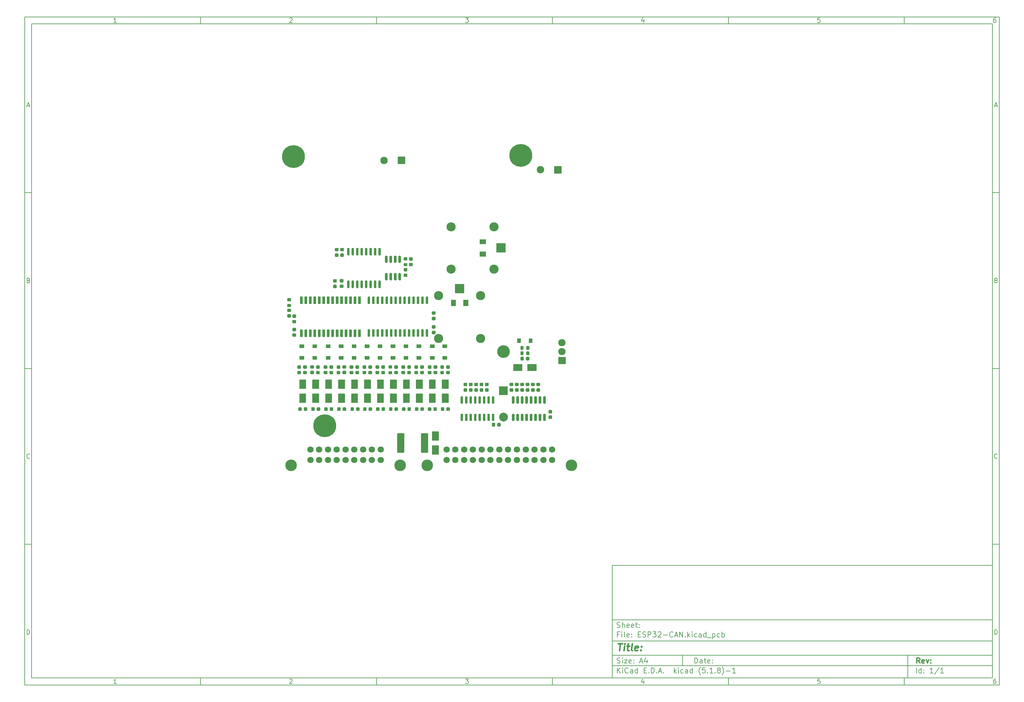
<source format=gbs>
G04 #@! TF.GenerationSoftware,KiCad,Pcbnew,(5.1.8)-1*
G04 #@! TF.CreationDate,2021-04-07T18:57:29+08:00*
G04 #@! TF.ProjectId,ESP32-CAN,45535033-322d-4434-914e-2e6b69636164,rev?*
G04 #@! TF.SameCoordinates,Original*
G04 #@! TF.FileFunction,Soldermask,Bot*
G04 #@! TF.FilePolarity,Negative*
%FSLAX46Y46*%
G04 Gerber Fmt 4.6, Leading zero omitted, Abs format (unit mm)*
G04 Created by KiCad (PCBNEW (5.1.8)-1) date 2021-04-07 18:57:29*
%MOMM*%
%LPD*%
G01*
G04 APERTURE LIST*
%ADD10C,0.100000*%
%ADD11C,0.150000*%
%ADD12C,0.300000*%
%ADD13C,0.400000*%
%ADD14C,3.302000*%
%ADD15C,1.802000*%
%ADD16C,2.502000*%
%ADD17O,2.102000X2.007000*%
%ADD18O,3.602000X3.602000*%
%ADD19O,2.602000X2.602000*%
%ADD20C,0.902000*%
%ADD21C,6.502000*%
%ADD22C,2.102000*%
G04 APERTURE END LIST*
D10*
D11*
X177002200Y-166007200D02*
X177002200Y-198007200D01*
X285002200Y-198007200D01*
X285002200Y-166007200D01*
X177002200Y-166007200D01*
D10*
D11*
X10000000Y-10000000D02*
X10000000Y-200007200D01*
X287002200Y-200007200D01*
X287002200Y-10000000D01*
X10000000Y-10000000D01*
D10*
D11*
X12000000Y-12000000D02*
X12000000Y-198007200D01*
X285002200Y-198007200D01*
X285002200Y-12000000D01*
X12000000Y-12000000D01*
D10*
D11*
X60000000Y-12000000D02*
X60000000Y-10000000D01*
D10*
D11*
X110000000Y-12000000D02*
X110000000Y-10000000D01*
D10*
D11*
X160000000Y-12000000D02*
X160000000Y-10000000D01*
D10*
D11*
X210000000Y-12000000D02*
X210000000Y-10000000D01*
D10*
D11*
X260000000Y-12000000D02*
X260000000Y-10000000D01*
D10*
D11*
X36065476Y-11588095D02*
X35322619Y-11588095D01*
X35694047Y-11588095D02*
X35694047Y-10288095D01*
X35570238Y-10473809D01*
X35446428Y-10597619D01*
X35322619Y-10659523D01*
D10*
D11*
X85322619Y-10411904D02*
X85384523Y-10350000D01*
X85508333Y-10288095D01*
X85817857Y-10288095D01*
X85941666Y-10350000D01*
X86003571Y-10411904D01*
X86065476Y-10535714D01*
X86065476Y-10659523D01*
X86003571Y-10845238D01*
X85260714Y-11588095D01*
X86065476Y-11588095D01*
D10*
D11*
X135260714Y-10288095D02*
X136065476Y-10288095D01*
X135632142Y-10783333D01*
X135817857Y-10783333D01*
X135941666Y-10845238D01*
X136003571Y-10907142D01*
X136065476Y-11030952D01*
X136065476Y-11340476D01*
X136003571Y-11464285D01*
X135941666Y-11526190D01*
X135817857Y-11588095D01*
X135446428Y-11588095D01*
X135322619Y-11526190D01*
X135260714Y-11464285D01*
D10*
D11*
X185941666Y-10721428D02*
X185941666Y-11588095D01*
X185632142Y-10226190D02*
X185322619Y-11154761D01*
X186127380Y-11154761D01*
D10*
D11*
X236003571Y-10288095D02*
X235384523Y-10288095D01*
X235322619Y-10907142D01*
X235384523Y-10845238D01*
X235508333Y-10783333D01*
X235817857Y-10783333D01*
X235941666Y-10845238D01*
X236003571Y-10907142D01*
X236065476Y-11030952D01*
X236065476Y-11340476D01*
X236003571Y-11464285D01*
X235941666Y-11526190D01*
X235817857Y-11588095D01*
X235508333Y-11588095D01*
X235384523Y-11526190D01*
X235322619Y-11464285D01*
D10*
D11*
X285941666Y-10288095D02*
X285694047Y-10288095D01*
X285570238Y-10350000D01*
X285508333Y-10411904D01*
X285384523Y-10597619D01*
X285322619Y-10845238D01*
X285322619Y-11340476D01*
X285384523Y-11464285D01*
X285446428Y-11526190D01*
X285570238Y-11588095D01*
X285817857Y-11588095D01*
X285941666Y-11526190D01*
X286003571Y-11464285D01*
X286065476Y-11340476D01*
X286065476Y-11030952D01*
X286003571Y-10907142D01*
X285941666Y-10845238D01*
X285817857Y-10783333D01*
X285570238Y-10783333D01*
X285446428Y-10845238D01*
X285384523Y-10907142D01*
X285322619Y-11030952D01*
D10*
D11*
X60000000Y-198007200D02*
X60000000Y-200007200D01*
D10*
D11*
X110000000Y-198007200D02*
X110000000Y-200007200D01*
D10*
D11*
X160000000Y-198007200D02*
X160000000Y-200007200D01*
D10*
D11*
X210000000Y-198007200D02*
X210000000Y-200007200D01*
D10*
D11*
X260000000Y-198007200D02*
X260000000Y-200007200D01*
D10*
D11*
X36065476Y-199595295D02*
X35322619Y-199595295D01*
X35694047Y-199595295D02*
X35694047Y-198295295D01*
X35570238Y-198481009D01*
X35446428Y-198604819D01*
X35322619Y-198666723D01*
D10*
D11*
X85322619Y-198419104D02*
X85384523Y-198357200D01*
X85508333Y-198295295D01*
X85817857Y-198295295D01*
X85941666Y-198357200D01*
X86003571Y-198419104D01*
X86065476Y-198542914D01*
X86065476Y-198666723D01*
X86003571Y-198852438D01*
X85260714Y-199595295D01*
X86065476Y-199595295D01*
D10*
D11*
X135260714Y-198295295D02*
X136065476Y-198295295D01*
X135632142Y-198790533D01*
X135817857Y-198790533D01*
X135941666Y-198852438D01*
X136003571Y-198914342D01*
X136065476Y-199038152D01*
X136065476Y-199347676D01*
X136003571Y-199471485D01*
X135941666Y-199533390D01*
X135817857Y-199595295D01*
X135446428Y-199595295D01*
X135322619Y-199533390D01*
X135260714Y-199471485D01*
D10*
D11*
X185941666Y-198728628D02*
X185941666Y-199595295D01*
X185632142Y-198233390D02*
X185322619Y-199161961D01*
X186127380Y-199161961D01*
D10*
D11*
X236003571Y-198295295D02*
X235384523Y-198295295D01*
X235322619Y-198914342D01*
X235384523Y-198852438D01*
X235508333Y-198790533D01*
X235817857Y-198790533D01*
X235941666Y-198852438D01*
X236003571Y-198914342D01*
X236065476Y-199038152D01*
X236065476Y-199347676D01*
X236003571Y-199471485D01*
X235941666Y-199533390D01*
X235817857Y-199595295D01*
X235508333Y-199595295D01*
X235384523Y-199533390D01*
X235322619Y-199471485D01*
D10*
D11*
X285941666Y-198295295D02*
X285694047Y-198295295D01*
X285570238Y-198357200D01*
X285508333Y-198419104D01*
X285384523Y-198604819D01*
X285322619Y-198852438D01*
X285322619Y-199347676D01*
X285384523Y-199471485D01*
X285446428Y-199533390D01*
X285570238Y-199595295D01*
X285817857Y-199595295D01*
X285941666Y-199533390D01*
X286003571Y-199471485D01*
X286065476Y-199347676D01*
X286065476Y-199038152D01*
X286003571Y-198914342D01*
X285941666Y-198852438D01*
X285817857Y-198790533D01*
X285570238Y-198790533D01*
X285446428Y-198852438D01*
X285384523Y-198914342D01*
X285322619Y-199038152D01*
D10*
D11*
X10000000Y-60000000D02*
X12000000Y-60000000D01*
D10*
D11*
X10000000Y-110000000D02*
X12000000Y-110000000D01*
D10*
D11*
X10000000Y-160000000D02*
X12000000Y-160000000D01*
D10*
D11*
X10690476Y-35216666D02*
X11309523Y-35216666D01*
X10566666Y-35588095D02*
X11000000Y-34288095D01*
X11433333Y-35588095D01*
D10*
D11*
X11092857Y-84907142D02*
X11278571Y-84969047D01*
X11340476Y-85030952D01*
X11402380Y-85154761D01*
X11402380Y-85340476D01*
X11340476Y-85464285D01*
X11278571Y-85526190D01*
X11154761Y-85588095D01*
X10659523Y-85588095D01*
X10659523Y-84288095D01*
X11092857Y-84288095D01*
X11216666Y-84350000D01*
X11278571Y-84411904D01*
X11340476Y-84535714D01*
X11340476Y-84659523D01*
X11278571Y-84783333D01*
X11216666Y-84845238D01*
X11092857Y-84907142D01*
X10659523Y-84907142D01*
D10*
D11*
X11402380Y-135464285D02*
X11340476Y-135526190D01*
X11154761Y-135588095D01*
X11030952Y-135588095D01*
X10845238Y-135526190D01*
X10721428Y-135402380D01*
X10659523Y-135278571D01*
X10597619Y-135030952D01*
X10597619Y-134845238D01*
X10659523Y-134597619D01*
X10721428Y-134473809D01*
X10845238Y-134350000D01*
X11030952Y-134288095D01*
X11154761Y-134288095D01*
X11340476Y-134350000D01*
X11402380Y-134411904D01*
D10*
D11*
X10659523Y-185588095D02*
X10659523Y-184288095D01*
X10969047Y-184288095D01*
X11154761Y-184350000D01*
X11278571Y-184473809D01*
X11340476Y-184597619D01*
X11402380Y-184845238D01*
X11402380Y-185030952D01*
X11340476Y-185278571D01*
X11278571Y-185402380D01*
X11154761Y-185526190D01*
X10969047Y-185588095D01*
X10659523Y-185588095D01*
D10*
D11*
X287002200Y-60000000D02*
X285002200Y-60000000D01*
D10*
D11*
X287002200Y-110000000D02*
X285002200Y-110000000D01*
D10*
D11*
X287002200Y-160000000D02*
X285002200Y-160000000D01*
D10*
D11*
X285692676Y-35216666D02*
X286311723Y-35216666D01*
X285568866Y-35588095D02*
X286002200Y-34288095D01*
X286435533Y-35588095D01*
D10*
D11*
X286095057Y-84907142D02*
X286280771Y-84969047D01*
X286342676Y-85030952D01*
X286404580Y-85154761D01*
X286404580Y-85340476D01*
X286342676Y-85464285D01*
X286280771Y-85526190D01*
X286156961Y-85588095D01*
X285661723Y-85588095D01*
X285661723Y-84288095D01*
X286095057Y-84288095D01*
X286218866Y-84350000D01*
X286280771Y-84411904D01*
X286342676Y-84535714D01*
X286342676Y-84659523D01*
X286280771Y-84783333D01*
X286218866Y-84845238D01*
X286095057Y-84907142D01*
X285661723Y-84907142D01*
D10*
D11*
X286404580Y-135464285D02*
X286342676Y-135526190D01*
X286156961Y-135588095D01*
X286033152Y-135588095D01*
X285847438Y-135526190D01*
X285723628Y-135402380D01*
X285661723Y-135278571D01*
X285599819Y-135030952D01*
X285599819Y-134845238D01*
X285661723Y-134597619D01*
X285723628Y-134473809D01*
X285847438Y-134350000D01*
X286033152Y-134288095D01*
X286156961Y-134288095D01*
X286342676Y-134350000D01*
X286404580Y-134411904D01*
D10*
D11*
X285661723Y-185588095D02*
X285661723Y-184288095D01*
X285971247Y-184288095D01*
X286156961Y-184350000D01*
X286280771Y-184473809D01*
X286342676Y-184597619D01*
X286404580Y-184845238D01*
X286404580Y-185030952D01*
X286342676Y-185278571D01*
X286280771Y-185402380D01*
X286156961Y-185526190D01*
X285971247Y-185588095D01*
X285661723Y-185588095D01*
D10*
D11*
X200434342Y-193785771D02*
X200434342Y-192285771D01*
X200791485Y-192285771D01*
X201005771Y-192357200D01*
X201148628Y-192500057D01*
X201220057Y-192642914D01*
X201291485Y-192928628D01*
X201291485Y-193142914D01*
X201220057Y-193428628D01*
X201148628Y-193571485D01*
X201005771Y-193714342D01*
X200791485Y-193785771D01*
X200434342Y-193785771D01*
X202577200Y-193785771D02*
X202577200Y-193000057D01*
X202505771Y-192857200D01*
X202362914Y-192785771D01*
X202077200Y-192785771D01*
X201934342Y-192857200D01*
X202577200Y-193714342D02*
X202434342Y-193785771D01*
X202077200Y-193785771D01*
X201934342Y-193714342D01*
X201862914Y-193571485D01*
X201862914Y-193428628D01*
X201934342Y-193285771D01*
X202077200Y-193214342D01*
X202434342Y-193214342D01*
X202577200Y-193142914D01*
X203077200Y-192785771D02*
X203648628Y-192785771D01*
X203291485Y-192285771D02*
X203291485Y-193571485D01*
X203362914Y-193714342D01*
X203505771Y-193785771D01*
X203648628Y-193785771D01*
X204720057Y-193714342D02*
X204577200Y-193785771D01*
X204291485Y-193785771D01*
X204148628Y-193714342D01*
X204077200Y-193571485D01*
X204077200Y-193000057D01*
X204148628Y-192857200D01*
X204291485Y-192785771D01*
X204577200Y-192785771D01*
X204720057Y-192857200D01*
X204791485Y-193000057D01*
X204791485Y-193142914D01*
X204077200Y-193285771D01*
X205434342Y-193642914D02*
X205505771Y-193714342D01*
X205434342Y-193785771D01*
X205362914Y-193714342D01*
X205434342Y-193642914D01*
X205434342Y-193785771D01*
X205434342Y-192857200D02*
X205505771Y-192928628D01*
X205434342Y-193000057D01*
X205362914Y-192928628D01*
X205434342Y-192857200D01*
X205434342Y-193000057D01*
D10*
D11*
X177002200Y-194507200D02*
X285002200Y-194507200D01*
D10*
D11*
X178434342Y-196585771D02*
X178434342Y-195085771D01*
X179291485Y-196585771D02*
X178648628Y-195728628D01*
X179291485Y-195085771D02*
X178434342Y-195942914D01*
X179934342Y-196585771D02*
X179934342Y-195585771D01*
X179934342Y-195085771D02*
X179862914Y-195157200D01*
X179934342Y-195228628D01*
X180005771Y-195157200D01*
X179934342Y-195085771D01*
X179934342Y-195228628D01*
X181505771Y-196442914D02*
X181434342Y-196514342D01*
X181220057Y-196585771D01*
X181077200Y-196585771D01*
X180862914Y-196514342D01*
X180720057Y-196371485D01*
X180648628Y-196228628D01*
X180577200Y-195942914D01*
X180577200Y-195728628D01*
X180648628Y-195442914D01*
X180720057Y-195300057D01*
X180862914Y-195157200D01*
X181077200Y-195085771D01*
X181220057Y-195085771D01*
X181434342Y-195157200D01*
X181505771Y-195228628D01*
X182791485Y-196585771D02*
X182791485Y-195800057D01*
X182720057Y-195657200D01*
X182577200Y-195585771D01*
X182291485Y-195585771D01*
X182148628Y-195657200D01*
X182791485Y-196514342D02*
X182648628Y-196585771D01*
X182291485Y-196585771D01*
X182148628Y-196514342D01*
X182077200Y-196371485D01*
X182077200Y-196228628D01*
X182148628Y-196085771D01*
X182291485Y-196014342D01*
X182648628Y-196014342D01*
X182791485Y-195942914D01*
X184148628Y-196585771D02*
X184148628Y-195085771D01*
X184148628Y-196514342D02*
X184005771Y-196585771D01*
X183720057Y-196585771D01*
X183577200Y-196514342D01*
X183505771Y-196442914D01*
X183434342Y-196300057D01*
X183434342Y-195871485D01*
X183505771Y-195728628D01*
X183577200Y-195657200D01*
X183720057Y-195585771D01*
X184005771Y-195585771D01*
X184148628Y-195657200D01*
X186005771Y-195800057D02*
X186505771Y-195800057D01*
X186720057Y-196585771D02*
X186005771Y-196585771D01*
X186005771Y-195085771D01*
X186720057Y-195085771D01*
X187362914Y-196442914D02*
X187434342Y-196514342D01*
X187362914Y-196585771D01*
X187291485Y-196514342D01*
X187362914Y-196442914D01*
X187362914Y-196585771D01*
X188077200Y-196585771D02*
X188077200Y-195085771D01*
X188434342Y-195085771D01*
X188648628Y-195157200D01*
X188791485Y-195300057D01*
X188862914Y-195442914D01*
X188934342Y-195728628D01*
X188934342Y-195942914D01*
X188862914Y-196228628D01*
X188791485Y-196371485D01*
X188648628Y-196514342D01*
X188434342Y-196585771D01*
X188077200Y-196585771D01*
X189577200Y-196442914D02*
X189648628Y-196514342D01*
X189577200Y-196585771D01*
X189505771Y-196514342D01*
X189577200Y-196442914D01*
X189577200Y-196585771D01*
X190220057Y-196157200D02*
X190934342Y-196157200D01*
X190077200Y-196585771D02*
X190577200Y-195085771D01*
X191077200Y-196585771D01*
X191577200Y-196442914D02*
X191648628Y-196514342D01*
X191577200Y-196585771D01*
X191505771Y-196514342D01*
X191577200Y-196442914D01*
X191577200Y-196585771D01*
X194577200Y-196585771D02*
X194577200Y-195085771D01*
X194720057Y-196014342D02*
X195148628Y-196585771D01*
X195148628Y-195585771D02*
X194577200Y-196157200D01*
X195791485Y-196585771D02*
X195791485Y-195585771D01*
X195791485Y-195085771D02*
X195720057Y-195157200D01*
X195791485Y-195228628D01*
X195862914Y-195157200D01*
X195791485Y-195085771D01*
X195791485Y-195228628D01*
X197148628Y-196514342D02*
X197005771Y-196585771D01*
X196720057Y-196585771D01*
X196577200Y-196514342D01*
X196505771Y-196442914D01*
X196434342Y-196300057D01*
X196434342Y-195871485D01*
X196505771Y-195728628D01*
X196577200Y-195657200D01*
X196720057Y-195585771D01*
X197005771Y-195585771D01*
X197148628Y-195657200D01*
X198434342Y-196585771D02*
X198434342Y-195800057D01*
X198362914Y-195657200D01*
X198220057Y-195585771D01*
X197934342Y-195585771D01*
X197791485Y-195657200D01*
X198434342Y-196514342D02*
X198291485Y-196585771D01*
X197934342Y-196585771D01*
X197791485Y-196514342D01*
X197720057Y-196371485D01*
X197720057Y-196228628D01*
X197791485Y-196085771D01*
X197934342Y-196014342D01*
X198291485Y-196014342D01*
X198434342Y-195942914D01*
X199791485Y-196585771D02*
X199791485Y-195085771D01*
X199791485Y-196514342D02*
X199648628Y-196585771D01*
X199362914Y-196585771D01*
X199220057Y-196514342D01*
X199148628Y-196442914D01*
X199077200Y-196300057D01*
X199077200Y-195871485D01*
X199148628Y-195728628D01*
X199220057Y-195657200D01*
X199362914Y-195585771D01*
X199648628Y-195585771D01*
X199791485Y-195657200D01*
X202077200Y-197157200D02*
X202005771Y-197085771D01*
X201862914Y-196871485D01*
X201791485Y-196728628D01*
X201720057Y-196514342D01*
X201648628Y-196157200D01*
X201648628Y-195871485D01*
X201720057Y-195514342D01*
X201791485Y-195300057D01*
X201862914Y-195157200D01*
X202005771Y-194942914D01*
X202077200Y-194871485D01*
X203362914Y-195085771D02*
X202648628Y-195085771D01*
X202577200Y-195800057D01*
X202648628Y-195728628D01*
X202791485Y-195657200D01*
X203148628Y-195657200D01*
X203291485Y-195728628D01*
X203362914Y-195800057D01*
X203434342Y-195942914D01*
X203434342Y-196300057D01*
X203362914Y-196442914D01*
X203291485Y-196514342D01*
X203148628Y-196585771D01*
X202791485Y-196585771D01*
X202648628Y-196514342D01*
X202577200Y-196442914D01*
X204077200Y-196442914D02*
X204148628Y-196514342D01*
X204077200Y-196585771D01*
X204005771Y-196514342D01*
X204077200Y-196442914D01*
X204077200Y-196585771D01*
X205577200Y-196585771D02*
X204720057Y-196585771D01*
X205148628Y-196585771D02*
X205148628Y-195085771D01*
X205005771Y-195300057D01*
X204862914Y-195442914D01*
X204720057Y-195514342D01*
X206220057Y-196442914D02*
X206291485Y-196514342D01*
X206220057Y-196585771D01*
X206148628Y-196514342D01*
X206220057Y-196442914D01*
X206220057Y-196585771D01*
X207148628Y-195728628D02*
X207005771Y-195657200D01*
X206934342Y-195585771D01*
X206862914Y-195442914D01*
X206862914Y-195371485D01*
X206934342Y-195228628D01*
X207005771Y-195157200D01*
X207148628Y-195085771D01*
X207434342Y-195085771D01*
X207577200Y-195157200D01*
X207648628Y-195228628D01*
X207720057Y-195371485D01*
X207720057Y-195442914D01*
X207648628Y-195585771D01*
X207577200Y-195657200D01*
X207434342Y-195728628D01*
X207148628Y-195728628D01*
X207005771Y-195800057D01*
X206934342Y-195871485D01*
X206862914Y-196014342D01*
X206862914Y-196300057D01*
X206934342Y-196442914D01*
X207005771Y-196514342D01*
X207148628Y-196585771D01*
X207434342Y-196585771D01*
X207577200Y-196514342D01*
X207648628Y-196442914D01*
X207720057Y-196300057D01*
X207720057Y-196014342D01*
X207648628Y-195871485D01*
X207577200Y-195800057D01*
X207434342Y-195728628D01*
X208220057Y-197157200D02*
X208291485Y-197085771D01*
X208434342Y-196871485D01*
X208505771Y-196728628D01*
X208577200Y-196514342D01*
X208648628Y-196157200D01*
X208648628Y-195871485D01*
X208577200Y-195514342D01*
X208505771Y-195300057D01*
X208434342Y-195157200D01*
X208291485Y-194942914D01*
X208220057Y-194871485D01*
X209362914Y-196014342D02*
X210505771Y-196014342D01*
X212005771Y-196585771D02*
X211148628Y-196585771D01*
X211577200Y-196585771D02*
X211577200Y-195085771D01*
X211434342Y-195300057D01*
X211291485Y-195442914D01*
X211148628Y-195514342D01*
D10*
D11*
X177002200Y-191507200D02*
X285002200Y-191507200D01*
D10*
D12*
X264411485Y-193785771D02*
X263911485Y-193071485D01*
X263554342Y-193785771D02*
X263554342Y-192285771D01*
X264125771Y-192285771D01*
X264268628Y-192357200D01*
X264340057Y-192428628D01*
X264411485Y-192571485D01*
X264411485Y-192785771D01*
X264340057Y-192928628D01*
X264268628Y-193000057D01*
X264125771Y-193071485D01*
X263554342Y-193071485D01*
X265625771Y-193714342D02*
X265482914Y-193785771D01*
X265197200Y-193785771D01*
X265054342Y-193714342D01*
X264982914Y-193571485D01*
X264982914Y-193000057D01*
X265054342Y-192857200D01*
X265197200Y-192785771D01*
X265482914Y-192785771D01*
X265625771Y-192857200D01*
X265697200Y-193000057D01*
X265697200Y-193142914D01*
X264982914Y-193285771D01*
X266197200Y-192785771D02*
X266554342Y-193785771D01*
X266911485Y-192785771D01*
X267482914Y-193642914D02*
X267554342Y-193714342D01*
X267482914Y-193785771D01*
X267411485Y-193714342D01*
X267482914Y-193642914D01*
X267482914Y-193785771D01*
X267482914Y-192857200D02*
X267554342Y-192928628D01*
X267482914Y-193000057D01*
X267411485Y-192928628D01*
X267482914Y-192857200D01*
X267482914Y-193000057D01*
D10*
D11*
X178362914Y-193714342D02*
X178577200Y-193785771D01*
X178934342Y-193785771D01*
X179077200Y-193714342D01*
X179148628Y-193642914D01*
X179220057Y-193500057D01*
X179220057Y-193357200D01*
X179148628Y-193214342D01*
X179077200Y-193142914D01*
X178934342Y-193071485D01*
X178648628Y-193000057D01*
X178505771Y-192928628D01*
X178434342Y-192857200D01*
X178362914Y-192714342D01*
X178362914Y-192571485D01*
X178434342Y-192428628D01*
X178505771Y-192357200D01*
X178648628Y-192285771D01*
X179005771Y-192285771D01*
X179220057Y-192357200D01*
X179862914Y-193785771D02*
X179862914Y-192785771D01*
X179862914Y-192285771D02*
X179791485Y-192357200D01*
X179862914Y-192428628D01*
X179934342Y-192357200D01*
X179862914Y-192285771D01*
X179862914Y-192428628D01*
X180434342Y-192785771D02*
X181220057Y-192785771D01*
X180434342Y-193785771D01*
X181220057Y-193785771D01*
X182362914Y-193714342D02*
X182220057Y-193785771D01*
X181934342Y-193785771D01*
X181791485Y-193714342D01*
X181720057Y-193571485D01*
X181720057Y-193000057D01*
X181791485Y-192857200D01*
X181934342Y-192785771D01*
X182220057Y-192785771D01*
X182362914Y-192857200D01*
X182434342Y-193000057D01*
X182434342Y-193142914D01*
X181720057Y-193285771D01*
X183077200Y-193642914D02*
X183148628Y-193714342D01*
X183077200Y-193785771D01*
X183005771Y-193714342D01*
X183077200Y-193642914D01*
X183077200Y-193785771D01*
X183077200Y-192857200D02*
X183148628Y-192928628D01*
X183077200Y-193000057D01*
X183005771Y-192928628D01*
X183077200Y-192857200D01*
X183077200Y-193000057D01*
X184862914Y-193357200D02*
X185577200Y-193357200D01*
X184720057Y-193785771D02*
X185220057Y-192285771D01*
X185720057Y-193785771D01*
X186862914Y-192785771D02*
X186862914Y-193785771D01*
X186505771Y-192214342D02*
X186148628Y-193285771D01*
X187077200Y-193285771D01*
D10*
D11*
X263434342Y-196585771D02*
X263434342Y-195085771D01*
X264791485Y-196585771D02*
X264791485Y-195085771D01*
X264791485Y-196514342D02*
X264648628Y-196585771D01*
X264362914Y-196585771D01*
X264220057Y-196514342D01*
X264148628Y-196442914D01*
X264077200Y-196300057D01*
X264077200Y-195871485D01*
X264148628Y-195728628D01*
X264220057Y-195657200D01*
X264362914Y-195585771D01*
X264648628Y-195585771D01*
X264791485Y-195657200D01*
X265505771Y-196442914D02*
X265577200Y-196514342D01*
X265505771Y-196585771D01*
X265434342Y-196514342D01*
X265505771Y-196442914D01*
X265505771Y-196585771D01*
X265505771Y-195657200D02*
X265577200Y-195728628D01*
X265505771Y-195800057D01*
X265434342Y-195728628D01*
X265505771Y-195657200D01*
X265505771Y-195800057D01*
X268148628Y-196585771D02*
X267291485Y-196585771D01*
X267720057Y-196585771D02*
X267720057Y-195085771D01*
X267577200Y-195300057D01*
X267434342Y-195442914D01*
X267291485Y-195514342D01*
X269862914Y-195014342D02*
X268577200Y-196942914D01*
X271148628Y-196585771D02*
X270291485Y-196585771D01*
X270720057Y-196585771D02*
X270720057Y-195085771D01*
X270577200Y-195300057D01*
X270434342Y-195442914D01*
X270291485Y-195514342D01*
D10*
D11*
X177002200Y-187507200D02*
X285002200Y-187507200D01*
D10*
D13*
X178714580Y-188211961D02*
X179857438Y-188211961D01*
X179036009Y-190211961D02*
X179286009Y-188211961D01*
X180274104Y-190211961D02*
X180440771Y-188878628D01*
X180524104Y-188211961D02*
X180416961Y-188307200D01*
X180500295Y-188402438D01*
X180607438Y-188307200D01*
X180524104Y-188211961D01*
X180500295Y-188402438D01*
X181107438Y-188878628D02*
X181869342Y-188878628D01*
X181476485Y-188211961D02*
X181262200Y-189926247D01*
X181333628Y-190116723D01*
X181512200Y-190211961D01*
X181702676Y-190211961D01*
X182655057Y-190211961D02*
X182476485Y-190116723D01*
X182405057Y-189926247D01*
X182619342Y-188211961D01*
X184190771Y-190116723D02*
X183988390Y-190211961D01*
X183607438Y-190211961D01*
X183428866Y-190116723D01*
X183357438Y-189926247D01*
X183452676Y-189164342D01*
X183571723Y-188973866D01*
X183774104Y-188878628D01*
X184155057Y-188878628D01*
X184333628Y-188973866D01*
X184405057Y-189164342D01*
X184381247Y-189354819D01*
X183405057Y-189545295D01*
X185155057Y-190021485D02*
X185238390Y-190116723D01*
X185131247Y-190211961D01*
X185047914Y-190116723D01*
X185155057Y-190021485D01*
X185131247Y-190211961D01*
X185286009Y-188973866D02*
X185369342Y-189069104D01*
X185262200Y-189164342D01*
X185178866Y-189069104D01*
X185286009Y-188973866D01*
X185262200Y-189164342D01*
D10*
D11*
X178934342Y-185600057D02*
X178434342Y-185600057D01*
X178434342Y-186385771D02*
X178434342Y-184885771D01*
X179148628Y-184885771D01*
X179720057Y-186385771D02*
X179720057Y-185385771D01*
X179720057Y-184885771D02*
X179648628Y-184957200D01*
X179720057Y-185028628D01*
X179791485Y-184957200D01*
X179720057Y-184885771D01*
X179720057Y-185028628D01*
X180648628Y-186385771D02*
X180505771Y-186314342D01*
X180434342Y-186171485D01*
X180434342Y-184885771D01*
X181791485Y-186314342D02*
X181648628Y-186385771D01*
X181362914Y-186385771D01*
X181220057Y-186314342D01*
X181148628Y-186171485D01*
X181148628Y-185600057D01*
X181220057Y-185457200D01*
X181362914Y-185385771D01*
X181648628Y-185385771D01*
X181791485Y-185457200D01*
X181862914Y-185600057D01*
X181862914Y-185742914D01*
X181148628Y-185885771D01*
X182505771Y-186242914D02*
X182577200Y-186314342D01*
X182505771Y-186385771D01*
X182434342Y-186314342D01*
X182505771Y-186242914D01*
X182505771Y-186385771D01*
X182505771Y-185457200D02*
X182577200Y-185528628D01*
X182505771Y-185600057D01*
X182434342Y-185528628D01*
X182505771Y-185457200D01*
X182505771Y-185600057D01*
X184362914Y-185600057D02*
X184862914Y-185600057D01*
X185077200Y-186385771D02*
X184362914Y-186385771D01*
X184362914Y-184885771D01*
X185077200Y-184885771D01*
X185648628Y-186314342D02*
X185862914Y-186385771D01*
X186220057Y-186385771D01*
X186362914Y-186314342D01*
X186434342Y-186242914D01*
X186505771Y-186100057D01*
X186505771Y-185957200D01*
X186434342Y-185814342D01*
X186362914Y-185742914D01*
X186220057Y-185671485D01*
X185934342Y-185600057D01*
X185791485Y-185528628D01*
X185720057Y-185457200D01*
X185648628Y-185314342D01*
X185648628Y-185171485D01*
X185720057Y-185028628D01*
X185791485Y-184957200D01*
X185934342Y-184885771D01*
X186291485Y-184885771D01*
X186505771Y-184957200D01*
X187148628Y-186385771D02*
X187148628Y-184885771D01*
X187720057Y-184885771D01*
X187862914Y-184957200D01*
X187934342Y-185028628D01*
X188005771Y-185171485D01*
X188005771Y-185385771D01*
X187934342Y-185528628D01*
X187862914Y-185600057D01*
X187720057Y-185671485D01*
X187148628Y-185671485D01*
X188505771Y-184885771D02*
X189434342Y-184885771D01*
X188934342Y-185457200D01*
X189148628Y-185457200D01*
X189291485Y-185528628D01*
X189362914Y-185600057D01*
X189434342Y-185742914D01*
X189434342Y-186100057D01*
X189362914Y-186242914D01*
X189291485Y-186314342D01*
X189148628Y-186385771D01*
X188720057Y-186385771D01*
X188577200Y-186314342D01*
X188505771Y-186242914D01*
X190005771Y-185028628D02*
X190077200Y-184957200D01*
X190220057Y-184885771D01*
X190577200Y-184885771D01*
X190720057Y-184957200D01*
X190791485Y-185028628D01*
X190862914Y-185171485D01*
X190862914Y-185314342D01*
X190791485Y-185528628D01*
X189934342Y-186385771D01*
X190862914Y-186385771D01*
X191505771Y-185814342D02*
X192648628Y-185814342D01*
X194220057Y-186242914D02*
X194148628Y-186314342D01*
X193934342Y-186385771D01*
X193791485Y-186385771D01*
X193577200Y-186314342D01*
X193434342Y-186171485D01*
X193362914Y-186028628D01*
X193291485Y-185742914D01*
X193291485Y-185528628D01*
X193362914Y-185242914D01*
X193434342Y-185100057D01*
X193577200Y-184957200D01*
X193791485Y-184885771D01*
X193934342Y-184885771D01*
X194148628Y-184957200D01*
X194220057Y-185028628D01*
X194791485Y-185957200D02*
X195505771Y-185957200D01*
X194648628Y-186385771D02*
X195148628Y-184885771D01*
X195648628Y-186385771D01*
X196148628Y-186385771D02*
X196148628Y-184885771D01*
X197005771Y-186385771D01*
X197005771Y-184885771D01*
X197720057Y-186242914D02*
X197791485Y-186314342D01*
X197720057Y-186385771D01*
X197648628Y-186314342D01*
X197720057Y-186242914D01*
X197720057Y-186385771D01*
X198434342Y-186385771D02*
X198434342Y-184885771D01*
X198577200Y-185814342D02*
X199005771Y-186385771D01*
X199005771Y-185385771D02*
X198434342Y-185957200D01*
X199648628Y-186385771D02*
X199648628Y-185385771D01*
X199648628Y-184885771D02*
X199577200Y-184957200D01*
X199648628Y-185028628D01*
X199720057Y-184957200D01*
X199648628Y-184885771D01*
X199648628Y-185028628D01*
X201005771Y-186314342D02*
X200862914Y-186385771D01*
X200577200Y-186385771D01*
X200434342Y-186314342D01*
X200362914Y-186242914D01*
X200291485Y-186100057D01*
X200291485Y-185671485D01*
X200362914Y-185528628D01*
X200434342Y-185457200D01*
X200577200Y-185385771D01*
X200862914Y-185385771D01*
X201005771Y-185457200D01*
X202291485Y-186385771D02*
X202291485Y-185600057D01*
X202220057Y-185457200D01*
X202077200Y-185385771D01*
X201791485Y-185385771D01*
X201648628Y-185457200D01*
X202291485Y-186314342D02*
X202148628Y-186385771D01*
X201791485Y-186385771D01*
X201648628Y-186314342D01*
X201577200Y-186171485D01*
X201577200Y-186028628D01*
X201648628Y-185885771D01*
X201791485Y-185814342D01*
X202148628Y-185814342D01*
X202291485Y-185742914D01*
X203648628Y-186385771D02*
X203648628Y-184885771D01*
X203648628Y-186314342D02*
X203505771Y-186385771D01*
X203220057Y-186385771D01*
X203077200Y-186314342D01*
X203005771Y-186242914D01*
X202934342Y-186100057D01*
X202934342Y-185671485D01*
X203005771Y-185528628D01*
X203077200Y-185457200D01*
X203220057Y-185385771D01*
X203505771Y-185385771D01*
X203648628Y-185457200D01*
X204005771Y-186528628D02*
X205148628Y-186528628D01*
X205505771Y-185385771D02*
X205505771Y-186885771D01*
X205505771Y-185457200D02*
X205648628Y-185385771D01*
X205934342Y-185385771D01*
X206077200Y-185457200D01*
X206148628Y-185528628D01*
X206220057Y-185671485D01*
X206220057Y-186100057D01*
X206148628Y-186242914D01*
X206077200Y-186314342D01*
X205934342Y-186385771D01*
X205648628Y-186385771D01*
X205505771Y-186314342D01*
X207505771Y-186314342D02*
X207362914Y-186385771D01*
X207077200Y-186385771D01*
X206934342Y-186314342D01*
X206862914Y-186242914D01*
X206791485Y-186100057D01*
X206791485Y-185671485D01*
X206862914Y-185528628D01*
X206934342Y-185457200D01*
X207077200Y-185385771D01*
X207362914Y-185385771D01*
X207505771Y-185457200D01*
X208148628Y-186385771D02*
X208148628Y-184885771D01*
X208148628Y-185457200D02*
X208291485Y-185385771D01*
X208577200Y-185385771D01*
X208720057Y-185457200D01*
X208791485Y-185528628D01*
X208862914Y-185671485D01*
X208862914Y-186100057D01*
X208791485Y-186242914D01*
X208720057Y-186314342D01*
X208577200Y-186385771D01*
X208291485Y-186385771D01*
X208148628Y-186314342D01*
D10*
D11*
X177002200Y-181507200D02*
X285002200Y-181507200D01*
D10*
D11*
X178362914Y-183614342D02*
X178577200Y-183685771D01*
X178934342Y-183685771D01*
X179077200Y-183614342D01*
X179148628Y-183542914D01*
X179220057Y-183400057D01*
X179220057Y-183257200D01*
X179148628Y-183114342D01*
X179077200Y-183042914D01*
X178934342Y-182971485D01*
X178648628Y-182900057D01*
X178505771Y-182828628D01*
X178434342Y-182757200D01*
X178362914Y-182614342D01*
X178362914Y-182471485D01*
X178434342Y-182328628D01*
X178505771Y-182257200D01*
X178648628Y-182185771D01*
X179005771Y-182185771D01*
X179220057Y-182257200D01*
X179862914Y-183685771D02*
X179862914Y-182185771D01*
X180505771Y-183685771D02*
X180505771Y-182900057D01*
X180434342Y-182757200D01*
X180291485Y-182685771D01*
X180077200Y-182685771D01*
X179934342Y-182757200D01*
X179862914Y-182828628D01*
X181791485Y-183614342D02*
X181648628Y-183685771D01*
X181362914Y-183685771D01*
X181220057Y-183614342D01*
X181148628Y-183471485D01*
X181148628Y-182900057D01*
X181220057Y-182757200D01*
X181362914Y-182685771D01*
X181648628Y-182685771D01*
X181791485Y-182757200D01*
X181862914Y-182900057D01*
X181862914Y-183042914D01*
X181148628Y-183185771D01*
X183077200Y-183614342D02*
X182934342Y-183685771D01*
X182648628Y-183685771D01*
X182505771Y-183614342D01*
X182434342Y-183471485D01*
X182434342Y-182900057D01*
X182505771Y-182757200D01*
X182648628Y-182685771D01*
X182934342Y-182685771D01*
X183077200Y-182757200D01*
X183148628Y-182900057D01*
X183148628Y-183042914D01*
X182434342Y-183185771D01*
X183577200Y-182685771D02*
X184148628Y-182685771D01*
X183791485Y-182185771D02*
X183791485Y-183471485D01*
X183862914Y-183614342D01*
X184005771Y-183685771D01*
X184148628Y-183685771D01*
X184648628Y-183542914D02*
X184720057Y-183614342D01*
X184648628Y-183685771D01*
X184577200Y-183614342D01*
X184648628Y-183542914D01*
X184648628Y-183685771D01*
X184648628Y-182757200D02*
X184720057Y-182828628D01*
X184648628Y-182900057D01*
X184577200Y-182828628D01*
X184648628Y-182757200D01*
X184648628Y-182900057D01*
D10*
D11*
X197002200Y-191507200D02*
X197002200Y-194507200D01*
D10*
D11*
X261002200Y-191507200D02*
X261002200Y-198007200D01*
D14*
X85693600Y-137500000D03*
X116693600Y-137500000D03*
D15*
X101193600Y-136000000D03*
X101193600Y-133000000D03*
X91193600Y-133000000D03*
X93693600Y-133000000D03*
X96193600Y-133000000D03*
X98693600Y-133000000D03*
X111193600Y-133000000D03*
X108693600Y-133000000D03*
X106193600Y-133000000D03*
X103693600Y-133000000D03*
X111193600Y-136000000D03*
X108693600Y-136000000D03*
X106193600Y-136000000D03*
X103693600Y-136000000D03*
X91193600Y-136000000D03*
X93693600Y-136000000D03*
X96193600Y-136000000D03*
X98693600Y-136000000D03*
X144894300Y-133000000D03*
X147394300Y-133000000D03*
X149894300Y-133000000D03*
X152394300Y-133000000D03*
X154894300Y-133000000D03*
X157394300Y-133000000D03*
X159894300Y-133000000D03*
X142394300Y-133000000D03*
X139894300Y-133000000D03*
X137394300Y-133000000D03*
X134894300Y-133000000D03*
X132394300Y-133000000D03*
X129894300Y-133000000D03*
X144894300Y-136000000D03*
X142394300Y-136000000D03*
X139894300Y-136000000D03*
X137394300Y-136000000D03*
X134894300Y-136000000D03*
X132394300Y-136000000D03*
X129894300Y-136000000D03*
X147394300Y-136000000D03*
X149894300Y-136000000D03*
X152394300Y-136000000D03*
X154894300Y-136000000D03*
X157394300Y-136000000D03*
X159894300Y-136000000D03*
D14*
X165394300Y-137500000D03*
X124394300Y-137500000D03*
G36*
G01*
X118537500Y-79255000D02*
X117936500Y-79255000D01*
G75*
G02*
X117711000Y-79029500I0J225500D01*
G01*
X117711000Y-78578500D01*
G75*
G02*
X117936500Y-78353000I225500J0D01*
G01*
X118537500Y-78353000D01*
G75*
G02*
X118763000Y-78578500I0J-225500D01*
G01*
X118763000Y-79029500D01*
G75*
G02*
X118537500Y-79255000I-225500J0D01*
G01*
G37*
G36*
G01*
X118537500Y-80905000D02*
X117936500Y-80905000D01*
G75*
G02*
X117711000Y-80679500I0J225500D01*
G01*
X117711000Y-80228500D01*
G75*
G02*
X117936500Y-80003000I225500J0D01*
G01*
X118537500Y-80003000D01*
G75*
G02*
X118763000Y-80228500I0J-225500D01*
G01*
X118763000Y-80679500D01*
G75*
G02*
X118537500Y-80905000I-225500J0D01*
G01*
G37*
G36*
G01*
X84853000Y-91623500D02*
X85454000Y-91623500D01*
G75*
G02*
X85679500Y-91849000I0J-225500D01*
G01*
X85679500Y-92300000D01*
G75*
G02*
X85454000Y-92525500I-225500J0D01*
G01*
X84853000Y-92525500D01*
G75*
G02*
X84627500Y-92300000I0J225500D01*
G01*
X84627500Y-91849000D01*
G75*
G02*
X84853000Y-91623500I225500J0D01*
G01*
G37*
G36*
G01*
X84853000Y-89973500D02*
X85454000Y-89973500D01*
G75*
G02*
X85679500Y-90199000I0J-225500D01*
G01*
X85679500Y-90650000D01*
G75*
G02*
X85454000Y-90875500I-225500J0D01*
G01*
X84853000Y-90875500D01*
G75*
G02*
X84627500Y-90650000I0J225500D01*
G01*
X84627500Y-90199000D01*
G75*
G02*
X84853000Y-89973500I225500J0D01*
G01*
G37*
G36*
G01*
X84878000Y-94508000D02*
X85429000Y-94508000D01*
G75*
G02*
X85679500Y-94758500I0J-250500D01*
G01*
X85679500Y-95259500D01*
G75*
G02*
X85429000Y-95510000I-250500J0D01*
G01*
X84878000Y-95510000D01*
G75*
G02*
X84627500Y-95259500I0J250500D01*
G01*
X84627500Y-94758500D01*
G75*
G02*
X84878000Y-94508000I250500J0D01*
G01*
G37*
G36*
G01*
X84878000Y-92958000D02*
X85429000Y-92958000D01*
G75*
G02*
X85679500Y-93208500I0J-250500D01*
G01*
X85679500Y-93709500D01*
G75*
G02*
X85429000Y-93960000I-250500J0D01*
G01*
X84878000Y-93960000D01*
G75*
G02*
X84627500Y-93709500I0J250500D01*
G01*
X84627500Y-93208500D01*
G75*
G02*
X84878000Y-92958000I250500J0D01*
G01*
G37*
G36*
G01*
X111046500Y-87133000D02*
X110695500Y-87133000D01*
G75*
G02*
X110520000Y-86957500I0J175500D01*
G01*
X110520000Y-85156500D01*
G75*
G02*
X110695500Y-84981000I175500J0D01*
G01*
X111046500Y-84981000D01*
G75*
G02*
X111222000Y-85156500I0J-175500D01*
G01*
X111222000Y-86957500D01*
G75*
G02*
X111046500Y-87133000I-175500J0D01*
G01*
G37*
G36*
G01*
X109776500Y-87133000D02*
X109425500Y-87133000D01*
G75*
G02*
X109250000Y-86957500I0J175500D01*
G01*
X109250000Y-85156500D01*
G75*
G02*
X109425500Y-84981000I175500J0D01*
G01*
X109776500Y-84981000D01*
G75*
G02*
X109952000Y-85156500I0J-175500D01*
G01*
X109952000Y-86957500D01*
G75*
G02*
X109776500Y-87133000I-175500J0D01*
G01*
G37*
G36*
G01*
X108506500Y-87133000D02*
X108155500Y-87133000D01*
G75*
G02*
X107980000Y-86957500I0J175500D01*
G01*
X107980000Y-85156500D01*
G75*
G02*
X108155500Y-84981000I175500J0D01*
G01*
X108506500Y-84981000D01*
G75*
G02*
X108682000Y-85156500I0J-175500D01*
G01*
X108682000Y-86957500D01*
G75*
G02*
X108506500Y-87133000I-175500J0D01*
G01*
G37*
G36*
G01*
X107236500Y-87133000D02*
X106885500Y-87133000D01*
G75*
G02*
X106710000Y-86957500I0J175500D01*
G01*
X106710000Y-85156500D01*
G75*
G02*
X106885500Y-84981000I175500J0D01*
G01*
X107236500Y-84981000D01*
G75*
G02*
X107412000Y-85156500I0J-175500D01*
G01*
X107412000Y-86957500D01*
G75*
G02*
X107236500Y-87133000I-175500J0D01*
G01*
G37*
G36*
G01*
X105966500Y-87133000D02*
X105615500Y-87133000D01*
G75*
G02*
X105440000Y-86957500I0J175500D01*
G01*
X105440000Y-85156500D01*
G75*
G02*
X105615500Y-84981000I175500J0D01*
G01*
X105966500Y-84981000D01*
G75*
G02*
X106142000Y-85156500I0J-175500D01*
G01*
X106142000Y-86957500D01*
G75*
G02*
X105966500Y-87133000I-175500J0D01*
G01*
G37*
G36*
G01*
X104696500Y-87133000D02*
X104345500Y-87133000D01*
G75*
G02*
X104170000Y-86957500I0J175500D01*
G01*
X104170000Y-85156500D01*
G75*
G02*
X104345500Y-84981000I175500J0D01*
G01*
X104696500Y-84981000D01*
G75*
G02*
X104872000Y-85156500I0J-175500D01*
G01*
X104872000Y-86957500D01*
G75*
G02*
X104696500Y-87133000I-175500J0D01*
G01*
G37*
G36*
G01*
X103426500Y-87133000D02*
X103075500Y-87133000D01*
G75*
G02*
X102900000Y-86957500I0J175500D01*
G01*
X102900000Y-85156500D01*
G75*
G02*
X103075500Y-84981000I175500J0D01*
G01*
X103426500Y-84981000D01*
G75*
G02*
X103602000Y-85156500I0J-175500D01*
G01*
X103602000Y-86957500D01*
G75*
G02*
X103426500Y-87133000I-175500J0D01*
G01*
G37*
G36*
G01*
X102156500Y-87133000D02*
X101805500Y-87133000D01*
G75*
G02*
X101630000Y-86957500I0J175500D01*
G01*
X101630000Y-85156500D01*
G75*
G02*
X101805500Y-84981000I175500J0D01*
G01*
X102156500Y-84981000D01*
G75*
G02*
X102332000Y-85156500I0J-175500D01*
G01*
X102332000Y-86957500D01*
G75*
G02*
X102156500Y-87133000I-175500J0D01*
G01*
G37*
G36*
G01*
X102156500Y-77833000D02*
X101805500Y-77833000D01*
G75*
G02*
X101630000Y-77657500I0J175500D01*
G01*
X101630000Y-75856500D01*
G75*
G02*
X101805500Y-75681000I175500J0D01*
G01*
X102156500Y-75681000D01*
G75*
G02*
X102332000Y-75856500I0J-175500D01*
G01*
X102332000Y-77657500D01*
G75*
G02*
X102156500Y-77833000I-175500J0D01*
G01*
G37*
G36*
G01*
X103426500Y-77833000D02*
X103075500Y-77833000D01*
G75*
G02*
X102900000Y-77657500I0J175500D01*
G01*
X102900000Y-75856500D01*
G75*
G02*
X103075500Y-75681000I175500J0D01*
G01*
X103426500Y-75681000D01*
G75*
G02*
X103602000Y-75856500I0J-175500D01*
G01*
X103602000Y-77657500D01*
G75*
G02*
X103426500Y-77833000I-175500J0D01*
G01*
G37*
G36*
G01*
X104696500Y-77833000D02*
X104345500Y-77833000D01*
G75*
G02*
X104170000Y-77657500I0J175500D01*
G01*
X104170000Y-75856500D01*
G75*
G02*
X104345500Y-75681000I175500J0D01*
G01*
X104696500Y-75681000D01*
G75*
G02*
X104872000Y-75856500I0J-175500D01*
G01*
X104872000Y-77657500D01*
G75*
G02*
X104696500Y-77833000I-175500J0D01*
G01*
G37*
G36*
G01*
X105966500Y-77833000D02*
X105615500Y-77833000D01*
G75*
G02*
X105440000Y-77657500I0J175500D01*
G01*
X105440000Y-75856500D01*
G75*
G02*
X105615500Y-75681000I175500J0D01*
G01*
X105966500Y-75681000D01*
G75*
G02*
X106142000Y-75856500I0J-175500D01*
G01*
X106142000Y-77657500D01*
G75*
G02*
X105966500Y-77833000I-175500J0D01*
G01*
G37*
G36*
G01*
X107236500Y-77833000D02*
X106885500Y-77833000D01*
G75*
G02*
X106710000Y-77657500I0J175500D01*
G01*
X106710000Y-75856500D01*
G75*
G02*
X106885500Y-75681000I175500J0D01*
G01*
X107236500Y-75681000D01*
G75*
G02*
X107412000Y-75856500I0J-175500D01*
G01*
X107412000Y-77657500D01*
G75*
G02*
X107236500Y-77833000I-175500J0D01*
G01*
G37*
G36*
G01*
X108506500Y-77833000D02*
X108155500Y-77833000D01*
G75*
G02*
X107980000Y-77657500I0J175500D01*
G01*
X107980000Y-75856500D01*
G75*
G02*
X108155500Y-75681000I175500J0D01*
G01*
X108506500Y-75681000D01*
G75*
G02*
X108682000Y-75856500I0J-175500D01*
G01*
X108682000Y-77657500D01*
G75*
G02*
X108506500Y-77833000I-175500J0D01*
G01*
G37*
G36*
G01*
X109776500Y-77833000D02*
X109425500Y-77833000D01*
G75*
G02*
X109250000Y-77657500I0J175500D01*
G01*
X109250000Y-75856500D01*
G75*
G02*
X109425500Y-75681000I175500J0D01*
G01*
X109776500Y-75681000D01*
G75*
G02*
X109952000Y-75856500I0J-175500D01*
G01*
X109952000Y-77657500D01*
G75*
G02*
X109776500Y-77833000I-175500J0D01*
G01*
G37*
G36*
G01*
X111046500Y-77833000D02*
X110695500Y-77833000D01*
G75*
G02*
X110520000Y-77657500I0J175500D01*
G01*
X110520000Y-75856500D01*
G75*
G02*
X110695500Y-75681000I175500J0D01*
G01*
X111046500Y-75681000D01*
G75*
G02*
X111222000Y-75856500I0J-175500D01*
G01*
X111222000Y-77657500D01*
G75*
G02*
X111046500Y-77833000I-175500J0D01*
G01*
G37*
G36*
G01*
X127646000Y-134492000D02*
X125846000Y-134492000D01*
G75*
G02*
X125795000Y-134441000I0J51000D01*
G01*
X125795000Y-131941000D01*
G75*
G02*
X125846000Y-131890000I51000J0D01*
G01*
X127646000Y-131890000D01*
G75*
G02*
X127697000Y-131941000I0J-51000D01*
G01*
X127697000Y-134441000D01*
G75*
G02*
X127646000Y-134492000I-51000J0D01*
G01*
G37*
G36*
G01*
X127646000Y-130492000D02*
X125846000Y-130492000D01*
G75*
G02*
X125795000Y-130441000I0J51000D01*
G01*
X125795000Y-127941000D01*
G75*
G02*
X125846000Y-127890000I51000J0D01*
G01*
X127646000Y-127890000D01*
G75*
G02*
X127697000Y-127941000I0J-51000D01*
G01*
X127697000Y-130441000D01*
G75*
G02*
X127646000Y-130492000I-51000J0D01*
G01*
G37*
G36*
G01*
X89927000Y-119760000D02*
X88127000Y-119760000D01*
G75*
G02*
X88076000Y-119709000I0J51000D01*
G01*
X88076000Y-117209000D01*
G75*
G02*
X88127000Y-117158000I51000J0D01*
G01*
X89927000Y-117158000D01*
G75*
G02*
X89978000Y-117209000I0J-51000D01*
G01*
X89978000Y-119709000D01*
G75*
G02*
X89927000Y-119760000I-51000J0D01*
G01*
G37*
G36*
G01*
X89927000Y-115760000D02*
X88127000Y-115760000D01*
G75*
G02*
X88076000Y-115709000I0J51000D01*
G01*
X88076000Y-113209000D01*
G75*
G02*
X88127000Y-113158000I51000J0D01*
G01*
X89927000Y-113158000D01*
G75*
G02*
X89978000Y-113209000I0J-51000D01*
G01*
X89978000Y-115709000D01*
G75*
G02*
X89927000Y-115760000I-51000J0D01*
G01*
G37*
G36*
G01*
X97293000Y-119760000D02*
X95493000Y-119760000D01*
G75*
G02*
X95442000Y-119709000I0J51000D01*
G01*
X95442000Y-117209000D01*
G75*
G02*
X95493000Y-117158000I51000J0D01*
G01*
X97293000Y-117158000D01*
G75*
G02*
X97344000Y-117209000I0J-51000D01*
G01*
X97344000Y-119709000D01*
G75*
G02*
X97293000Y-119760000I-51000J0D01*
G01*
G37*
G36*
G01*
X97293000Y-115760000D02*
X95493000Y-115760000D01*
G75*
G02*
X95442000Y-115709000I0J51000D01*
G01*
X95442000Y-113209000D01*
G75*
G02*
X95493000Y-113158000I51000J0D01*
G01*
X97293000Y-113158000D01*
G75*
G02*
X97344000Y-113209000I0J-51000D01*
G01*
X97344000Y-115709000D01*
G75*
G02*
X97293000Y-115760000I-51000J0D01*
G01*
G37*
G36*
G01*
X155447000Y-108828000D02*
X155447000Y-110628000D01*
G75*
G02*
X155396000Y-110679000I-51000J0D01*
G01*
X152896000Y-110679000D01*
G75*
G02*
X152845000Y-110628000I0J51000D01*
G01*
X152845000Y-108828000D01*
G75*
G02*
X152896000Y-108777000I51000J0D01*
G01*
X155396000Y-108777000D01*
G75*
G02*
X155447000Y-108828000I0J-51000D01*
G01*
G37*
G36*
G01*
X151447000Y-108828000D02*
X151447000Y-110628000D01*
G75*
G02*
X151396000Y-110679000I-51000J0D01*
G01*
X148896000Y-110679000D01*
G75*
G02*
X148845000Y-110628000I0J51000D01*
G01*
X148845000Y-108828000D01*
G75*
G02*
X148896000Y-108777000I51000J0D01*
G01*
X151396000Y-108777000D01*
G75*
G02*
X151447000Y-108828000I0J-51000D01*
G01*
G37*
G36*
G01*
X89373000Y-104134000D02*
X88173000Y-104134000D01*
G75*
G02*
X88122000Y-104083000I0J51000D01*
G01*
X88122000Y-103183000D01*
G75*
G02*
X88173000Y-103132000I51000J0D01*
G01*
X89373000Y-103132000D01*
G75*
G02*
X89424000Y-103183000I0J-51000D01*
G01*
X89424000Y-104083000D01*
G75*
G02*
X89373000Y-104134000I-51000J0D01*
G01*
G37*
G36*
G01*
X89373000Y-107434000D02*
X88173000Y-107434000D01*
G75*
G02*
X88122000Y-107383000I0J51000D01*
G01*
X88122000Y-106483000D01*
G75*
G02*
X88173000Y-106432000I51000J0D01*
G01*
X89373000Y-106432000D01*
G75*
G02*
X89424000Y-106483000I0J-51000D01*
G01*
X89424000Y-107383000D01*
G75*
G02*
X89373000Y-107434000I-51000J0D01*
G01*
G37*
G36*
G01*
X93610000Y-119760000D02*
X91810000Y-119760000D01*
G75*
G02*
X91759000Y-119709000I0J51000D01*
G01*
X91759000Y-117209000D01*
G75*
G02*
X91810000Y-117158000I51000J0D01*
G01*
X93610000Y-117158000D01*
G75*
G02*
X93661000Y-117209000I0J-51000D01*
G01*
X93661000Y-119709000D01*
G75*
G02*
X93610000Y-119760000I-51000J0D01*
G01*
G37*
G36*
G01*
X93610000Y-115760000D02*
X91810000Y-115760000D01*
G75*
G02*
X91759000Y-115709000I0J51000D01*
G01*
X91759000Y-113209000D01*
G75*
G02*
X91810000Y-113158000I51000J0D01*
G01*
X93610000Y-113158000D01*
G75*
G02*
X93661000Y-113209000I0J-51000D01*
G01*
X93661000Y-115709000D01*
G75*
G02*
X93610000Y-115760000I-51000J0D01*
G01*
G37*
G36*
G01*
X100976000Y-119760000D02*
X99176000Y-119760000D01*
G75*
G02*
X99125000Y-119709000I0J51000D01*
G01*
X99125000Y-117209000D01*
G75*
G02*
X99176000Y-117158000I51000J0D01*
G01*
X100976000Y-117158000D01*
G75*
G02*
X101027000Y-117209000I0J-51000D01*
G01*
X101027000Y-119709000D01*
G75*
G02*
X100976000Y-119760000I-51000J0D01*
G01*
G37*
G36*
G01*
X100976000Y-115760000D02*
X99176000Y-115760000D01*
G75*
G02*
X99125000Y-115709000I0J51000D01*
G01*
X99125000Y-113209000D01*
G75*
G02*
X99176000Y-113158000I51000J0D01*
G01*
X100976000Y-113158000D01*
G75*
G02*
X101027000Y-113209000I0J-51000D01*
G01*
X101027000Y-115709000D01*
G75*
G02*
X100976000Y-115760000I-51000J0D01*
G01*
G37*
G36*
G01*
X100549000Y-104134000D02*
X99349000Y-104134000D01*
G75*
G02*
X99298000Y-104083000I0J51000D01*
G01*
X99298000Y-103183000D01*
G75*
G02*
X99349000Y-103132000I51000J0D01*
G01*
X100549000Y-103132000D01*
G75*
G02*
X100600000Y-103183000I0J-51000D01*
G01*
X100600000Y-104083000D01*
G75*
G02*
X100549000Y-104134000I-51000J0D01*
G01*
G37*
G36*
G01*
X100549000Y-107434000D02*
X99349000Y-107434000D01*
G75*
G02*
X99298000Y-107383000I0J51000D01*
G01*
X99298000Y-106483000D01*
G75*
G02*
X99349000Y-106432000I51000J0D01*
G01*
X100549000Y-106432000D01*
G75*
G02*
X100600000Y-106483000I0J-51000D01*
G01*
X100600000Y-107383000D01*
G75*
G02*
X100549000Y-107434000I-51000J0D01*
G01*
G37*
G36*
G01*
X153295000Y-102708000D02*
X153295000Y-101508000D01*
G75*
G02*
X153346000Y-101457000I51000J0D01*
G01*
X154246000Y-101457000D01*
G75*
G02*
X154297000Y-101508000I0J-51000D01*
G01*
X154297000Y-102708000D01*
G75*
G02*
X154246000Y-102759000I-51000J0D01*
G01*
X153346000Y-102759000D01*
G75*
G02*
X153295000Y-102708000I0J51000D01*
G01*
G37*
G36*
G01*
X149995000Y-102708000D02*
X149995000Y-101508000D01*
G75*
G02*
X150046000Y-101457000I51000J0D01*
G01*
X150946000Y-101457000D01*
G75*
G02*
X150997000Y-101508000I0J-51000D01*
G01*
X150997000Y-102708000D01*
G75*
G02*
X150946000Y-102759000I-51000J0D01*
G01*
X150046000Y-102759000D01*
G75*
G02*
X149995000Y-102708000I0J51000D01*
G01*
G37*
G36*
G01*
X132555000Y-90463000D02*
X132555000Y-92163000D01*
G75*
G02*
X132504000Y-92214000I-51000J0D01*
G01*
X131204000Y-92214000D01*
G75*
G02*
X131153000Y-92163000I0J51000D01*
G01*
X131153000Y-90463000D01*
G75*
G02*
X131204000Y-90412000I51000J0D01*
G01*
X132504000Y-90412000D01*
G75*
G02*
X132555000Y-90463000I0J-51000D01*
G01*
G37*
G36*
G01*
X136055000Y-90463000D02*
X136055000Y-92163000D01*
G75*
G02*
X136004000Y-92214000I-51000J0D01*
G01*
X134704000Y-92214000D01*
G75*
G02*
X134653000Y-92163000I0J51000D01*
G01*
X134653000Y-90463000D01*
G75*
G02*
X134704000Y-90412000I51000J0D01*
G01*
X136004000Y-90412000D01*
G75*
G02*
X136055000Y-90463000I0J-51000D01*
G01*
G37*
G36*
G01*
X141058000Y-74643000D02*
X139358000Y-74643000D01*
G75*
G02*
X139307000Y-74592000I0J51000D01*
G01*
X139307000Y-73292000D01*
G75*
G02*
X139358000Y-73241000I51000J0D01*
G01*
X141058000Y-73241000D01*
G75*
G02*
X141109000Y-73292000I0J-51000D01*
G01*
X141109000Y-74592000D01*
G75*
G02*
X141058000Y-74643000I-51000J0D01*
G01*
G37*
G36*
G01*
X141058000Y-78143000D02*
X139358000Y-78143000D01*
G75*
G02*
X139307000Y-78092000I0J51000D01*
G01*
X139307000Y-76792000D01*
G75*
G02*
X139358000Y-76741000I51000J0D01*
G01*
X141058000Y-76741000D01*
G75*
G02*
X141109000Y-76792000I0J-51000D01*
G01*
X141109000Y-78092000D01*
G75*
G02*
X141058000Y-78143000I-51000J0D01*
G01*
G37*
G36*
G01*
X104659000Y-119760000D02*
X102859000Y-119760000D01*
G75*
G02*
X102808000Y-119709000I0J51000D01*
G01*
X102808000Y-117209000D01*
G75*
G02*
X102859000Y-117158000I51000J0D01*
G01*
X104659000Y-117158000D01*
G75*
G02*
X104710000Y-117209000I0J-51000D01*
G01*
X104710000Y-119709000D01*
G75*
G02*
X104659000Y-119760000I-51000J0D01*
G01*
G37*
G36*
G01*
X104659000Y-115760000D02*
X102859000Y-115760000D01*
G75*
G02*
X102808000Y-115709000I0J51000D01*
G01*
X102808000Y-113209000D01*
G75*
G02*
X102859000Y-113158000I51000J0D01*
G01*
X104659000Y-113158000D01*
G75*
G02*
X104710000Y-113209000I0J-51000D01*
G01*
X104710000Y-115709000D01*
G75*
G02*
X104659000Y-115760000I-51000J0D01*
G01*
G37*
G36*
G01*
X104232000Y-104134000D02*
X103032000Y-104134000D01*
G75*
G02*
X102981000Y-104083000I0J51000D01*
G01*
X102981000Y-103183000D01*
G75*
G02*
X103032000Y-103132000I51000J0D01*
G01*
X104232000Y-103132000D01*
G75*
G02*
X104283000Y-103183000I0J-51000D01*
G01*
X104283000Y-104083000D01*
G75*
G02*
X104232000Y-104134000I-51000J0D01*
G01*
G37*
G36*
G01*
X104232000Y-107434000D02*
X103032000Y-107434000D01*
G75*
G02*
X102981000Y-107383000I0J51000D01*
G01*
X102981000Y-106483000D01*
G75*
G02*
X103032000Y-106432000I51000J0D01*
G01*
X104232000Y-106432000D01*
G75*
G02*
X104283000Y-106483000I0J-51000D01*
G01*
X104283000Y-107383000D01*
G75*
G02*
X104232000Y-107434000I-51000J0D01*
G01*
G37*
G36*
G01*
X115708000Y-119760000D02*
X113908000Y-119760000D01*
G75*
G02*
X113857000Y-119709000I0J51000D01*
G01*
X113857000Y-117209000D01*
G75*
G02*
X113908000Y-117158000I51000J0D01*
G01*
X115708000Y-117158000D01*
G75*
G02*
X115759000Y-117209000I0J-51000D01*
G01*
X115759000Y-119709000D01*
G75*
G02*
X115708000Y-119760000I-51000J0D01*
G01*
G37*
G36*
G01*
X115708000Y-115760000D02*
X113908000Y-115760000D01*
G75*
G02*
X113857000Y-115709000I0J51000D01*
G01*
X113857000Y-113209000D01*
G75*
G02*
X113908000Y-113158000I51000J0D01*
G01*
X115708000Y-113158000D01*
G75*
G02*
X115759000Y-113209000I0J-51000D01*
G01*
X115759000Y-115709000D01*
G75*
G02*
X115708000Y-115760000I-51000J0D01*
G01*
G37*
G36*
G01*
X115281000Y-104134000D02*
X114081000Y-104134000D01*
G75*
G02*
X114030000Y-104083000I0J51000D01*
G01*
X114030000Y-103183000D01*
G75*
G02*
X114081000Y-103132000I51000J0D01*
G01*
X115281000Y-103132000D01*
G75*
G02*
X115332000Y-103183000I0J-51000D01*
G01*
X115332000Y-104083000D01*
G75*
G02*
X115281000Y-104134000I-51000J0D01*
G01*
G37*
G36*
G01*
X115281000Y-107434000D02*
X114081000Y-107434000D01*
G75*
G02*
X114030000Y-107383000I0J51000D01*
G01*
X114030000Y-106483000D01*
G75*
G02*
X114081000Y-106432000I51000J0D01*
G01*
X115281000Y-106432000D01*
G75*
G02*
X115332000Y-106483000I0J-51000D01*
G01*
X115332000Y-107383000D01*
G75*
G02*
X115281000Y-107434000I-51000J0D01*
G01*
G37*
G36*
G01*
X126757000Y-119760000D02*
X124957000Y-119760000D01*
G75*
G02*
X124906000Y-119709000I0J51000D01*
G01*
X124906000Y-117209000D01*
G75*
G02*
X124957000Y-117158000I51000J0D01*
G01*
X126757000Y-117158000D01*
G75*
G02*
X126808000Y-117209000I0J-51000D01*
G01*
X126808000Y-119709000D01*
G75*
G02*
X126757000Y-119760000I-51000J0D01*
G01*
G37*
G36*
G01*
X126757000Y-115760000D02*
X124957000Y-115760000D01*
G75*
G02*
X124906000Y-115709000I0J51000D01*
G01*
X124906000Y-113209000D01*
G75*
G02*
X124957000Y-113158000I51000J0D01*
G01*
X126757000Y-113158000D01*
G75*
G02*
X126808000Y-113209000I0J-51000D01*
G01*
X126808000Y-115709000D01*
G75*
G02*
X126757000Y-115760000I-51000J0D01*
G01*
G37*
G36*
G01*
X123074000Y-119760000D02*
X121274000Y-119760000D01*
G75*
G02*
X121223000Y-119709000I0J51000D01*
G01*
X121223000Y-117209000D01*
G75*
G02*
X121274000Y-117158000I51000J0D01*
G01*
X123074000Y-117158000D01*
G75*
G02*
X123125000Y-117209000I0J-51000D01*
G01*
X123125000Y-119709000D01*
G75*
G02*
X123074000Y-119760000I-51000J0D01*
G01*
G37*
G36*
G01*
X123074000Y-115760000D02*
X121274000Y-115760000D01*
G75*
G02*
X121223000Y-115709000I0J51000D01*
G01*
X121223000Y-113209000D01*
G75*
G02*
X121274000Y-113158000I51000J0D01*
G01*
X123074000Y-113158000D01*
G75*
G02*
X123125000Y-113209000I0J-51000D01*
G01*
X123125000Y-115709000D01*
G75*
G02*
X123074000Y-115760000I-51000J0D01*
G01*
G37*
G36*
G01*
X130440000Y-119760000D02*
X128640000Y-119760000D01*
G75*
G02*
X128589000Y-119709000I0J51000D01*
G01*
X128589000Y-117209000D01*
G75*
G02*
X128640000Y-117158000I51000J0D01*
G01*
X130440000Y-117158000D01*
G75*
G02*
X130491000Y-117209000I0J-51000D01*
G01*
X130491000Y-119709000D01*
G75*
G02*
X130440000Y-119760000I-51000J0D01*
G01*
G37*
G36*
G01*
X130440000Y-115760000D02*
X128640000Y-115760000D01*
G75*
G02*
X128589000Y-115709000I0J51000D01*
G01*
X128589000Y-113209000D01*
G75*
G02*
X128640000Y-113158000I51000J0D01*
G01*
X130440000Y-113158000D01*
G75*
G02*
X130491000Y-113209000I0J-51000D01*
G01*
X130491000Y-115709000D01*
G75*
G02*
X130440000Y-115760000I-51000J0D01*
G01*
G37*
G36*
G01*
X119391000Y-119760000D02*
X117591000Y-119760000D01*
G75*
G02*
X117540000Y-119709000I0J51000D01*
G01*
X117540000Y-117209000D01*
G75*
G02*
X117591000Y-117158000I51000J0D01*
G01*
X119391000Y-117158000D01*
G75*
G02*
X119442000Y-117209000I0J-51000D01*
G01*
X119442000Y-119709000D01*
G75*
G02*
X119391000Y-119760000I-51000J0D01*
G01*
G37*
G36*
G01*
X119391000Y-115760000D02*
X117591000Y-115760000D01*
G75*
G02*
X117540000Y-115709000I0J51000D01*
G01*
X117540000Y-113209000D01*
G75*
G02*
X117591000Y-113158000I51000J0D01*
G01*
X119391000Y-113158000D01*
G75*
G02*
X119442000Y-113209000I0J-51000D01*
G01*
X119442000Y-115709000D01*
G75*
G02*
X119391000Y-115760000I-51000J0D01*
G01*
G37*
G36*
G01*
X108342000Y-119760000D02*
X106542000Y-119760000D01*
G75*
G02*
X106491000Y-119709000I0J51000D01*
G01*
X106491000Y-117209000D01*
G75*
G02*
X106542000Y-117158000I51000J0D01*
G01*
X108342000Y-117158000D01*
G75*
G02*
X108393000Y-117209000I0J-51000D01*
G01*
X108393000Y-119709000D01*
G75*
G02*
X108342000Y-119760000I-51000J0D01*
G01*
G37*
G36*
G01*
X108342000Y-115760000D02*
X106542000Y-115760000D01*
G75*
G02*
X106491000Y-115709000I0J51000D01*
G01*
X106491000Y-113209000D01*
G75*
G02*
X106542000Y-113158000I51000J0D01*
G01*
X108342000Y-113158000D01*
G75*
G02*
X108393000Y-113209000I0J-51000D01*
G01*
X108393000Y-115709000D01*
G75*
G02*
X108342000Y-115760000I-51000J0D01*
G01*
G37*
G36*
G01*
X112025000Y-119760000D02*
X110225000Y-119760000D01*
G75*
G02*
X110174000Y-119709000I0J51000D01*
G01*
X110174000Y-117209000D01*
G75*
G02*
X110225000Y-117158000I51000J0D01*
G01*
X112025000Y-117158000D01*
G75*
G02*
X112076000Y-117209000I0J-51000D01*
G01*
X112076000Y-119709000D01*
G75*
G02*
X112025000Y-119760000I-51000J0D01*
G01*
G37*
G36*
G01*
X112025000Y-115760000D02*
X110225000Y-115760000D01*
G75*
G02*
X110174000Y-115709000I0J51000D01*
G01*
X110174000Y-113209000D01*
G75*
G02*
X110225000Y-113158000I51000J0D01*
G01*
X112025000Y-113158000D01*
G75*
G02*
X112076000Y-113209000I0J-51000D01*
G01*
X112076000Y-115709000D01*
G75*
G02*
X112025000Y-115760000I-51000J0D01*
G01*
G37*
G36*
G01*
X126457000Y-104134000D02*
X125257000Y-104134000D01*
G75*
G02*
X125206000Y-104083000I0J51000D01*
G01*
X125206000Y-103183000D01*
G75*
G02*
X125257000Y-103132000I51000J0D01*
G01*
X126457000Y-103132000D01*
G75*
G02*
X126508000Y-103183000I0J-51000D01*
G01*
X126508000Y-104083000D01*
G75*
G02*
X126457000Y-104134000I-51000J0D01*
G01*
G37*
G36*
G01*
X126457000Y-107434000D02*
X125257000Y-107434000D01*
G75*
G02*
X125206000Y-107383000I0J51000D01*
G01*
X125206000Y-106483000D01*
G75*
G02*
X125257000Y-106432000I51000J0D01*
G01*
X126457000Y-106432000D01*
G75*
G02*
X126508000Y-106483000I0J-51000D01*
G01*
X126508000Y-107383000D01*
G75*
G02*
X126457000Y-107434000I-51000J0D01*
G01*
G37*
G36*
G01*
X122647000Y-104134000D02*
X121447000Y-104134000D01*
G75*
G02*
X121396000Y-104083000I0J51000D01*
G01*
X121396000Y-103183000D01*
G75*
G02*
X121447000Y-103132000I51000J0D01*
G01*
X122647000Y-103132000D01*
G75*
G02*
X122698000Y-103183000I0J-51000D01*
G01*
X122698000Y-104083000D01*
G75*
G02*
X122647000Y-104134000I-51000J0D01*
G01*
G37*
G36*
G01*
X122647000Y-107434000D02*
X121447000Y-107434000D01*
G75*
G02*
X121396000Y-107383000I0J51000D01*
G01*
X121396000Y-106483000D01*
G75*
G02*
X121447000Y-106432000I51000J0D01*
G01*
X122647000Y-106432000D01*
G75*
G02*
X122698000Y-106483000I0J-51000D01*
G01*
X122698000Y-107383000D01*
G75*
G02*
X122647000Y-107434000I-51000J0D01*
G01*
G37*
G36*
G01*
X130013000Y-104134000D02*
X128813000Y-104134000D01*
G75*
G02*
X128762000Y-104083000I0J51000D01*
G01*
X128762000Y-103183000D01*
G75*
G02*
X128813000Y-103132000I51000J0D01*
G01*
X130013000Y-103132000D01*
G75*
G02*
X130064000Y-103183000I0J-51000D01*
G01*
X130064000Y-104083000D01*
G75*
G02*
X130013000Y-104134000I-51000J0D01*
G01*
G37*
G36*
G01*
X130013000Y-107434000D02*
X128813000Y-107434000D01*
G75*
G02*
X128762000Y-107383000I0J51000D01*
G01*
X128762000Y-106483000D01*
G75*
G02*
X128813000Y-106432000I51000J0D01*
G01*
X130013000Y-106432000D01*
G75*
G02*
X130064000Y-106483000I0J-51000D01*
G01*
X130064000Y-107383000D01*
G75*
G02*
X130013000Y-107434000I-51000J0D01*
G01*
G37*
G36*
G01*
X118964000Y-104134000D02*
X117764000Y-104134000D01*
G75*
G02*
X117713000Y-104083000I0J51000D01*
G01*
X117713000Y-103183000D01*
G75*
G02*
X117764000Y-103132000I51000J0D01*
G01*
X118964000Y-103132000D01*
G75*
G02*
X119015000Y-103183000I0J-51000D01*
G01*
X119015000Y-104083000D01*
G75*
G02*
X118964000Y-104134000I-51000J0D01*
G01*
G37*
G36*
G01*
X118964000Y-107434000D02*
X117764000Y-107434000D01*
G75*
G02*
X117713000Y-107383000I0J51000D01*
G01*
X117713000Y-106483000D01*
G75*
G02*
X117764000Y-106432000I51000J0D01*
G01*
X118964000Y-106432000D01*
G75*
G02*
X119015000Y-106483000I0J-51000D01*
G01*
X119015000Y-107383000D01*
G75*
G02*
X118964000Y-107434000I-51000J0D01*
G01*
G37*
G36*
G01*
X107915000Y-104134000D02*
X106715000Y-104134000D01*
G75*
G02*
X106664000Y-104083000I0J51000D01*
G01*
X106664000Y-103183000D01*
G75*
G02*
X106715000Y-103132000I51000J0D01*
G01*
X107915000Y-103132000D01*
G75*
G02*
X107966000Y-103183000I0J-51000D01*
G01*
X107966000Y-104083000D01*
G75*
G02*
X107915000Y-104134000I-51000J0D01*
G01*
G37*
G36*
G01*
X107915000Y-107434000D02*
X106715000Y-107434000D01*
G75*
G02*
X106664000Y-107383000I0J51000D01*
G01*
X106664000Y-106483000D01*
G75*
G02*
X106715000Y-106432000I51000J0D01*
G01*
X107915000Y-106432000D01*
G75*
G02*
X107966000Y-106483000I0J-51000D01*
G01*
X107966000Y-107383000D01*
G75*
G02*
X107915000Y-107434000I-51000J0D01*
G01*
G37*
G36*
G01*
X111598000Y-104134000D02*
X110398000Y-104134000D01*
G75*
G02*
X110347000Y-104083000I0J51000D01*
G01*
X110347000Y-103183000D01*
G75*
G02*
X110398000Y-103132000I51000J0D01*
G01*
X111598000Y-103132000D01*
G75*
G02*
X111649000Y-103183000I0J-51000D01*
G01*
X111649000Y-104083000D01*
G75*
G02*
X111598000Y-104134000I-51000J0D01*
G01*
G37*
G36*
G01*
X111598000Y-107434000D02*
X110398000Y-107434000D01*
G75*
G02*
X110347000Y-107383000I0J51000D01*
G01*
X110347000Y-106483000D01*
G75*
G02*
X110398000Y-106432000I51000J0D01*
G01*
X111598000Y-106432000D01*
G75*
G02*
X111649000Y-106483000I0J-51000D01*
G01*
X111649000Y-107383000D01*
G75*
G02*
X111598000Y-107434000I-51000J0D01*
G01*
G37*
G36*
G01*
X96866000Y-104134000D02*
X95666000Y-104134000D01*
G75*
G02*
X95615000Y-104083000I0J51000D01*
G01*
X95615000Y-103183000D01*
G75*
G02*
X95666000Y-103132000I51000J0D01*
G01*
X96866000Y-103132000D01*
G75*
G02*
X96917000Y-103183000I0J-51000D01*
G01*
X96917000Y-104083000D01*
G75*
G02*
X96866000Y-104134000I-51000J0D01*
G01*
G37*
G36*
G01*
X96866000Y-107434000D02*
X95666000Y-107434000D01*
G75*
G02*
X95615000Y-107383000I0J51000D01*
G01*
X95615000Y-106483000D01*
G75*
G02*
X95666000Y-106432000I51000J0D01*
G01*
X96866000Y-106432000D01*
G75*
G02*
X96917000Y-106483000I0J-51000D01*
G01*
X96917000Y-107383000D01*
G75*
G02*
X96866000Y-107434000I-51000J0D01*
G01*
G37*
G36*
G01*
X93056000Y-104134000D02*
X91856000Y-104134000D01*
G75*
G02*
X91805000Y-104083000I0J51000D01*
G01*
X91805000Y-103183000D01*
G75*
G02*
X91856000Y-103132000I51000J0D01*
G01*
X93056000Y-103132000D01*
G75*
G02*
X93107000Y-103183000I0J-51000D01*
G01*
X93107000Y-104083000D01*
G75*
G02*
X93056000Y-104134000I-51000J0D01*
G01*
G37*
G36*
G01*
X93056000Y-107434000D02*
X91856000Y-107434000D01*
G75*
G02*
X91805000Y-107383000I0J51000D01*
G01*
X91805000Y-106483000D01*
G75*
G02*
X91856000Y-106432000I51000J0D01*
G01*
X93056000Y-106432000D01*
G75*
G02*
X93107000Y-106483000I0J-51000D01*
G01*
X93107000Y-107383000D01*
G75*
G02*
X93056000Y-107434000I-51000J0D01*
G01*
G37*
G36*
G01*
X142742000Y-126259500D02*
X142742000Y-125708500D01*
G75*
G02*
X142992500Y-125458000I250500J0D01*
G01*
X143493500Y-125458000D01*
G75*
G02*
X143744000Y-125708500I0J-250500D01*
G01*
X143744000Y-126259500D01*
G75*
G02*
X143493500Y-126510000I-250500J0D01*
G01*
X142992500Y-126510000D01*
G75*
G02*
X142742000Y-126259500I0J250500D01*
G01*
G37*
G36*
G01*
X144292000Y-126259500D02*
X144292000Y-125708500D01*
G75*
G02*
X144542500Y-125458000I250500J0D01*
G01*
X145043500Y-125458000D01*
G75*
G02*
X145294000Y-125708500I0J-250500D01*
G01*
X145294000Y-126259500D01*
G75*
G02*
X145043500Y-126510000I-250500J0D01*
G01*
X144542500Y-126510000D01*
G75*
G02*
X144292000Y-126259500I0J250500D01*
G01*
G37*
G36*
G01*
X159660500Y-124339000D02*
X159109500Y-124339000D01*
G75*
G02*
X158859000Y-124088500I0J250500D01*
G01*
X158859000Y-123587500D01*
G75*
G02*
X159109500Y-123337000I250500J0D01*
G01*
X159660500Y-123337000D01*
G75*
G02*
X159911000Y-123587500I0J-250500D01*
G01*
X159911000Y-124088500D01*
G75*
G02*
X159660500Y-124339000I-250500J0D01*
G01*
G37*
G36*
G01*
X159660500Y-122789000D02*
X159109500Y-122789000D01*
G75*
G02*
X158859000Y-122538500I0J250500D01*
G01*
X158859000Y-122037500D01*
G75*
G02*
X159109500Y-121787000I250500J0D01*
G01*
X159660500Y-121787000D01*
G75*
G02*
X159911000Y-122037500I0J-250500D01*
G01*
X159911000Y-122538500D01*
G75*
G02*
X159660500Y-122789000I-250500J0D01*
G01*
G37*
G36*
G01*
X144850000Y-115081000D02*
X147250000Y-115081000D01*
G75*
G02*
X147301000Y-115132000I0J-51000D01*
G01*
X147301000Y-117532000D01*
G75*
G02*
X147250000Y-117583000I-51000J0D01*
G01*
X144850000Y-117583000D01*
G75*
G02*
X144799000Y-117532000I0J51000D01*
G01*
X144799000Y-115132000D01*
G75*
G02*
X144850000Y-115081000I51000J0D01*
G01*
G37*
D16*
X146050000Y-123832000D03*
D17*
X162710000Y-102616000D03*
X162710000Y-105156000D03*
G36*
G01*
X163710000Y-108699500D02*
X161710000Y-108699500D01*
G75*
G02*
X161659000Y-108648500I0J51000D01*
G01*
X161659000Y-106743500D01*
G75*
G02*
X161710000Y-106692500I51000J0D01*
G01*
X163710000Y-106692500D01*
G75*
G02*
X163761000Y-106743500I0J-51000D01*
G01*
X163761000Y-108648500D01*
G75*
G02*
X163710000Y-108699500I-51000J0D01*
G01*
G37*
D18*
X146050000Y-105156000D03*
G36*
G01*
X124508500Y-91676000D02*
X124157500Y-91676000D01*
G75*
G02*
X123982000Y-91500500I0J175500D01*
G01*
X123982000Y-89699500D01*
G75*
G02*
X124157500Y-89524000I175500J0D01*
G01*
X124508500Y-89524000D01*
G75*
G02*
X124684000Y-89699500I0J-175500D01*
G01*
X124684000Y-91500500D01*
G75*
G02*
X124508500Y-91676000I-175500J0D01*
G01*
G37*
G36*
G01*
X123238500Y-91676000D02*
X122887500Y-91676000D01*
G75*
G02*
X122712000Y-91500500I0J175500D01*
G01*
X122712000Y-89699500D01*
G75*
G02*
X122887500Y-89524000I175500J0D01*
G01*
X123238500Y-89524000D01*
G75*
G02*
X123414000Y-89699500I0J-175500D01*
G01*
X123414000Y-91500500D01*
G75*
G02*
X123238500Y-91676000I-175500J0D01*
G01*
G37*
G36*
G01*
X121968500Y-91676000D02*
X121617500Y-91676000D01*
G75*
G02*
X121442000Y-91500500I0J175500D01*
G01*
X121442000Y-89699500D01*
G75*
G02*
X121617500Y-89524000I175500J0D01*
G01*
X121968500Y-89524000D01*
G75*
G02*
X122144000Y-89699500I0J-175500D01*
G01*
X122144000Y-91500500D01*
G75*
G02*
X121968500Y-91676000I-175500J0D01*
G01*
G37*
G36*
G01*
X120698500Y-91676000D02*
X120347500Y-91676000D01*
G75*
G02*
X120172000Y-91500500I0J175500D01*
G01*
X120172000Y-89699500D01*
G75*
G02*
X120347500Y-89524000I175500J0D01*
G01*
X120698500Y-89524000D01*
G75*
G02*
X120874000Y-89699500I0J-175500D01*
G01*
X120874000Y-91500500D01*
G75*
G02*
X120698500Y-91676000I-175500J0D01*
G01*
G37*
G36*
G01*
X119428500Y-91676000D02*
X119077500Y-91676000D01*
G75*
G02*
X118902000Y-91500500I0J175500D01*
G01*
X118902000Y-89699500D01*
G75*
G02*
X119077500Y-89524000I175500J0D01*
G01*
X119428500Y-89524000D01*
G75*
G02*
X119604000Y-89699500I0J-175500D01*
G01*
X119604000Y-91500500D01*
G75*
G02*
X119428500Y-91676000I-175500J0D01*
G01*
G37*
G36*
G01*
X118158500Y-91676000D02*
X117807500Y-91676000D01*
G75*
G02*
X117632000Y-91500500I0J175500D01*
G01*
X117632000Y-89699500D01*
G75*
G02*
X117807500Y-89524000I175500J0D01*
G01*
X118158500Y-89524000D01*
G75*
G02*
X118334000Y-89699500I0J-175500D01*
G01*
X118334000Y-91500500D01*
G75*
G02*
X118158500Y-91676000I-175500J0D01*
G01*
G37*
G36*
G01*
X116888500Y-91676000D02*
X116537500Y-91676000D01*
G75*
G02*
X116362000Y-91500500I0J175500D01*
G01*
X116362000Y-89699500D01*
G75*
G02*
X116537500Y-89524000I175500J0D01*
G01*
X116888500Y-89524000D01*
G75*
G02*
X117064000Y-89699500I0J-175500D01*
G01*
X117064000Y-91500500D01*
G75*
G02*
X116888500Y-91676000I-175500J0D01*
G01*
G37*
G36*
G01*
X115618500Y-91676000D02*
X115267500Y-91676000D01*
G75*
G02*
X115092000Y-91500500I0J175500D01*
G01*
X115092000Y-89699500D01*
G75*
G02*
X115267500Y-89524000I175500J0D01*
G01*
X115618500Y-89524000D01*
G75*
G02*
X115794000Y-89699500I0J-175500D01*
G01*
X115794000Y-91500500D01*
G75*
G02*
X115618500Y-91676000I-175500J0D01*
G01*
G37*
G36*
G01*
X114348500Y-91676000D02*
X113997500Y-91676000D01*
G75*
G02*
X113822000Y-91500500I0J175500D01*
G01*
X113822000Y-89699500D01*
G75*
G02*
X113997500Y-89524000I175500J0D01*
G01*
X114348500Y-89524000D01*
G75*
G02*
X114524000Y-89699500I0J-175500D01*
G01*
X114524000Y-91500500D01*
G75*
G02*
X114348500Y-91676000I-175500J0D01*
G01*
G37*
G36*
G01*
X113078500Y-91676000D02*
X112727500Y-91676000D01*
G75*
G02*
X112552000Y-91500500I0J175500D01*
G01*
X112552000Y-89699500D01*
G75*
G02*
X112727500Y-89524000I175500J0D01*
G01*
X113078500Y-89524000D01*
G75*
G02*
X113254000Y-89699500I0J-175500D01*
G01*
X113254000Y-91500500D01*
G75*
G02*
X113078500Y-91676000I-175500J0D01*
G01*
G37*
G36*
G01*
X111808500Y-91676000D02*
X111457500Y-91676000D01*
G75*
G02*
X111282000Y-91500500I0J175500D01*
G01*
X111282000Y-89699500D01*
G75*
G02*
X111457500Y-89524000I175500J0D01*
G01*
X111808500Y-89524000D01*
G75*
G02*
X111984000Y-89699500I0J-175500D01*
G01*
X111984000Y-91500500D01*
G75*
G02*
X111808500Y-91676000I-175500J0D01*
G01*
G37*
G36*
G01*
X110538500Y-91676000D02*
X110187500Y-91676000D01*
G75*
G02*
X110012000Y-91500500I0J175500D01*
G01*
X110012000Y-89699500D01*
G75*
G02*
X110187500Y-89524000I175500J0D01*
G01*
X110538500Y-89524000D01*
G75*
G02*
X110714000Y-89699500I0J-175500D01*
G01*
X110714000Y-91500500D01*
G75*
G02*
X110538500Y-91676000I-175500J0D01*
G01*
G37*
G36*
G01*
X109268500Y-91676000D02*
X108917500Y-91676000D01*
G75*
G02*
X108742000Y-91500500I0J175500D01*
G01*
X108742000Y-89699500D01*
G75*
G02*
X108917500Y-89524000I175500J0D01*
G01*
X109268500Y-89524000D01*
G75*
G02*
X109444000Y-89699500I0J-175500D01*
G01*
X109444000Y-91500500D01*
G75*
G02*
X109268500Y-91676000I-175500J0D01*
G01*
G37*
G36*
G01*
X107998500Y-91676000D02*
X107647500Y-91676000D01*
G75*
G02*
X107472000Y-91500500I0J175500D01*
G01*
X107472000Y-89699500D01*
G75*
G02*
X107647500Y-89524000I175500J0D01*
G01*
X107998500Y-89524000D01*
G75*
G02*
X108174000Y-89699500I0J-175500D01*
G01*
X108174000Y-91500500D01*
G75*
G02*
X107998500Y-91676000I-175500J0D01*
G01*
G37*
G36*
G01*
X107998500Y-100976000D02*
X107647500Y-100976000D01*
G75*
G02*
X107472000Y-100800500I0J175500D01*
G01*
X107472000Y-98999500D01*
G75*
G02*
X107647500Y-98824000I175500J0D01*
G01*
X107998500Y-98824000D01*
G75*
G02*
X108174000Y-98999500I0J-175500D01*
G01*
X108174000Y-100800500D01*
G75*
G02*
X107998500Y-100976000I-175500J0D01*
G01*
G37*
G36*
G01*
X109268500Y-100976000D02*
X108917500Y-100976000D01*
G75*
G02*
X108742000Y-100800500I0J175500D01*
G01*
X108742000Y-98999500D01*
G75*
G02*
X108917500Y-98824000I175500J0D01*
G01*
X109268500Y-98824000D01*
G75*
G02*
X109444000Y-98999500I0J-175500D01*
G01*
X109444000Y-100800500D01*
G75*
G02*
X109268500Y-100976000I-175500J0D01*
G01*
G37*
G36*
G01*
X110538500Y-100976000D02*
X110187500Y-100976000D01*
G75*
G02*
X110012000Y-100800500I0J175500D01*
G01*
X110012000Y-98999500D01*
G75*
G02*
X110187500Y-98824000I175500J0D01*
G01*
X110538500Y-98824000D01*
G75*
G02*
X110714000Y-98999500I0J-175500D01*
G01*
X110714000Y-100800500D01*
G75*
G02*
X110538500Y-100976000I-175500J0D01*
G01*
G37*
G36*
G01*
X111808500Y-100976000D02*
X111457500Y-100976000D01*
G75*
G02*
X111282000Y-100800500I0J175500D01*
G01*
X111282000Y-98999500D01*
G75*
G02*
X111457500Y-98824000I175500J0D01*
G01*
X111808500Y-98824000D01*
G75*
G02*
X111984000Y-98999500I0J-175500D01*
G01*
X111984000Y-100800500D01*
G75*
G02*
X111808500Y-100976000I-175500J0D01*
G01*
G37*
G36*
G01*
X113078500Y-100976000D02*
X112727500Y-100976000D01*
G75*
G02*
X112552000Y-100800500I0J175500D01*
G01*
X112552000Y-98999500D01*
G75*
G02*
X112727500Y-98824000I175500J0D01*
G01*
X113078500Y-98824000D01*
G75*
G02*
X113254000Y-98999500I0J-175500D01*
G01*
X113254000Y-100800500D01*
G75*
G02*
X113078500Y-100976000I-175500J0D01*
G01*
G37*
G36*
G01*
X114348500Y-100976000D02*
X113997500Y-100976000D01*
G75*
G02*
X113822000Y-100800500I0J175500D01*
G01*
X113822000Y-98999500D01*
G75*
G02*
X113997500Y-98824000I175500J0D01*
G01*
X114348500Y-98824000D01*
G75*
G02*
X114524000Y-98999500I0J-175500D01*
G01*
X114524000Y-100800500D01*
G75*
G02*
X114348500Y-100976000I-175500J0D01*
G01*
G37*
G36*
G01*
X115618500Y-100976000D02*
X115267500Y-100976000D01*
G75*
G02*
X115092000Y-100800500I0J175500D01*
G01*
X115092000Y-98999500D01*
G75*
G02*
X115267500Y-98824000I175500J0D01*
G01*
X115618500Y-98824000D01*
G75*
G02*
X115794000Y-98999500I0J-175500D01*
G01*
X115794000Y-100800500D01*
G75*
G02*
X115618500Y-100976000I-175500J0D01*
G01*
G37*
G36*
G01*
X116888500Y-100976000D02*
X116537500Y-100976000D01*
G75*
G02*
X116362000Y-100800500I0J175500D01*
G01*
X116362000Y-98999500D01*
G75*
G02*
X116537500Y-98824000I175500J0D01*
G01*
X116888500Y-98824000D01*
G75*
G02*
X117064000Y-98999500I0J-175500D01*
G01*
X117064000Y-100800500D01*
G75*
G02*
X116888500Y-100976000I-175500J0D01*
G01*
G37*
G36*
G01*
X118158500Y-100976000D02*
X117807500Y-100976000D01*
G75*
G02*
X117632000Y-100800500I0J175500D01*
G01*
X117632000Y-98999500D01*
G75*
G02*
X117807500Y-98824000I175500J0D01*
G01*
X118158500Y-98824000D01*
G75*
G02*
X118334000Y-98999500I0J-175500D01*
G01*
X118334000Y-100800500D01*
G75*
G02*
X118158500Y-100976000I-175500J0D01*
G01*
G37*
G36*
G01*
X119428500Y-100976000D02*
X119077500Y-100976000D01*
G75*
G02*
X118902000Y-100800500I0J175500D01*
G01*
X118902000Y-98999500D01*
G75*
G02*
X119077500Y-98824000I175500J0D01*
G01*
X119428500Y-98824000D01*
G75*
G02*
X119604000Y-98999500I0J-175500D01*
G01*
X119604000Y-100800500D01*
G75*
G02*
X119428500Y-100976000I-175500J0D01*
G01*
G37*
G36*
G01*
X120698500Y-100976000D02*
X120347500Y-100976000D01*
G75*
G02*
X120172000Y-100800500I0J175500D01*
G01*
X120172000Y-98999500D01*
G75*
G02*
X120347500Y-98824000I175500J0D01*
G01*
X120698500Y-98824000D01*
G75*
G02*
X120874000Y-98999500I0J-175500D01*
G01*
X120874000Y-100800500D01*
G75*
G02*
X120698500Y-100976000I-175500J0D01*
G01*
G37*
G36*
G01*
X121968500Y-100976000D02*
X121617500Y-100976000D01*
G75*
G02*
X121442000Y-100800500I0J175500D01*
G01*
X121442000Y-98999500D01*
G75*
G02*
X121617500Y-98824000I175500J0D01*
G01*
X121968500Y-98824000D01*
G75*
G02*
X122144000Y-98999500I0J-175500D01*
G01*
X122144000Y-100800500D01*
G75*
G02*
X121968500Y-100976000I-175500J0D01*
G01*
G37*
G36*
G01*
X123238500Y-100976000D02*
X122887500Y-100976000D01*
G75*
G02*
X122712000Y-100800500I0J175500D01*
G01*
X122712000Y-98999500D01*
G75*
G02*
X122887500Y-98824000I175500J0D01*
G01*
X123238500Y-98824000D01*
G75*
G02*
X123414000Y-98999500I0J-175500D01*
G01*
X123414000Y-100800500D01*
G75*
G02*
X123238500Y-100976000I-175500J0D01*
G01*
G37*
G36*
G01*
X124508500Y-100976000D02*
X124157500Y-100976000D01*
G75*
G02*
X123982000Y-100800500I0J175500D01*
G01*
X123982000Y-98999500D01*
G75*
G02*
X124157500Y-98824000I175500J0D01*
G01*
X124508500Y-98824000D01*
G75*
G02*
X124684000Y-98999500I0J-175500D01*
G01*
X124684000Y-100800500D01*
G75*
G02*
X124508500Y-100976000I-175500J0D01*
G01*
G37*
G36*
G01*
X144101500Y-74391000D02*
X146601500Y-74391000D01*
G75*
G02*
X146652500Y-74442000I0J-51000D01*
G01*
X146652500Y-76942000D01*
G75*
G02*
X146601500Y-76993000I-51000J0D01*
G01*
X144101500Y-76993000D01*
G75*
G02*
X144050500Y-76942000I0J51000D01*
G01*
X144050500Y-74442000D01*
G75*
G02*
X144101500Y-74391000I51000J0D01*
G01*
G37*
D19*
X143351500Y-69692000D03*
X131151500Y-69692000D03*
X131151500Y-81692000D03*
X143351500Y-81692000D03*
G36*
G01*
X152520000Y-105964500D02*
X152520000Y-105363500D01*
G75*
G02*
X152745500Y-105138000I225500J0D01*
G01*
X153196500Y-105138000D01*
G75*
G02*
X153422000Y-105363500I0J-225500D01*
G01*
X153422000Y-105964500D01*
G75*
G02*
X153196500Y-106190000I-225500J0D01*
G01*
X152745500Y-106190000D01*
G75*
G02*
X152520000Y-105964500I0J225500D01*
G01*
G37*
G36*
G01*
X150870000Y-105964500D02*
X150870000Y-105363500D01*
G75*
G02*
X151095500Y-105138000I225500J0D01*
G01*
X151546500Y-105138000D01*
G75*
G02*
X151772000Y-105363500I0J-225500D01*
G01*
X151772000Y-105964500D01*
G75*
G02*
X151546500Y-106190000I-225500J0D01*
G01*
X151095500Y-106190000D01*
G75*
G02*
X150870000Y-105964500I0J225500D01*
G01*
G37*
G36*
G01*
X152520000Y-104440500D02*
X152520000Y-103839500D01*
G75*
G02*
X152745500Y-103614000I225500J0D01*
G01*
X153196500Y-103614000D01*
G75*
G02*
X153422000Y-103839500I0J-225500D01*
G01*
X153422000Y-104440500D01*
G75*
G02*
X153196500Y-104666000I-225500J0D01*
G01*
X152745500Y-104666000D01*
G75*
G02*
X152520000Y-104440500I0J225500D01*
G01*
G37*
G36*
G01*
X150870000Y-104440500D02*
X150870000Y-103839500D01*
G75*
G02*
X151095500Y-103614000I225500J0D01*
G01*
X151546500Y-103614000D01*
G75*
G02*
X151772000Y-103839500I0J-225500D01*
G01*
X151772000Y-104440500D01*
G75*
G02*
X151546500Y-104666000I-225500J0D01*
G01*
X151095500Y-104666000D01*
G75*
G02*
X150870000Y-104440500I0J225500D01*
G01*
G37*
G36*
G01*
X151872000Y-106912500D02*
X151872000Y-107463500D01*
G75*
G02*
X151621500Y-107714000I-250500J0D01*
G01*
X151120500Y-107714000D01*
G75*
G02*
X150870000Y-107463500I0J250500D01*
G01*
X150870000Y-106912500D01*
G75*
G02*
X151120500Y-106662000I250500J0D01*
G01*
X151621500Y-106662000D01*
G75*
G02*
X151872000Y-106912500I0J-250500D01*
G01*
G37*
G36*
G01*
X153422000Y-106912500D02*
X153422000Y-107463500D01*
G75*
G02*
X153171500Y-107714000I-250500J0D01*
G01*
X152670500Y-107714000D01*
G75*
G02*
X152420000Y-107463500I0J250500D01*
G01*
X152420000Y-106912500D01*
G75*
G02*
X152670500Y-106662000I250500J0D01*
G01*
X153171500Y-106662000D01*
G75*
G02*
X153422000Y-106912500I0J-250500D01*
G01*
G37*
X139604000Y-89249000D03*
X139604000Y-101449000D03*
X127604000Y-101449000D03*
X127604000Y-89249000D03*
G36*
G01*
X132303000Y-88499000D02*
X132303000Y-85999000D01*
G75*
G02*
X132354000Y-85948000I51000J0D01*
G01*
X134854000Y-85948000D01*
G75*
G02*
X134905000Y-85999000I0J-51000D01*
G01*
X134905000Y-88499000D01*
G75*
G02*
X134854000Y-88550000I-51000J0D01*
G01*
X132354000Y-88550000D01*
G75*
G02*
X132303000Y-88499000I0J51000D01*
G01*
G37*
G36*
G01*
X95222250Y-110662000D02*
X95785750Y-110662000D01*
G75*
G02*
X96030000Y-110906250I0J-244250D01*
G01*
X96030000Y-111394750D01*
G75*
G02*
X95785750Y-111639000I-244250J0D01*
G01*
X95222250Y-111639000D01*
G75*
G02*
X94978000Y-111394750I0J244250D01*
G01*
X94978000Y-110906250D01*
G75*
G02*
X95222250Y-110662000I244250J0D01*
G01*
G37*
G36*
G01*
X95222250Y-109087000D02*
X95785750Y-109087000D01*
G75*
G02*
X96030000Y-109331250I0J-244250D01*
G01*
X96030000Y-109819750D01*
G75*
G02*
X95785750Y-110064000I-244250J0D01*
G01*
X95222250Y-110064000D01*
G75*
G02*
X94978000Y-109819750I0J244250D01*
G01*
X94978000Y-109331250D01*
G75*
G02*
X95222250Y-109087000I244250J0D01*
G01*
G37*
G36*
G01*
X113618500Y-109087000D02*
X114219500Y-109087000D01*
G75*
G02*
X114445000Y-109312500I0J-225500D01*
G01*
X114445000Y-109763500D01*
G75*
G02*
X114219500Y-109989000I-225500J0D01*
G01*
X113618500Y-109989000D01*
G75*
G02*
X113393000Y-109763500I0J225500D01*
G01*
X113393000Y-109312500D01*
G75*
G02*
X113618500Y-109087000I225500J0D01*
G01*
G37*
G36*
G01*
X113618500Y-110737000D02*
X114219500Y-110737000D01*
G75*
G02*
X114445000Y-110962500I0J-225500D01*
G01*
X114445000Y-111413500D01*
G75*
G02*
X114219500Y-111639000I-225500J0D01*
G01*
X113618500Y-111639000D01*
G75*
G02*
X113393000Y-111413500I0J225500D01*
G01*
X113393000Y-110962500D01*
G75*
G02*
X113618500Y-110737000I225500J0D01*
G01*
G37*
G36*
G01*
X117955250Y-82976000D02*
X118518750Y-82976000D01*
G75*
G02*
X118763000Y-83220250I0J-244250D01*
G01*
X118763000Y-83708750D01*
G75*
G02*
X118518750Y-83953000I-244250J0D01*
G01*
X117955250Y-83953000D01*
G75*
G02*
X117711000Y-83708750I0J244250D01*
G01*
X117711000Y-83220250D01*
G75*
G02*
X117955250Y-82976000I244250J0D01*
G01*
G37*
G36*
G01*
X117955250Y-81401000D02*
X118518750Y-81401000D01*
G75*
G02*
X118763000Y-81645250I0J-244250D01*
G01*
X118763000Y-82133750D01*
G75*
G02*
X118518750Y-82378000I-244250J0D01*
G01*
X117955250Y-82378000D01*
G75*
G02*
X117711000Y-82133750I0J244250D01*
G01*
X117711000Y-81645250D01*
G75*
G02*
X117955250Y-81401000I244250J0D01*
G01*
G37*
G36*
G01*
X86895750Y-95586000D02*
X86332250Y-95586000D01*
G75*
G02*
X86088000Y-95341750I0J244250D01*
G01*
X86088000Y-94853250D01*
G75*
G02*
X86332250Y-94609000I244250J0D01*
G01*
X86895750Y-94609000D01*
G75*
G02*
X87140000Y-94853250I0J-244250D01*
G01*
X87140000Y-95341750D01*
G75*
G02*
X86895750Y-95586000I-244250J0D01*
G01*
G37*
G36*
G01*
X86895750Y-97161000D02*
X86332250Y-97161000D01*
G75*
G02*
X86088000Y-96916750I0J244250D01*
G01*
X86088000Y-96428250D01*
G75*
G02*
X86332250Y-96184000I244250J0D01*
G01*
X86895750Y-96184000D01*
G75*
G02*
X87140000Y-96428250I0J-244250D01*
G01*
X87140000Y-96916750D01*
G75*
G02*
X86895750Y-97161000I-244250J0D01*
G01*
G37*
G36*
G01*
X99921250Y-75686000D02*
X100484750Y-75686000D01*
G75*
G02*
X100729000Y-75930250I0J-244250D01*
G01*
X100729000Y-76418750D01*
G75*
G02*
X100484750Y-76663000I-244250J0D01*
G01*
X99921250Y-76663000D01*
G75*
G02*
X99677000Y-76418750I0J244250D01*
G01*
X99677000Y-75930250D01*
G75*
G02*
X99921250Y-75686000I244250J0D01*
G01*
G37*
G36*
G01*
X99921250Y-77261000D02*
X100484750Y-77261000D01*
G75*
G02*
X100729000Y-77505250I0J-244250D01*
G01*
X100729000Y-77993750D01*
G75*
G02*
X100484750Y-78238000I-244250J0D01*
G01*
X99921250Y-78238000D01*
G75*
G02*
X99677000Y-77993750I0J244250D01*
G01*
X99677000Y-77505250D01*
G75*
G02*
X99921250Y-77261000I244250J0D01*
G01*
G37*
G36*
G01*
X91412250Y-110636500D02*
X91975750Y-110636500D01*
G75*
G02*
X92220000Y-110880750I0J-244250D01*
G01*
X92220000Y-111369250D01*
G75*
G02*
X91975750Y-111613500I-244250J0D01*
G01*
X91412250Y-111613500D01*
G75*
G02*
X91168000Y-111369250I0J244250D01*
G01*
X91168000Y-110880750D01*
G75*
G02*
X91412250Y-110636500I244250J0D01*
G01*
G37*
G36*
G01*
X91412250Y-109061500D02*
X91975750Y-109061500D01*
G75*
G02*
X92220000Y-109305750I0J-244250D01*
G01*
X92220000Y-109794250D01*
G75*
G02*
X91975750Y-110038500I-244250J0D01*
G01*
X91412250Y-110038500D01*
G75*
G02*
X91168000Y-109794250I0J244250D01*
G01*
X91168000Y-109305750D01*
G75*
G02*
X91412250Y-109061500I244250J0D01*
G01*
G37*
G36*
G01*
X97436750Y-110064000D02*
X96873250Y-110064000D01*
G75*
G02*
X96629000Y-109819750I0J244250D01*
G01*
X96629000Y-109331250D01*
G75*
G02*
X96873250Y-109087000I244250J0D01*
G01*
X97436750Y-109087000D01*
G75*
G02*
X97681000Y-109331250I0J-244250D01*
G01*
X97681000Y-109819750D01*
G75*
G02*
X97436750Y-110064000I-244250J0D01*
G01*
G37*
G36*
G01*
X97436750Y-111639000D02*
X96873250Y-111639000D01*
G75*
G02*
X96629000Y-111394750I0J244250D01*
G01*
X96629000Y-110906250D01*
G75*
G02*
X96873250Y-110662000I244250J0D01*
G01*
X97436750Y-110662000D01*
G75*
G02*
X97681000Y-110906250I0J-244250D01*
G01*
X97681000Y-111394750D01*
G75*
G02*
X97436750Y-111639000I-244250J0D01*
G01*
G37*
G36*
G01*
X102610000Y-121820750D02*
X102610000Y-121257250D01*
G75*
G02*
X102854250Y-121013000I244250J0D01*
G01*
X103342750Y-121013000D01*
G75*
G02*
X103587000Y-121257250I0J-244250D01*
G01*
X103587000Y-121820750D01*
G75*
G02*
X103342750Y-122065000I-244250J0D01*
G01*
X102854250Y-122065000D01*
G75*
G02*
X102610000Y-121820750I0J244250D01*
G01*
G37*
G36*
G01*
X104185000Y-121820750D02*
X104185000Y-121257250D01*
G75*
G02*
X104429250Y-121013000I244250J0D01*
G01*
X104917750Y-121013000D01*
G75*
G02*
X105162000Y-121257250I0J-244250D01*
G01*
X105162000Y-121820750D01*
G75*
G02*
X104917750Y-122065000I-244250J0D01*
G01*
X104429250Y-122065000D01*
G75*
G02*
X104185000Y-121820750I0J244250D01*
G01*
G37*
G36*
G01*
X134063500Y-122861000D02*
X134414500Y-122861000D01*
G75*
G02*
X134590000Y-123036500I0J-175500D01*
G01*
X134590000Y-124737500D01*
G75*
G02*
X134414500Y-124913000I-175500J0D01*
G01*
X134063500Y-124913000D01*
G75*
G02*
X133888000Y-124737500I0J175500D01*
G01*
X133888000Y-123036500D01*
G75*
G02*
X134063500Y-122861000I175500J0D01*
G01*
G37*
G36*
G01*
X135333500Y-122861000D02*
X135684500Y-122861000D01*
G75*
G02*
X135860000Y-123036500I0J-175500D01*
G01*
X135860000Y-124737500D01*
G75*
G02*
X135684500Y-124913000I-175500J0D01*
G01*
X135333500Y-124913000D01*
G75*
G02*
X135158000Y-124737500I0J175500D01*
G01*
X135158000Y-123036500D01*
G75*
G02*
X135333500Y-122861000I175500J0D01*
G01*
G37*
G36*
G01*
X136603500Y-122861000D02*
X136954500Y-122861000D01*
G75*
G02*
X137130000Y-123036500I0J-175500D01*
G01*
X137130000Y-124737500D01*
G75*
G02*
X136954500Y-124913000I-175500J0D01*
G01*
X136603500Y-124913000D01*
G75*
G02*
X136428000Y-124737500I0J175500D01*
G01*
X136428000Y-123036500D01*
G75*
G02*
X136603500Y-122861000I175500J0D01*
G01*
G37*
G36*
G01*
X137873500Y-122861000D02*
X138224500Y-122861000D01*
G75*
G02*
X138400000Y-123036500I0J-175500D01*
G01*
X138400000Y-124737500D01*
G75*
G02*
X138224500Y-124913000I-175500J0D01*
G01*
X137873500Y-124913000D01*
G75*
G02*
X137698000Y-124737500I0J175500D01*
G01*
X137698000Y-123036500D01*
G75*
G02*
X137873500Y-122861000I175500J0D01*
G01*
G37*
G36*
G01*
X139143500Y-122861000D02*
X139494500Y-122861000D01*
G75*
G02*
X139670000Y-123036500I0J-175500D01*
G01*
X139670000Y-124737500D01*
G75*
G02*
X139494500Y-124913000I-175500J0D01*
G01*
X139143500Y-124913000D01*
G75*
G02*
X138968000Y-124737500I0J175500D01*
G01*
X138968000Y-123036500D01*
G75*
G02*
X139143500Y-122861000I175500J0D01*
G01*
G37*
G36*
G01*
X140413500Y-122861000D02*
X140764500Y-122861000D01*
G75*
G02*
X140940000Y-123036500I0J-175500D01*
G01*
X140940000Y-124737500D01*
G75*
G02*
X140764500Y-124913000I-175500J0D01*
G01*
X140413500Y-124913000D01*
G75*
G02*
X140238000Y-124737500I0J175500D01*
G01*
X140238000Y-123036500D01*
G75*
G02*
X140413500Y-122861000I175500J0D01*
G01*
G37*
G36*
G01*
X141683500Y-122861000D02*
X142034500Y-122861000D01*
G75*
G02*
X142210000Y-123036500I0J-175500D01*
G01*
X142210000Y-124737500D01*
G75*
G02*
X142034500Y-124913000I-175500J0D01*
G01*
X141683500Y-124913000D01*
G75*
G02*
X141508000Y-124737500I0J175500D01*
G01*
X141508000Y-123036500D01*
G75*
G02*
X141683500Y-122861000I175500J0D01*
G01*
G37*
G36*
G01*
X142953500Y-122861000D02*
X143304500Y-122861000D01*
G75*
G02*
X143480000Y-123036500I0J-175500D01*
G01*
X143480000Y-124737500D01*
G75*
G02*
X143304500Y-124913000I-175500J0D01*
G01*
X142953500Y-124913000D01*
G75*
G02*
X142778000Y-124737500I0J175500D01*
G01*
X142778000Y-123036500D01*
G75*
G02*
X142953500Y-122861000I175500J0D01*
G01*
G37*
G36*
G01*
X142953500Y-117911000D02*
X143304500Y-117911000D01*
G75*
G02*
X143480000Y-118086500I0J-175500D01*
G01*
X143480000Y-119787500D01*
G75*
G02*
X143304500Y-119963000I-175500J0D01*
G01*
X142953500Y-119963000D01*
G75*
G02*
X142778000Y-119787500I0J175500D01*
G01*
X142778000Y-118086500D01*
G75*
G02*
X142953500Y-117911000I175500J0D01*
G01*
G37*
G36*
G01*
X141683500Y-117911000D02*
X142034500Y-117911000D01*
G75*
G02*
X142210000Y-118086500I0J-175500D01*
G01*
X142210000Y-119787500D01*
G75*
G02*
X142034500Y-119963000I-175500J0D01*
G01*
X141683500Y-119963000D01*
G75*
G02*
X141508000Y-119787500I0J175500D01*
G01*
X141508000Y-118086500D01*
G75*
G02*
X141683500Y-117911000I175500J0D01*
G01*
G37*
G36*
G01*
X140413500Y-117911000D02*
X140764500Y-117911000D01*
G75*
G02*
X140940000Y-118086500I0J-175500D01*
G01*
X140940000Y-119787500D01*
G75*
G02*
X140764500Y-119963000I-175500J0D01*
G01*
X140413500Y-119963000D01*
G75*
G02*
X140238000Y-119787500I0J175500D01*
G01*
X140238000Y-118086500D01*
G75*
G02*
X140413500Y-117911000I175500J0D01*
G01*
G37*
G36*
G01*
X139143500Y-117911000D02*
X139494500Y-117911000D01*
G75*
G02*
X139670000Y-118086500I0J-175500D01*
G01*
X139670000Y-119787500D01*
G75*
G02*
X139494500Y-119963000I-175500J0D01*
G01*
X139143500Y-119963000D01*
G75*
G02*
X138968000Y-119787500I0J175500D01*
G01*
X138968000Y-118086500D01*
G75*
G02*
X139143500Y-117911000I175500J0D01*
G01*
G37*
G36*
G01*
X137873500Y-117911000D02*
X138224500Y-117911000D01*
G75*
G02*
X138400000Y-118086500I0J-175500D01*
G01*
X138400000Y-119787500D01*
G75*
G02*
X138224500Y-119963000I-175500J0D01*
G01*
X137873500Y-119963000D01*
G75*
G02*
X137698000Y-119787500I0J175500D01*
G01*
X137698000Y-118086500D01*
G75*
G02*
X137873500Y-117911000I175500J0D01*
G01*
G37*
G36*
G01*
X136603500Y-117911000D02*
X136954500Y-117911000D01*
G75*
G02*
X137130000Y-118086500I0J-175500D01*
G01*
X137130000Y-119787500D01*
G75*
G02*
X136954500Y-119963000I-175500J0D01*
G01*
X136603500Y-119963000D01*
G75*
G02*
X136428000Y-119787500I0J175500D01*
G01*
X136428000Y-118086500D01*
G75*
G02*
X136603500Y-117911000I175500J0D01*
G01*
G37*
G36*
G01*
X135333500Y-117911000D02*
X135684500Y-117911000D01*
G75*
G02*
X135860000Y-118086500I0J-175500D01*
G01*
X135860000Y-119787500D01*
G75*
G02*
X135684500Y-119963000I-175500J0D01*
G01*
X135333500Y-119963000D01*
G75*
G02*
X135158000Y-119787500I0J175500D01*
G01*
X135158000Y-118086500D01*
G75*
G02*
X135333500Y-117911000I175500J0D01*
G01*
G37*
G36*
G01*
X134063500Y-117911000D02*
X134414500Y-117911000D01*
G75*
G02*
X134590000Y-118086500I0J-175500D01*
G01*
X134590000Y-119787500D01*
G75*
G02*
X134414500Y-119963000I-175500J0D01*
G01*
X134063500Y-119963000D01*
G75*
G02*
X133888000Y-119787500I0J175500D01*
G01*
X133888000Y-118086500D01*
G75*
G02*
X134063500Y-117911000I175500J0D01*
G01*
G37*
G36*
G01*
X97889250Y-86151000D02*
X98452750Y-86151000D01*
G75*
G02*
X98697000Y-86395250I0J-244250D01*
G01*
X98697000Y-86883750D01*
G75*
G02*
X98452750Y-87128000I-244250J0D01*
G01*
X97889250Y-87128000D01*
G75*
G02*
X97645000Y-86883750I0J244250D01*
G01*
X97645000Y-86395250D01*
G75*
G02*
X97889250Y-86151000I244250J0D01*
G01*
G37*
G36*
G01*
X97889250Y-84576000D02*
X98452750Y-84576000D01*
G75*
G02*
X98697000Y-84820250I0J-244250D01*
G01*
X98697000Y-85308750D01*
G75*
G02*
X98452750Y-85553000I-244250J0D01*
G01*
X97889250Y-85553000D01*
G75*
G02*
X97645000Y-85308750I0J244250D01*
G01*
X97645000Y-84820250D01*
G75*
G02*
X97889250Y-84576000I244250J0D01*
G01*
G37*
G36*
G01*
X99794250Y-86125500D02*
X100357750Y-86125500D01*
G75*
G02*
X100602000Y-86369750I0J-244250D01*
G01*
X100602000Y-86858250D01*
G75*
G02*
X100357750Y-87102500I-244250J0D01*
G01*
X99794250Y-87102500D01*
G75*
G02*
X99550000Y-86858250I0J244250D01*
G01*
X99550000Y-86369750D01*
G75*
G02*
X99794250Y-86125500I244250J0D01*
G01*
G37*
G36*
G01*
X99794250Y-84550500D02*
X100357750Y-84550500D01*
G75*
G02*
X100602000Y-84794750I0J-244250D01*
G01*
X100602000Y-85283250D01*
G75*
G02*
X100357750Y-85527500I-244250J0D01*
G01*
X99794250Y-85527500D01*
G75*
G02*
X99550000Y-85283250I0J244250D01*
G01*
X99550000Y-84794750D01*
G75*
G02*
X99794250Y-84550500I244250J0D01*
G01*
G37*
G36*
G01*
X148668500Y-122861000D02*
X149019500Y-122861000D01*
G75*
G02*
X149195000Y-123036500I0J-175500D01*
G01*
X149195000Y-124737500D01*
G75*
G02*
X149019500Y-124913000I-175500J0D01*
G01*
X148668500Y-124913000D01*
G75*
G02*
X148493000Y-124737500I0J175500D01*
G01*
X148493000Y-123036500D01*
G75*
G02*
X148668500Y-122861000I175500J0D01*
G01*
G37*
G36*
G01*
X149938500Y-122861000D02*
X150289500Y-122861000D01*
G75*
G02*
X150465000Y-123036500I0J-175500D01*
G01*
X150465000Y-124737500D01*
G75*
G02*
X150289500Y-124913000I-175500J0D01*
G01*
X149938500Y-124913000D01*
G75*
G02*
X149763000Y-124737500I0J175500D01*
G01*
X149763000Y-123036500D01*
G75*
G02*
X149938500Y-122861000I175500J0D01*
G01*
G37*
G36*
G01*
X151208500Y-122861000D02*
X151559500Y-122861000D01*
G75*
G02*
X151735000Y-123036500I0J-175500D01*
G01*
X151735000Y-124737500D01*
G75*
G02*
X151559500Y-124913000I-175500J0D01*
G01*
X151208500Y-124913000D01*
G75*
G02*
X151033000Y-124737500I0J175500D01*
G01*
X151033000Y-123036500D01*
G75*
G02*
X151208500Y-122861000I175500J0D01*
G01*
G37*
G36*
G01*
X152478500Y-122861000D02*
X152829500Y-122861000D01*
G75*
G02*
X153005000Y-123036500I0J-175500D01*
G01*
X153005000Y-124737500D01*
G75*
G02*
X152829500Y-124913000I-175500J0D01*
G01*
X152478500Y-124913000D01*
G75*
G02*
X152303000Y-124737500I0J175500D01*
G01*
X152303000Y-123036500D01*
G75*
G02*
X152478500Y-122861000I175500J0D01*
G01*
G37*
G36*
G01*
X153748500Y-122861000D02*
X154099500Y-122861000D01*
G75*
G02*
X154275000Y-123036500I0J-175500D01*
G01*
X154275000Y-124737500D01*
G75*
G02*
X154099500Y-124913000I-175500J0D01*
G01*
X153748500Y-124913000D01*
G75*
G02*
X153573000Y-124737500I0J175500D01*
G01*
X153573000Y-123036500D01*
G75*
G02*
X153748500Y-122861000I175500J0D01*
G01*
G37*
G36*
G01*
X155018500Y-122861000D02*
X155369500Y-122861000D01*
G75*
G02*
X155545000Y-123036500I0J-175500D01*
G01*
X155545000Y-124737500D01*
G75*
G02*
X155369500Y-124913000I-175500J0D01*
G01*
X155018500Y-124913000D01*
G75*
G02*
X154843000Y-124737500I0J175500D01*
G01*
X154843000Y-123036500D01*
G75*
G02*
X155018500Y-122861000I175500J0D01*
G01*
G37*
G36*
G01*
X156288500Y-122861000D02*
X156639500Y-122861000D01*
G75*
G02*
X156815000Y-123036500I0J-175500D01*
G01*
X156815000Y-124737500D01*
G75*
G02*
X156639500Y-124913000I-175500J0D01*
G01*
X156288500Y-124913000D01*
G75*
G02*
X156113000Y-124737500I0J175500D01*
G01*
X156113000Y-123036500D01*
G75*
G02*
X156288500Y-122861000I175500J0D01*
G01*
G37*
G36*
G01*
X157558500Y-122861000D02*
X157909500Y-122861000D01*
G75*
G02*
X158085000Y-123036500I0J-175500D01*
G01*
X158085000Y-124737500D01*
G75*
G02*
X157909500Y-124913000I-175500J0D01*
G01*
X157558500Y-124913000D01*
G75*
G02*
X157383000Y-124737500I0J175500D01*
G01*
X157383000Y-123036500D01*
G75*
G02*
X157558500Y-122861000I175500J0D01*
G01*
G37*
G36*
G01*
X157558500Y-117911000D02*
X157909500Y-117911000D01*
G75*
G02*
X158085000Y-118086500I0J-175500D01*
G01*
X158085000Y-119787500D01*
G75*
G02*
X157909500Y-119963000I-175500J0D01*
G01*
X157558500Y-119963000D01*
G75*
G02*
X157383000Y-119787500I0J175500D01*
G01*
X157383000Y-118086500D01*
G75*
G02*
X157558500Y-117911000I175500J0D01*
G01*
G37*
G36*
G01*
X156288500Y-117911000D02*
X156639500Y-117911000D01*
G75*
G02*
X156815000Y-118086500I0J-175500D01*
G01*
X156815000Y-119787500D01*
G75*
G02*
X156639500Y-119963000I-175500J0D01*
G01*
X156288500Y-119963000D01*
G75*
G02*
X156113000Y-119787500I0J175500D01*
G01*
X156113000Y-118086500D01*
G75*
G02*
X156288500Y-117911000I175500J0D01*
G01*
G37*
G36*
G01*
X155018500Y-117911000D02*
X155369500Y-117911000D01*
G75*
G02*
X155545000Y-118086500I0J-175500D01*
G01*
X155545000Y-119787500D01*
G75*
G02*
X155369500Y-119963000I-175500J0D01*
G01*
X155018500Y-119963000D01*
G75*
G02*
X154843000Y-119787500I0J175500D01*
G01*
X154843000Y-118086500D01*
G75*
G02*
X155018500Y-117911000I175500J0D01*
G01*
G37*
G36*
G01*
X153748500Y-117911000D02*
X154099500Y-117911000D01*
G75*
G02*
X154275000Y-118086500I0J-175500D01*
G01*
X154275000Y-119787500D01*
G75*
G02*
X154099500Y-119963000I-175500J0D01*
G01*
X153748500Y-119963000D01*
G75*
G02*
X153573000Y-119787500I0J175500D01*
G01*
X153573000Y-118086500D01*
G75*
G02*
X153748500Y-117911000I175500J0D01*
G01*
G37*
G36*
G01*
X152478500Y-117911000D02*
X152829500Y-117911000D01*
G75*
G02*
X153005000Y-118086500I0J-175500D01*
G01*
X153005000Y-119787500D01*
G75*
G02*
X152829500Y-119963000I-175500J0D01*
G01*
X152478500Y-119963000D01*
G75*
G02*
X152303000Y-119787500I0J175500D01*
G01*
X152303000Y-118086500D01*
G75*
G02*
X152478500Y-117911000I175500J0D01*
G01*
G37*
G36*
G01*
X151208500Y-117911000D02*
X151559500Y-117911000D01*
G75*
G02*
X151735000Y-118086500I0J-175500D01*
G01*
X151735000Y-119787500D01*
G75*
G02*
X151559500Y-119963000I-175500J0D01*
G01*
X151208500Y-119963000D01*
G75*
G02*
X151033000Y-119787500I0J175500D01*
G01*
X151033000Y-118086500D01*
G75*
G02*
X151208500Y-117911000I175500J0D01*
G01*
G37*
G36*
G01*
X149938500Y-117911000D02*
X150289500Y-117911000D01*
G75*
G02*
X150465000Y-118086500I0J-175500D01*
G01*
X150465000Y-119787500D01*
G75*
G02*
X150289500Y-119963000I-175500J0D01*
G01*
X149938500Y-119963000D01*
G75*
G02*
X149763000Y-119787500I0J175500D01*
G01*
X149763000Y-118086500D01*
G75*
G02*
X149938500Y-117911000I175500J0D01*
G01*
G37*
G36*
G01*
X148668500Y-117911000D02*
X149019500Y-117911000D01*
G75*
G02*
X149195000Y-118086500I0J-175500D01*
G01*
X149195000Y-119787500D01*
G75*
G02*
X149019500Y-119963000I-175500J0D01*
G01*
X148668500Y-119963000D01*
G75*
G02*
X148493000Y-119787500I0J175500D01*
G01*
X148493000Y-118086500D01*
G75*
G02*
X148668500Y-117911000I175500J0D01*
G01*
G37*
G36*
G01*
X125956250Y-97682500D02*
X126519750Y-97682500D01*
G75*
G02*
X126764000Y-97926750I0J-244250D01*
G01*
X126764000Y-98415250D01*
G75*
G02*
X126519750Y-98659500I-244250J0D01*
G01*
X125956250Y-98659500D01*
G75*
G02*
X125712000Y-98415250I0J244250D01*
G01*
X125712000Y-97926750D01*
G75*
G02*
X125956250Y-97682500I244250J0D01*
G01*
G37*
G36*
G01*
X125956250Y-99257500D02*
X126519750Y-99257500D01*
G75*
G02*
X126764000Y-99501750I0J-244250D01*
G01*
X126764000Y-99990250D01*
G75*
G02*
X126519750Y-100234500I-244250J0D01*
G01*
X125956250Y-100234500D01*
G75*
G02*
X125712000Y-99990250I0J244250D01*
G01*
X125712000Y-99501750D01*
G75*
G02*
X125956250Y-99257500I244250J0D01*
G01*
G37*
G36*
G01*
X87751000Y-121820750D02*
X87751000Y-121257250D01*
G75*
G02*
X87995250Y-121013000I244250J0D01*
G01*
X88483750Y-121013000D01*
G75*
G02*
X88728000Y-121257250I0J-244250D01*
G01*
X88728000Y-121820750D01*
G75*
G02*
X88483750Y-122065000I-244250J0D01*
G01*
X87995250Y-122065000D01*
G75*
G02*
X87751000Y-121820750I0J244250D01*
G01*
G37*
G36*
G01*
X89326000Y-121820750D02*
X89326000Y-121257250D01*
G75*
G02*
X89570250Y-121013000I244250J0D01*
G01*
X90058750Y-121013000D01*
G75*
G02*
X90303000Y-121257250I0J-244250D01*
G01*
X90303000Y-121820750D01*
G75*
G02*
X90058750Y-122065000I-244250J0D01*
G01*
X89570250Y-122065000D01*
G75*
G02*
X89326000Y-121820750I0J244250D01*
G01*
G37*
G36*
G01*
X98800000Y-121820750D02*
X98800000Y-121257250D01*
G75*
G02*
X99044250Y-121013000I244250J0D01*
G01*
X99532750Y-121013000D01*
G75*
G02*
X99777000Y-121257250I0J-244250D01*
G01*
X99777000Y-121820750D01*
G75*
G02*
X99532750Y-122065000I-244250J0D01*
G01*
X99044250Y-122065000D01*
G75*
G02*
X98800000Y-121820750I0J244250D01*
G01*
G37*
G36*
G01*
X100375000Y-121820750D02*
X100375000Y-121257250D01*
G75*
G02*
X100619250Y-121013000I244250J0D01*
G01*
X101107750Y-121013000D01*
G75*
G02*
X101352000Y-121257250I0J-244250D01*
G01*
X101352000Y-121820750D01*
G75*
G02*
X101107750Y-122065000I-244250J0D01*
G01*
X100619250Y-122065000D01*
G75*
G02*
X100375000Y-121820750I0J244250D01*
G01*
G37*
D20*
X96947056Y-124540944D03*
X95250000Y-123838000D03*
X93552944Y-124540944D03*
X92850000Y-126238000D03*
X93552944Y-127935056D03*
X95250000Y-128638000D03*
X96947056Y-127935056D03*
X97650000Y-126238000D03*
D21*
X95250000Y-126238000D03*
D20*
X152700056Y-47705944D03*
X151003000Y-47003000D03*
X149305944Y-47705944D03*
X148603000Y-49403000D03*
X149305944Y-51100056D03*
X151003000Y-51803000D03*
X152700056Y-51100056D03*
X153403000Y-49403000D03*
D21*
X151003000Y-49403000D03*
G36*
G01*
X87729250Y-110662000D02*
X88292750Y-110662000D01*
G75*
G02*
X88537000Y-110906250I0J-244250D01*
G01*
X88537000Y-111394750D01*
G75*
G02*
X88292750Y-111639000I-244250J0D01*
G01*
X87729250Y-111639000D01*
G75*
G02*
X87485000Y-111394750I0J244250D01*
G01*
X87485000Y-110906250D01*
G75*
G02*
X87729250Y-110662000I244250J0D01*
G01*
G37*
G36*
G01*
X87729250Y-109087000D02*
X88292750Y-109087000D01*
G75*
G02*
X88537000Y-109331250I0J-244250D01*
G01*
X88537000Y-109819750D01*
G75*
G02*
X88292750Y-110064000I-244250J0D01*
G01*
X87729250Y-110064000D01*
G75*
G02*
X87485000Y-109819750I0J244250D01*
G01*
X87485000Y-109331250D01*
G75*
G02*
X87729250Y-109087000I244250J0D01*
G01*
G37*
G36*
G01*
X89380250Y-109087000D02*
X89943750Y-109087000D01*
G75*
G02*
X90188000Y-109331250I0J-244250D01*
G01*
X90188000Y-109819750D01*
G75*
G02*
X89943750Y-110064000I-244250J0D01*
G01*
X89380250Y-110064000D01*
G75*
G02*
X89136000Y-109819750I0J244250D01*
G01*
X89136000Y-109331250D01*
G75*
G02*
X89380250Y-109087000I244250J0D01*
G01*
G37*
G36*
G01*
X89380250Y-110662000D02*
X89943750Y-110662000D01*
G75*
G02*
X90188000Y-110906250I0J-244250D01*
G01*
X90188000Y-111394750D01*
G75*
G02*
X89943750Y-111639000I-244250J0D01*
G01*
X89380250Y-111639000D01*
G75*
G02*
X89136000Y-111394750I0J244250D01*
G01*
X89136000Y-110906250D01*
G75*
G02*
X89380250Y-110662000I244250J0D01*
G01*
G37*
G36*
G01*
X98905250Y-110662000D02*
X99468750Y-110662000D01*
G75*
G02*
X99713000Y-110906250I0J-244250D01*
G01*
X99713000Y-111394750D01*
G75*
G02*
X99468750Y-111639000I-244250J0D01*
G01*
X98905250Y-111639000D01*
G75*
G02*
X98661000Y-111394750I0J244250D01*
G01*
X98661000Y-110906250D01*
G75*
G02*
X98905250Y-110662000I244250J0D01*
G01*
G37*
G36*
G01*
X98905250Y-109087000D02*
X99468750Y-109087000D01*
G75*
G02*
X99713000Y-109331250I0J-244250D01*
G01*
X99713000Y-109819750D01*
G75*
G02*
X99468750Y-110064000I-244250J0D01*
G01*
X98905250Y-110064000D01*
G75*
G02*
X98661000Y-109819750I0J244250D01*
G01*
X98661000Y-109331250D01*
G75*
G02*
X98905250Y-109087000I244250J0D01*
G01*
G37*
G36*
G01*
X100556250Y-110636500D02*
X101119750Y-110636500D01*
G75*
G02*
X101364000Y-110880750I0J-244250D01*
G01*
X101364000Y-111369250D01*
G75*
G02*
X101119750Y-111613500I-244250J0D01*
G01*
X100556250Y-111613500D01*
G75*
G02*
X100312000Y-111369250I0J244250D01*
G01*
X100312000Y-110880750D01*
G75*
G02*
X100556250Y-110636500I244250J0D01*
G01*
G37*
G36*
G01*
X100556250Y-109061500D02*
X101119750Y-109061500D01*
G75*
G02*
X101364000Y-109305750I0J-244250D01*
G01*
X101364000Y-109794250D01*
G75*
G02*
X101119750Y-110038500I-244250J0D01*
G01*
X100556250Y-110038500D01*
G75*
G02*
X100312000Y-109794250I0J244250D01*
G01*
X100312000Y-109305750D01*
G75*
G02*
X100556250Y-109061500I244250J0D01*
G01*
G37*
G36*
G01*
X116761500Y-79958000D02*
X116410500Y-79958000D01*
G75*
G02*
X116235000Y-79782500I0J175500D01*
G01*
X116235000Y-78081500D01*
G75*
G02*
X116410500Y-77906000I175500J0D01*
G01*
X116761500Y-77906000D01*
G75*
G02*
X116937000Y-78081500I0J-175500D01*
G01*
X116937000Y-79782500D01*
G75*
G02*
X116761500Y-79958000I-175500J0D01*
G01*
G37*
G36*
G01*
X115491500Y-79958000D02*
X115140500Y-79958000D01*
G75*
G02*
X114965000Y-79782500I0J175500D01*
G01*
X114965000Y-78081500D01*
G75*
G02*
X115140500Y-77906000I175500J0D01*
G01*
X115491500Y-77906000D01*
G75*
G02*
X115667000Y-78081500I0J-175500D01*
G01*
X115667000Y-79782500D01*
G75*
G02*
X115491500Y-79958000I-175500J0D01*
G01*
G37*
G36*
G01*
X114221500Y-79958000D02*
X113870500Y-79958000D01*
G75*
G02*
X113695000Y-79782500I0J175500D01*
G01*
X113695000Y-78081500D01*
G75*
G02*
X113870500Y-77906000I175500J0D01*
G01*
X114221500Y-77906000D01*
G75*
G02*
X114397000Y-78081500I0J-175500D01*
G01*
X114397000Y-79782500D01*
G75*
G02*
X114221500Y-79958000I-175500J0D01*
G01*
G37*
G36*
G01*
X112951500Y-79958000D02*
X112600500Y-79958000D01*
G75*
G02*
X112425000Y-79782500I0J175500D01*
G01*
X112425000Y-78081500D01*
G75*
G02*
X112600500Y-77906000I175500J0D01*
G01*
X112951500Y-77906000D01*
G75*
G02*
X113127000Y-78081500I0J-175500D01*
G01*
X113127000Y-79782500D01*
G75*
G02*
X112951500Y-79958000I-175500J0D01*
G01*
G37*
G36*
G01*
X112951500Y-84908000D02*
X112600500Y-84908000D01*
G75*
G02*
X112425000Y-84732500I0J175500D01*
G01*
X112425000Y-83031500D01*
G75*
G02*
X112600500Y-82856000I175500J0D01*
G01*
X112951500Y-82856000D01*
G75*
G02*
X113127000Y-83031500I0J-175500D01*
G01*
X113127000Y-84732500D01*
G75*
G02*
X112951500Y-84908000I-175500J0D01*
G01*
G37*
G36*
G01*
X114221500Y-84908000D02*
X113870500Y-84908000D01*
G75*
G02*
X113695000Y-84732500I0J175500D01*
G01*
X113695000Y-83031500D01*
G75*
G02*
X113870500Y-82856000I175500J0D01*
G01*
X114221500Y-82856000D01*
G75*
G02*
X114397000Y-83031500I0J-175500D01*
G01*
X114397000Y-84732500D01*
G75*
G02*
X114221500Y-84908000I-175500J0D01*
G01*
G37*
G36*
G01*
X115491500Y-84908000D02*
X115140500Y-84908000D01*
G75*
G02*
X114965000Y-84732500I0J175500D01*
G01*
X114965000Y-83031500D01*
G75*
G02*
X115140500Y-82856000I175500J0D01*
G01*
X115491500Y-82856000D01*
G75*
G02*
X115667000Y-83031500I0J-175500D01*
G01*
X115667000Y-84732500D01*
G75*
G02*
X115491500Y-84908000I-175500J0D01*
G01*
G37*
G36*
G01*
X116761500Y-84908000D02*
X116410500Y-84908000D01*
G75*
G02*
X116235000Y-84732500I0J175500D01*
G01*
X116235000Y-83031500D01*
G75*
G02*
X116410500Y-82856000I175500J0D01*
G01*
X116761500Y-82856000D01*
G75*
G02*
X116937000Y-83031500I0J-175500D01*
G01*
X116937000Y-84732500D01*
G75*
G02*
X116761500Y-84908000I-175500J0D01*
G01*
G37*
G36*
G01*
X151102250Y-114040000D02*
X151665750Y-114040000D01*
G75*
G02*
X151910000Y-114284250I0J-244250D01*
G01*
X151910000Y-114772750D01*
G75*
G02*
X151665750Y-115017000I-244250J0D01*
G01*
X151102250Y-115017000D01*
G75*
G02*
X150858000Y-114772750I0J244250D01*
G01*
X150858000Y-114284250D01*
G75*
G02*
X151102250Y-114040000I244250J0D01*
G01*
G37*
G36*
G01*
X151102250Y-115615000D02*
X151665750Y-115615000D01*
G75*
G02*
X151910000Y-115859250I0J-244250D01*
G01*
X151910000Y-116347750D01*
G75*
G02*
X151665750Y-116592000I-244250J0D01*
G01*
X151102250Y-116592000D01*
G75*
G02*
X150858000Y-116347750I0J244250D01*
G01*
X150858000Y-115859250D01*
G75*
G02*
X151102250Y-115615000I244250J0D01*
G01*
G37*
G36*
G01*
X149578250Y-115615000D02*
X150141750Y-115615000D01*
G75*
G02*
X150386000Y-115859250I0J-244250D01*
G01*
X150386000Y-116347750D01*
G75*
G02*
X150141750Y-116592000I-244250J0D01*
G01*
X149578250Y-116592000D01*
G75*
G02*
X149334000Y-116347750I0J244250D01*
G01*
X149334000Y-115859250D01*
G75*
G02*
X149578250Y-115615000I244250J0D01*
G01*
G37*
G36*
G01*
X149578250Y-114040000D02*
X150141750Y-114040000D01*
G75*
G02*
X150386000Y-114284250I0J-244250D01*
G01*
X150386000Y-114772750D01*
G75*
G02*
X150141750Y-115017000I-244250J0D01*
G01*
X149578250Y-115017000D01*
G75*
G02*
X149334000Y-114772750I0J244250D01*
G01*
X149334000Y-114284250D01*
G75*
G02*
X149578250Y-114040000I244250J0D01*
G01*
G37*
G36*
G01*
X148054250Y-115615000D02*
X148617750Y-115615000D01*
G75*
G02*
X148862000Y-115859250I0J-244250D01*
G01*
X148862000Y-116347750D01*
G75*
G02*
X148617750Y-116592000I-244250J0D01*
G01*
X148054250Y-116592000D01*
G75*
G02*
X147810000Y-116347750I0J244250D01*
G01*
X147810000Y-115859250D01*
G75*
G02*
X148054250Y-115615000I244250J0D01*
G01*
G37*
G36*
G01*
X148054250Y-114040000D02*
X148617750Y-114040000D01*
G75*
G02*
X148862000Y-114284250I0J-244250D01*
G01*
X148862000Y-114772750D01*
G75*
G02*
X148617750Y-115017000I-244250J0D01*
G01*
X148054250Y-115017000D01*
G75*
G02*
X147810000Y-114772750I0J244250D01*
G01*
X147810000Y-114284250D01*
G75*
G02*
X148054250Y-114040000I244250J0D01*
G01*
G37*
G36*
G01*
X141069250Y-114040000D02*
X141632750Y-114040000D01*
G75*
G02*
X141877000Y-114284250I0J-244250D01*
G01*
X141877000Y-114772750D01*
G75*
G02*
X141632750Y-115017000I-244250J0D01*
G01*
X141069250Y-115017000D01*
G75*
G02*
X140825000Y-114772750I0J244250D01*
G01*
X140825000Y-114284250D01*
G75*
G02*
X141069250Y-114040000I244250J0D01*
G01*
G37*
G36*
G01*
X141069250Y-115615000D02*
X141632750Y-115615000D01*
G75*
G02*
X141877000Y-115859250I0J-244250D01*
G01*
X141877000Y-116347750D01*
G75*
G02*
X141632750Y-116592000I-244250J0D01*
G01*
X141069250Y-116592000D01*
G75*
G02*
X140825000Y-116347750I0J244250D01*
G01*
X140825000Y-115859250D01*
G75*
G02*
X141069250Y-115615000I244250J0D01*
G01*
G37*
G36*
G01*
X139545250Y-115615000D02*
X140108750Y-115615000D01*
G75*
G02*
X140353000Y-115859250I0J-244250D01*
G01*
X140353000Y-116347750D01*
G75*
G02*
X140108750Y-116592000I-244250J0D01*
G01*
X139545250Y-116592000D01*
G75*
G02*
X139301000Y-116347750I0J244250D01*
G01*
X139301000Y-115859250D01*
G75*
G02*
X139545250Y-115615000I244250J0D01*
G01*
G37*
G36*
G01*
X139545250Y-114040000D02*
X140108750Y-114040000D01*
G75*
G02*
X140353000Y-114284250I0J-244250D01*
G01*
X140353000Y-114772750D01*
G75*
G02*
X140108750Y-115017000I-244250J0D01*
G01*
X139545250Y-115017000D01*
G75*
G02*
X139301000Y-114772750I0J244250D01*
G01*
X139301000Y-114284250D01*
G75*
G02*
X139545250Y-114040000I244250J0D01*
G01*
G37*
G36*
G01*
X138021250Y-114040000D02*
X138584750Y-114040000D01*
G75*
G02*
X138829000Y-114284250I0J-244250D01*
G01*
X138829000Y-114772750D01*
G75*
G02*
X138584750Y-115017000I-244250J0D01*
G01*
X138021250Y-115017000D01*
G75*
G02*
X137777000Y-114772750I0J244250D01*
G01*
X137777000Y-114284250D01*
G75*
G02*
X138021250Y-114040000I244250J0D01*
G01*
G37*
G36*
G01*
X138021250Y-115615000D02*
X138584750Y-115615000D01*
G75*
G02*
X138829000Y-115859250I0J-244250D01*
G01*
X138829000Y-116347750D01*
G75*
G02*
X138584750Y-116592000I-244250J0D01*
G01*
X138021250Y-116592000D01*
G75*
G02*
X137777000Y-116347750I0J244250D01*
G01*
X137777000Y-115859250D01*
G75*
G02*
X138021250Y-115615000I244250J0D01*
G01*
G37*
G36*
G01*
X136497250Y-115615000D02*
X137060750Y-115615000D01*
G75*
G02*
X137305000Y-115859250I0J-244250D01*
G01*
X137305000Y-116347750D01*
G75*
G02*
X137060750Y-116592000I-244250J0D01*
G01*
X136497250Y-116592000D01*
G75*
G02*
X136253000Y-116347750I0J244250D01*
G01*
X136253000Y-115859250D01*
G75*
G02*
X136497250Y-115615000I244250J0D01*
G01*
G37*
G36*
G01*
X136497250Y-114040000D02*
X137060750Y-114040000D01*
G75*
G02*
X137305000Y-114284250I0J-244250D01*
G01*
X137305000Y-114772750D01*
G75*
G02*
X137060750Y-115017000I-244250J0D01*
G01*
X136497250Y-115017000D01*
G75*
G02*
X136253000Y-114772750I0J244250D01*
G01*
X136253000Y-114284250D01*
G75*
G02*
X136497250Y-114040000I244250J0D01*
G01*
G37*
G36*
G01*
X134973250Y-114040000D02*
X135536750Y-114040000D01*
G75*
G02*
X135781000Y-114284250I0J-244250D01*
G01*
X135781000Y-114772750D01*
G75*
G02*
X135536750Y-115017000I-244250J0D01*
G01*
X134973250Y-115017000D01*
G75*
G02*
X134729000Y-114772750I0J244250D01*
G01*
X134729000Y-114284250D01*
G75*
G02*
X134973250Y-114040000I244250J0D01*
G01*
G37*
G36*
G01*
X134973250Y-115615000D02*
X135536750Y-115615000D01*
G75*
G02*
X135781000Y-115859250I0J-244250D01*
G01*
X135781000Y-116347750D01*
G75*
G02*
X135536750Y-116592000I-244250J0D01*
G01*
X134973250Y-116592000D01*
G75*
G02*
X134729000Y-116347750I0J244250D01*
G01*
X134729000Y-115859250D01*
G75*
G02*
X134973250Y-115615000I244250J0D01*
G01*
G37*
G36*
G01*
X152626250Y-114040000D02*
X153189750Y-114040000D01*
G75*
G02*
X153434000Y-114284250I0J-244250D01*
G01*
X153434000Y-114772750D01*
G75*
G02*
X153189750Y-115017000I-244250J0D01*
G01*
X152626250Y-115017000D01*
G75*
G02*
X152382000Y-114772750I0J244250D01*
G01*
X152382000Y-114284250D01*
G75*
G02*
X152626250Y-114040000I244250J0D01*
G01*
G37*
G36*
G01*
X152626250Y-115615000D02*
X153189750Y-115615000D01*
G75*
G02*
X153434000Y-115859250I0J-244250D01*
G01*
X153434000Y-116347750D01*
G75*
G02*
X153189750Y-116592000I-244250J0D01*
G01*
X152626250Y-116592000D01*
G75*
G02*
X152382000Y-116347750I0J244250D01*
G01*
X152382000Y-115859250D01*
G75*
G02*
X152626250Y-115615000I244250J0D01*
G01*
G37*
G36*
G01*
X154150250Y-115615000D02*
X154713750Y-115615000D01*
G75*
G02*
X154958000Y-115859250I0J-244250D01*
G01*
X154958000Y-116347750D01*
G75*
G02*
X154713750Y-116592000I-244250J0D01*
G01*
X154150250Y-116592000D01*
G75*
G02*
X153906000Y-116347750I0J244250D01*
G01*
X153906000Y-115859250D01*
G75*
G02*
X154150250Y-115615000I244250J0D01*
G01*
G37*
G36*
G01*
X154150250Y-114040000D02*
X154713750Y-114040000D01*
G75*
G02*
X154958000Y-114284250I0J-244250D01*
G01*
X154958000Y-114772750D01*
G75*
G02*
X154713750Y-115017000I-244250J0D01*
G01*
X154150250Y-115017000D01*
G75*
G02*
X153906000Y-114772750I0J244250D01*
G01*
X153906000Y-114284250D01*
G75*
G02*
X154150250Y-114040000I244250J0D01*
G01*
G37*
G36*
G01*
X155674250Y-114040000D02*
X156237750Y-114040000D01*
G75*
G02*
X156482000Y-114284250I0J-244250D01*
G01*
X156482000Y-114772750D01*
G75*
G02*
X156237750Y-115017000I-244250J0D01*
G01*
X155674250Y-115017000D01*
G75*
G02*
X155430000Y-114772750I0J244250D01*
G01*
X155430000Y-114284250D01*
G75*
G02*
X155674250Y-114040000I244250J0D01*
G01*
G37*
G36*
G01*
X155674250Y-115615000D02*
X156237750Y-115615000D01*
G75*
G02*
X156482000Y-115859250I0J-244250D01*
G01*
X156482000Y-116347750D01*
G75*
G02*
X156237750Y-116592000I-244250J0D01*
G01*
X155674250Y-116592000D01*
G75*
G02*
X155430000Y-116347750I0J244250D01*
G01*
X155430000Y-115859250D01*
G75*
G02*
X155674250Y-115615000I244250J0D01*
G01*
G37*
G36*
G01*
X115868000Y-133703755D02*
X115868000Y-128678245D01*
G75*
G02*
X116131245Y-128415000I263245J0D01*
G01*
X117631755Y-128415000D01*
G75*
G02*
X117895000Y-128678245I0J-263245D01*
G01*
X117895000Y-133703755D01*
G75*
G02*
X117631755Y-133967000I-263245J0D01*
G01*
X116131245Y-133967000D01*
G75*
G02*
X115868000Y-133703755I0J263245D01*
G01*
G37*
G36*
G01*
X122643000Y-133703755D02*
X122643000Y-128678245D01*
G75*
G02*
X122906245Y-128415000I263245J0D01*
G01*
X124406755Y-128415000D01*
G75*
G02*
X124670000Y-128678245I0J-263245D01*
G01*
X124670000Y-133703755D01*
G75*
G02*
X124406755Y-133967000I-263245J0D01*
G01*
X122906245Y-133967000D01*
G75*
G02*
X122643000Y-133703755I0J263245D01*
G01*
G37*
G36*
G01*
X102588250Y-110662000D02*
X103151750Y-110662000D01*
G75*
G02*
X103396000Y-110906250I0J-244250D01*
G01*
X103396000Y-111394750D01*
G75*
G02*
X103151750Y-111639000I-244250J0D01*
G01*
X102588250Y-111639000D01*
G75*
G02*
X102344000Y-111394750I0J244250D01*
G01*
X102344000Y-110906250D01*
G75*
G02*
X102588250Y-110662000I244250J0D01*
G01*
G37*
G36*
G01*
X102588250Y-109087000D02*
X103151750Y-109087000D01*
G75*
G02*
X103396000Y-109331250I0J-244250D01*
G01*
X103396000Y-109819750D01*
G75*
G02*
X103151750Y-110064000I-244250J0D01*
G01*
X102588250Y-110064000D01*
G75*
G02*
X102344000Y-109819750I0J244250D01*
G01*
X102344000Y-109331250D01*
G75*
G02*
X102588250Y-109087000I244250J0D01*
G01*
G37*
G36*
G01*
X104239250Y-109087000D02*
X104802750Y-109087000D01*
G75*
G02*
X105047000Y-109331250I0J-244250D01*
G01*
X105047000Y-109819750D01*
G75*
G02*
X104802750Y-110064000I-244250J0D01*
G01*
X104239250Y-110064000D01*
G75*
G02*
X103995000Y-109819750I0J244250D01*
G01*
X103995000Y-109331250D01*
G75*
G02*
X104239250Y-109087000I244250J0D01*
G01*
G37*
G36*
G01*
X104239250Y-110662000D02*
X104802750Y-110662000D01*
G75*
G02*
X105047000Y-110906250I0J-244250D01*
G01*
X105047000Y-111394750D01*
G75*
G02*
X104802750Y-111639000I-244250J0D01*
G01*
X104239250Y-111639000D01*
G75*
G02*
X103995000Y-111394750I0J244250D01*
G01*
X103995000Y-110906250D01*
G75*
G02*
X104239250Y-110662000I244250J0D01*
G01*
G37*
G36*
G01*
X113532000Y-121820750D02*
X113532000Y-121257250D01*
G75*
G02*
X113776250Y-121013000I244250J0D01*
G01*
X114264750Y-121013000D01*
G75*
G02*
X114509000Y-121257250I0J-244250D01*
G01*
X114509000Y-121820750D01*
G75*
G02*
X114264750Y-122065000I-244250J0D01*
G01*
X113776250Y-122065000D01*
G75*
G02*
X113532000Y-121820750I0J244250D01*
G01*
G37*
G36*
G01*
X115107000Y-121820750D02*
X115107000Y-121257250D01*
G75*
G02*
X115351250Y-121013000I244250J0D01*
G01*
X115839750Y-121013000D01*
G75*
G02*
X116084000Y-121257250I0J-244250D01*
G01*
X116084000Y-121820750D01*
G75*
G02*
X115839750Y-122065000I-244250J0D01*
G01*
X115351250Y-122065000D01*
G75*
G02*
X115107000Y-121820750I0J244250D01*
G01*
G37*
G36*
G01*
X126156000Y-121820750D02*
X126156000Y-121257250D01*
G75*
G02*
X126400250Y-121013000I244250J0D01*
G01*
X126888750Y-121013000D01*
G75*
G02*
X127133000Y-121257250I0J-244250D01*
G01*
X127133000Y-121820750D01*
G75*
G02*
X126888750Y-122065000I-244250J0D01*
G01*
X126400250Y-122065000D01*
G75*
G02*
X126156000Y-121820750I0J244250D01*
G01*
G37*
G36*
G01*
X124581000Y-121820750D02*
X124581000Y-121257250D01*
G75*
G02*
X124825250Y-121013000I244250J0D01*
G01*
X125313750Y-121013000D01*
G75*
G02*
X125558000Y-121257250I0J-244250D01*
G01*
X125558000Y-121820750D01*
G75*
G02*
X125313750Y-122065000I-244250J0D01*
G01*
X124825250Y-122065000D01*
G75*
G02*
X124581000Y-121820750I0J244250D01*
G01*
G37*
G36*
G01*
X122473000Y-121820750D02*
X122473000Y-121257250D01*
G75*
G02*
X122717250Y-121013000I244250J0D01*
G01*
X123205750Y-121013000D01*
G75*
G02*
X123450000Y-121257250I0J-244250D01*
G01*
X123450000Y-121820750D01*
G75*
G02*
X123205750Y-122065000I-244250J0D01*
G01*
X122717250Y-122065000D01*
G75*
G02*
X122473000Y-121820750I0J244250D01*
G01*
G37*
G36*
G01*
X120898000Y-121820750D02*
X120898000Y-121257250D01*
G75*
G02*
X121142250Y-121013000I244250J0D01*
G01*
X121630750Y-121013000D01*
G75*
G02*
X121875000Y-121257250I0J-244250D01*
G01*
X121875000Y-121820750D01*
G75*
G02*
X121630750Y-122065000I-244250J0D01*
G01*
X121142250Y-122065000D01*
G75*
G02*
X120898000Y-121820750I0J244250D01*
G01*
G37*
G36*
G01*
X128264000Y-121820750D02*
X128264000Y-121257250D01*
G75*
G02*
X128508250Y-121013000I244250J0D01*
G01*
X128996750Y-121013000D01*
G75*
G02*
X129241000Y-121257250I0J-244250D01*
G01*
X129241000Y-121820750D01*
G75*
G02*
X128996750Y-122065000I-244250J0D01*
G01*
X128508250Y-122065000D01*
G75*
G02*
X128264000Y-121820750I0J244250D01*
G01*
G37*
G36*
G01*
X129839000Y-121820750D02*
X129839000Y-121257250D01*
G75*
G02*
X130083250Y-121013000I244250J0D01*
G01*
X130571750Y-121013000D01*
G75*
G02*
X130816000Y-121257250I0J-244250D01*
G01*
X130816000Y-121820750D01*
G75*
G02*
X130571750Y-122065000I-244250J0D01*
G01*
X130083250Y-122065000D01*
G75*
G02*
X129839000Y-121820750I0J244250D01*
G01*
G37*
G36*
G01*
X117215000Y-121820750D02*
X117215000Y-121257250D01*
G75*
G02*
X117459250Y-121013000I244250J0D01*
G01*
X117947750Y-121013000D01*
G75*
G02*
X118192000Y-121257250I0J-244250D01*
G01*
X118192000Y-121820750D01*
G75*
G02*
X117947750Y-122065000I-244250J0D01*
G01*
X117459250Y-122065000D01*
G75*
G02*
X117215000Y-121820750I0J244250D01*
G01*
G37*
G36*
G01*
X118790000Y-121820750D02*
X118790000Y-121257250D01*
G75*
G02*
X119034250Y-121013000I244250J0D01*
G01*
X119522750Y-121013000D01*
G75*
G02*
X119767000Y-121257250I0J-244250D01*
G01*
X119767000Y-121820750D01*
G75*
G02*
X119522750Y-122065000I-244250J0D01*
G01*
X119034250Y-122065000D01*
G75*
G02*
X118790000Y-121820750I0J244250D01*
G01*
G37*
G36*
G01*
X106166000Y-121820750D02*
X106166000Y-121257250D01*
G75*
G02*
X106410250Y-121013000I244250J0D01*
G01*
X106898750Y-121013000D01*
G75*
G02*
X107143000Y-121257250I0J-244250D01*
G01*
X107143000Y-121820750D01*
G75*
G02*
X106898750Y-122065000I-244250J0D01*
G01*
X106410250Y-122065000D01*
G75*
G02*
X106166000Y-121820750I0J244250D01*
G01*
G37*
G36*
G01*
X107741000Y-121820750D02*
X107741000Y-121257250D01*
G75*
G02*
X107985250Y-121013000I244250J0D01*
G01*
X108473750Y-121013000D01*
G75*
G02*
X108718000Y-121257250I0J-244250D01*
G01*
X108718000Y-121820750D01*
G75*
G02*
X108473750Y-122065000I-244250J0D01*
G01*
X107985250Y-122065000D01*
G75*
G02*
X107741000Y-121820750I0J244250D01*
G01*
G37*
G36*
G01*
X111424000Y-121820750D02*
X111424000Y-121257250D01*
G75*
G02*
X111668250Y-121013000I244250J0D01*
G01*
X112156750Y-121013000D01*
G75*
G02*
X112401000Y-121257250I0J-244250D01*
G01*
X112401000Y-121820750D01*
G75*
G02*
X112156750Y-122065000I-244250J0D01*
G01*
X111668250Y-122065000D01*
G75*
G02*
X111424000Y-121820750I0J244250D01*
G01*
G37*
G36*
G01*
X109849000Y-121820750D02*
X109849000Y-121257250D01*
G75*
G02*
X110093250Y-121013000I244250J0D01*
G01*
X110581750Y-121013000D01*
G75*
G02*
X110826000Y-121257250I0J-244250D01*
G01*
X110826000Y-121820750D01*
G75*
G02*
X110581750Y-122065000I-244250J0D01*
G01*
X110093250Y-122065000D01*
G75*
G02*
X109849000Y-121820750I0J244250D01*
G01*
G37*
G36*
G01*
X86332250Y-99994000D02*
X86895750Y-99994000D01*
G75*
G02*
X87140000Y-100238250I0J-244250D01*
G01*
X87140000Y-100726750D01*
G75*
G02*
X86895750Y-100971000I-244250J0D01*
G01*
X86332250Y-100971000D01*
G75*
G02*
X86088000Y-100726750I0J244250D01*
G01*
X86088000Y-100238250D01*
G75*
G02*
X86332250Y-99994000I244250J0D01*
G01*
G37*
G36*
G01*
X86332250Y-98419000D02*
X86895750Y-98419000D01*
G75*
G02*
X87140000Y-98663250I0J-244250D01*
G01*
X87140000Y-99151750D01*
G75*
G02*
X86895750Y-99396000I-244250J0D01*
G01*
X86332250Y-99396000D01*
G75*
G02*
X86088000Y-99151750I0J244250D01*
G01*
X86088000Y-98663250D01*
G75*
G02*
X86332250Y-98419000I244250J0D01*
G01*
G37*
G36*
G01*
X115288250Y-109087000D02*
X115851750Y-109087000D01*
G75*
G02*
X116096000Y-109331250I0J-244250D01*
G01*
X116096000Y-109819750D01*
G75*
G02*
X115851750Y-110064000I-244250J0D01*
G01*
X115288250Y-110064000D01*
G75*
G02*
X115044000Y-109819750I0J244250D01*
G01*
X115044000Y-109331250D01*
G75*
G02*
X115288250Y-109087000I244250J0D01*
G01*
G37*
G36*
G01*
X115288250Y-110662000D02*
X115851750Y-110662000D01*
G75*
G02*
X116096000Y-110906250I0J-244250D01*
G01*
X116096000Y-111394750D01*
G75*
G02*
X115851750Y-111639000I-244250J0D01*
G01*
X115288250Y-111639000D01*
G75*
G02*
X115044000Y-111394750I0J244250D01*
G01*
X115044000Y-110906250D01*
G75*
G02*
X115288250Y-110662000I244250J0D01*
G01*
G37*
G36*
G01*
X124813250Y-109087000D02*
X125376750Y-109087000D01*
G75*
G02*
X125621000Y-109331250I0J-244250D01*
G01*
X125621000Y-109819750D01*
G75*
G02*
X125376750Y-110064000I-244250J0D01*
G01*
X124813250Y-110064000D01*
G75*
G02*
X124569000Y-109819750I0J244250D01*
G01*
X124569000Y-109331250D01*
G75*
G02*
X124813250Y-109087000I244250J0D01*
G01*
G37*
G36*
G01*
X124813250Y-110662000D02*
X125376750Y-110662000D01*
G75*
G02*
X125621000Y-110906250I0J-244250D01*
G01*
X125621000Y-111394750D01*
G75*
G02*
X125376750Y-111639000I-244250J0D01*
G01*
X124813250Y-111639000D01*
G75*
G02*
X124569000Y-111394750I0J244250D01*
G01*
X124569000Y-110906250D01*
G75*
G02*
X124813250Y-110662000I244250J0D01*
G01*
G37*
G36*
G01*
X121003250Y-109087000D02*
X121566750Y-109087000D01*
G75*
G02*
X121811000Y-109331250I0J-244250D01*
G01*
X121811000Y-109819750D01*
G75*
G02*
X121566750Y-110064000I-244250J0D01*
G01*
X121003250Y-110064000D01*
G75*
G02*
X120759000Y-109819750I0J244250D01*
G01*
X120759000Y-109331250D01*
G75*
G02*
X121003250Y-109087000I244250J0D01*
G01*
G37*
G36*
G01*
X121003250Y-110662000D02*
X121566750Y-110662000D01*
G75*
G02*
X121811000Y-110906250I0J-244250D01*
G01*
X121811000Y-111394750D01*
G75*
G02*
X121566750Y-111639000I-244250J0D01*
G01*
X121003250Y-111639000D01*
G75*
G02*
X120759000Y-111394750I0J244250D01*
G01*
X120759000Y-110906250D01*
G75*
G02*
X121003250Y-110662000I244250J0D01*
G01*
G37*
G36*
G01*
X128369250Y-110662000D02*
X128932750Y-110662000D01*
G75*
G02*
X129177000Y-110906250I0J-244250D01*
G01*
X129177000Y-111394750D01*
G75*
G02*
X128932750Y-111639000I-244250J0D01*
G01*
X128369250Y-111639000D01*
G75*
G02*
X128125000Y-111394750I0J244250D01*
G01*
X128125000Y-110906250D01*
G75*
G02*
X128369250Y-110662000I244250J0D01*
G01*
G37*
G36*
G01*
X128369250Y-109087000D02*
X128932750Y-109087000D01*
G75*
G02*
X129177000Y-109331250I0J-244250D01*
G01*
X129177000Y-109819750D01*
G75*
G02*
X128932750Y-110064000I-244250J0D01*
G01*
X128369250Y-110064000D01*
G75*
G02*
X128125000Y-109819750I0J244250D01*
G01*
X128125000Y-109331250D01*
G75*
G02*
X128369250Y-109087000I244250J0D01*
G01*
G37*
G36*
G01*
X117320250Y-109087000D02*
X117883750Y-109087000D01*
G75*
G02*
X118128000Y-109331250I0J-244250D01*
G01*
X118128000Y-109819750D01*
G75*
G02*
X117883750Y-110064000I-244250J0D01*
G01*
X117320250Y-110064000D01*
G75*
G02*
X117076000Y-109819750I0J244250D01*
G01*
X117076000Y-109331250D01*
G75*
G02*
X117320250Y-109087000I244250J0D01*
G01*
G37*
G36*
G01*
X117320250Y-110662000D02*
X117883750Y-110662000D01*
G75*
G02*
X118128000Y-110906250I0J-244250D01*
G01*
X118128000Y-111394750D01*
G75*
G02*
X117883750Y-111639000I-244250J0D01*
G01*
X117320250Y-111639000D01*
G75*
G02*
X117076000Y-111394750I0J244250D01*
G01*
X117076000Y-110906250D01*
G75*
G02*
X117320250Y-110662000I244250J0D01*
G01*
G37*
G36*
G01*
X106271250Y-109087000D02*
X106834750Y-109087000D01*
G75*
G02*
X107079000Y-109331250I0J-244250D01*
G01*
X107079000Y-109819750D01*
G75*
G02*
X106834750Y-110064000I-244250J0D01*
G01*
X106271250Y-110064000D01*
G75*
G02*
X106027000Y-109819750I0J244250D01*
G01*
X106027000Y-109331250D01*
G75*
G02*
X106271250Y-109087000I244250J0D01*
G01*
G37*
G36*
G01*
X106271250Y-110662000D02*
X106834750Y-110662000D01*
G75*
G02*
X107079000Y-110906250I0J-244250D01*
G01*
X107079000Y-111394750D01*
G75*
G02*
X106834750Y-111639000I-244250J0D01*
G01*
X106271250Y-111639000D01*
G75*
G02*
X106027000Y-111394750I0J244250D01*
G01*
X106027000Y-110906250D01*
G75*
G02*
X106271250Y-110662000I244250J0D01*
G01*
G37*
G36*
G01*
X109954250Y-109087000D02*
X110517750Y-109087000D01*
G75*
G02*
X110762000Y-109331250I0J-244250D01*
G01*
X110762000Y-109819750D01*
G75*
G02*
X110517750Y-110064000I-244250J0D01*
G01*
X109954250Y-110064000D01*
G75*
G02*
X109710000Y-109819750I0J244250D01*
G01*
X109710000Y-109331250D01*
G75*
G02*
X109954250Y-109087000I244250J0D01*
G01*
G37*
G36*
G01*
X109954250Y-110662000D02*
X110517750Y-110662000D01*
G75*
G02*
X110762000Y-110906250I0J-244250D01*
G01*
X110762000Y-111394750D01*
G75*
G02*
X110517750Y-111639000I-244250J0D01*
G01*
X109954250Y-111639000D01*
G75*
G02*
X109710000Y-111394750I0J244250D01*
G01*
X109710000Y-110906250D01*
G75*
G02*
X109954250Y-110662000I244250J0D01*
G01*
G37*
G36*
G01*
X126464250Y-110662000D02*
X127027750Y-110662000D01*
G75*
G02*
X127272000Y-110906250I0J-244250D01*
G01*
X127272000Y-111394750D01*
G75*
G02*
X127027750Y-111639000I-244250J0D01*
G01*
X126464250Y-111639000D01*
G75*
G02*
X126220000Y-111394750I0J244250D01*
G01*
X126220000Y-110906250D01*
G75*
G02*
X126464250Y-110662000I244250J0D01*
G01*
G37*
G36*
G01*
X126464250Y-109087000D02*
X127027750Y-109087000D01*
G75*
G02*
X127272000Y-109331250I0J-244250D01*
G01*
X127272000Y-109819750D01*
G75*
G02*
X127027750Y-110064000I-244250J0D01*
G01*
X126464250Y-110064000D01*
G75*
G02*
X126220000Y-109819750I0J244250D01*
G01*
X126220000Y-109331250D01*
G75*
G02*
X126464250Y-109087000I244250J0D01*
G01*
G37*
G36*
G01*
X122654250Y-109087000D02*
X123217750Y-109087000D01*
G75*
G02*
X123462000Y-109331250I0J-244250D01*
G01*
X123462000Y-109819750D01*
G75*
G02*
X123217750Y-110064000I-244250J0D01*
G01*
X122654250Y-110064000D01*
G75*
G02*
X122410000Y-109819750I0J244250D01*
G01*
X122410000Y-109331250D01*
G75*
G02*
X122654250Y-109087000I244250J0D01*
G01*
G37*
G36*
G01*
X122654250Y-110662000D02*
X123217750Y-110662000D01*
G75*
G02*
X123462000Y-110906250I0J-244250D01*
G01*
X123462000Y-111394750D01*
G75*
G02*
X123217750Y-111639000I-244250J0D01*
G01*
X122654250Y-111639000D01*
G75*
G02*
X122410000Y-111394750I0J244250D01*
G01*
X122410000Y-110906250D01*
G75*
G02*
X122654250Y-110662000I244250J0D01*
G01*
G37*
G36*
G01*
X130020250Y-110662000D02*
X130583750Y-110662000D01*
G75*
G02*
X130828000Y-110906250I0J-244250D01*
G01*
X130828000Y-111394750D01*
G75*
G02*
X130583750Y-111639000I-244250J0D01*
G01*
X130020250Y-111639000D01*
G75*
G02*
X129776000Y-111394750I0J244250D01*
G01*
X129776000Y-110906250D01*
G75*
G02*
X130020250Y-110662000I244250J0D01*
G01*
G37*
G36*
G01*
X130020250Y-109087000D02*
X130583750Y-109087000D01*
G75*
G02*
X130828000Y-109331250I0J-244250D01*
G01*
X130828000Y-109819750D01*
G75*
G02*
X130583750Y-110064000I-244250J0D01*
G01*
X130020250Y-110064000D01*
G75*
G02*
X129776000Y-109819750I0J244250D01*
G01*
X129776000Y-109331250D01*
G75*
G02*
X130020250Y-109087000I244250J0D01*
G01*
G37*
G36*
G01*
X118971250Y-110662000D02*
X119534750Y-110662000D01*
G75*
G02*
X119779000Y-110906250I0J-244250D01*
G01*
X119779000Y-111394750D01*
G75*
G02*
X119534750Y-111639000I-244250J0D01*
G01*
X118971250Y-111639000D01*
G75*
G02*
X118727000Y-111394750I0J244250D01*
G01*
X118727000Y-110906250D01*
G75*
G02*
X118971250Y-110662000I244250J0D01*
G01*
G37*
G36*
G01*
X118971250Y-109087000D02*
X119534750Y-109087000D01*
G75*
G02*
X119779000Y-109331250I0J-244250D01*
G01*
X119779000Y-109819750D01*
G75*
G02*
X119534750Y-110064000I-244250J0D01*
G01*
X118971250Y-110064000D01*
G75*
G02*
X118727000Y-109819750I0J244250D01*
G01*
X118727000Y-109331250D01*
G75*
G02*
X118971250Y-109087000I244250J0D01*
G01*
G37*
G36*
G01*
X107922250Y-110662000D02*
X108485750Y-110662000D01*
G75*
G02*
X108730000Y-110906250I0J-244250D01*
G01*
X108730000Y-111394750D01*
G75*
G02*
X108485750Y-111639000I-244250J0D01*
G01*
X107922250Y-111639000D01*
G75*
G02*
X107678000Y-111394750I0J244250D01*
G01*
X107678000Y-110906250D01*
G75*
G02*
X107922250Y-110662000I244250J0D01*
G01*
G37*
G36*
G01*
X107922250Y-109087000D02*
X108485750Y-109087000D01*
G75*
G02*
X108730000Y-109331250I0J-244250D01*
G01*
X108730000Y-109819750D01*
G75*
G02*
X108485750Y-110064000I-244250J0D01*
G01*
X107922250Y-110064000D01*
G75*
G02*
X107678000Y-109819750I0J244250D01*
G01*
X107678000Y-109331250D01*
G75*
G02*
X107922250Y-109087000I244250J0D01*
G01*
G37*
G36*
G01*
X111605250Y-110662000D02*
X112168750Y-110662000D01*
G75*
G02*
X112413000Y-110906250I0J-244250D01*
G01*
X112413000Y-111394750D01*
G75*
G02*
X112168750Y-111639000I-244250J0D01*
G01*
X111605250Y-111639000D01*
G75*
G02*
X111361000Y-111394750I0J244250D01*
G01*
X111361000Y-110906250D01*
G75*
G02*
X111605250Y-110662000I244250J0D01*
G01*
G37*
G36*
G01*
X111605250Y-109087000D02*
X112168750Y-109087000D01*
G75*
G02*
X112413000Y-109331250I0J-244250D01*
G01*
X112413000Y-109819750D01*
G75*
G02*
X112168750Y-110064000I-244250J0D01*
G01*
X111605250Y-110064000D01*
G75*
G02*
X111361000Y-109819750I0J244250D01*
G01*
X111361000Y-109331250D01*
G75*
G02*
X111605250Y-109087000I244250J0D01*
G01*
G37*
G36*
G01*
X105456000Y-91601000D02*
X104856000Y-91601000D01*
G75*
G02*
X104805000Y-91550000I0J51000D01*
G01*
X104805000Y-89550000D01*
G75*
G02*
X104856000Y-89499000I51000J0D01*
G01*
X105456000Y-89499000D01*
G75*
G02*
X105507000Y-89550000I0J-51000D01*
G01*
X105507000Y-91550000D01*
G75*
G02*
X105456000Y-91601000I-51000J0D01*
G01*
G37*
G36*
G01*
X104186000Y-91601000D02*
X103586000Y-91601000D01*
G75*
G02*
X103535000Y-91550000I0J51000D01*
G01*
X103535000Y-89550000D01*
G75*
G02*
X103586000Y-89499000I51000J0D01*
G01*
X104186000Y-89499000D01*
G75*
G02*
X104237000Y-89550000I0J-51000D01*
G01*
X104237000Y-91550000D01*
G75*
G02*
X104186000Y-91601000I-51000J0D01*
G01*
G37*
G36*
G01*
X102916000Y-91601000D02*
X102316000Y-91601000D01*
G75*
G02*
X102265000Y-91550000I0J51000D01*
G01*
X102265000Y-89550000D01*
G75*
G02*
X102316000Y-89499000I51000J0D01*
G01*
X102916000Y-89499000D01*
G75*
G02*
X102967000Y-89550000I0J-51000D01*
G01*
X102967000Y-91550000D01*
G75*
G02*
X102916000Y-91601000I-51000J0D01*
G01*
G37*
G36*
G01*
X101646000Y-91601000D02*
X101046000Y-91601000D01*
G75*
G02*
X100995000Y-91550000I0J51000D01*
G01*
X100995000Y-89550000D01*
G75*
G02*
X101046000Y-89499000I51000J0D01*
G01*
X101646000Y-89499000D01*
G75*
G02*
X101697000Y-89550000I0J-51000D01*
G01*
X101697000Y-91550000D01*
G75*
G02*
X101646000Y-91601000I-51000J0D01*
G01*
G37*
G36*
G01*
X100376000Y-91601000D02*
X99776000Y-91601000D01*
G75*
G02*
X99725000Y-91550000I0J51000D01*
G01*
X99725000Y-89550000D01*
G75*
G02*
X99776000Y-89499000I51000J0D01*
G01*
X100376000Y-89499000D01*
G75*
G02*
X100427000Y-89550000I0J-51000D01*
G01*
X100427000Y-91550000D01*
G75*
G02*
X100376000Y-91601000I-51000J0D01*
G01*
G37*
G36*
G01*
X99106000Y-91601000D02*
X98506000Y-91601000D01*
G75*
G02*
X98455000Y-91550000I0J51000D01*
G01*
X98455000Y-89550000D01*
G75*
G02*
X98506000Y-89499000I51000J0D01*
G01*
X99106000Y-89499000D01*
G75*
G02*
X99157000Y-89550000I0J-51000D01*
G01*
X99157000Y-91550000D01*
G75*
G02*
X99106000Y-91601000I-51000J0D01*
G01*
G37*
G36*
G01*
X97836000Y-91601000D02*
X97236000Y-91601000D01*
G75*
G02*
X97185000Y-91550000I0J51000D01*
G01*
X97185000Y-89550000D01*
G75*
G02*
X97236000Y-89499000I51000J0D01*
G01*
X97836000Y-89499000D01*
G75*
G02*
X97887000Y-89550000I0J-51000D01*
G01*
X97887000Y-91550000D01*
G75*
G02*
X97836000Y-91601000I-51000J0D01*
G01*
G37*
G36*
G01*
X96566000Y-91601000D02*
X95966000Y-91601000D01*
G75*
G02*
X95915000Y-91550000I0J51000D01*
G01*
X95915000Y-89550000D01*
G75*
G02*
X95966000Y-89499000I51000J0D01*
G01*
X96566000Y-89499000D01*
G75*
G02*
X96617000Y-89550000I0J-51000D01*
G01*
X96617000Y-91550000D01*
G75*
G02*
X96566000Y-91601000I-51000J0D01*
G01*
G37*
G36*
G01*
X95296000Y-91601000D02*
X94696000Y-91601000D01*
G75*
G02*
X94645000Y-91550000I0J51000D01*
G01*
X94645000Y-89550000D01*
G75*
G02*
X94696000Y-89499000I51000J0D01*
G01*
X95296000Y-89499000D01*
G75*
G02*
X95347000Y-89550000I0J-51000D01*
G01*
X95347000Y-91550000D01*
G75*
G02*
X95296000Y-91601000I-51000J0D01*
G01*
G37*
G36*
G01*
X94026000Y-91601000D02*
X93426000Y-91601000D01*
G75*
G02*
X93375000Y-91550000I0J51000D01*
G01*
X93375000Y-89550000D01*
G75*
G02*
X93426000Y-89499000I51000J0D01*
G01*
X94026000Y-89499000D01*
G75*
G02*
X94077000Y-89550000I0J-51000D01*
G01*
X94077000Y-91550000D01*
G75*
G02*
X94026000Y-91601000I-51000J0D01*
G01*
G37*
G36*
G01*
X92756000Y-91601000D02*
X92156000Y-91601000D01*
G75*
G02*
X92105000Y-91550000I0J51000D01*
G01*
X92105000Y-89550000D01*
G75*
G02*
X92156000Y-89499000I51000J0D01*
G01*
X92756000Y-89499000D01*
G75*
G02*
X92807000Y-89550000I0J-51000D01*
G01*
X92807000Y-91550000D01*
G75*
G02*
X92756000Y-91601000I-51000J0D01*
G01*
G37*
G36*
G01*
X91486000Y-91601000D02*
X90886000Y-91601000D01*
G75*
G02*
X90835000Y-91550000I0J51000D01*
G01*
X90835000Y-89550000D01*
G75*
G02*
X90886000Y-89499000I51000J0D01*
G01*
X91486000Y-89499000D01*
G75*
G02*
X91537000Y-89550000I0J-51000D01*
G01*
X91537000Y-91550000D01*
G75*
G02*
X91486000Y-91601000I-51000J0D01*
G01*
G37*
G36*
G01*
X90216000Y-91601000D02*
X89616000Y-91601000D01*
G75*
G02*
X89565000Y-91550000I0J51000D01*
G01*
X89565000Y-89550000D01*
G75*
G02*
X89616000Y-89499000I51000J0D01*
G01*
X90216000Y-89499000D01*
G75*
G02*
X90267000Y-89550000I0J-51000D01*
G01*
X90267000Y-91550000D01*
G75*
G02*
X90216000Y-91601000I-51000J0D01*
G01*
G37*
G36*
G01*
X88946000Y-91601000D02*
X88346000Y-91601000D01*
G75*
G02*
X88295000Y-91550000I0J51000D01*
G01*
X88295000Y-89550000D01*
G75*
G02*
X88346000Y-89499000I51000J0D01*
G01*
X88946000Y-89499000D01*
G75*
G02*
X88997000Y-89550000I0J-51000D01*
G01*
X88997000Y-91550000D01*
G75*
G02*
X88946000Y-91601000I-51000J0D01*
G01*
G37*
G36*
G01*
X88946000Y-101001000D02*
X88346000Y-101001000D01*
G75*
G02*
X88295000Y-100950000I0J51000D01*
G01*
X88295000Y-98950000D01*
G75*
G02*
X88346000Y-98899000I51000J0D01*
G01*
X88946000Y-98899000D01*
G75*
G02*
X88997000Y-98950000I0J-51000D01*
G01*
X88997000Y-100950000D01*
G75*
G02*
X88946000Y-101001000I-51000J0D01*
G01*
G37*
G36*
G01*
X90216000Y-101001000D02*
X89616000Y-101001000D01*
G75*
G02*
X89565000Y-100950000I0J51000D01*
G01*
X89565000Y-98950000D01*
G75*
G02*
X89616000Y-98899000I51000J0D01*
G01*
X90216000Y-98899000D01*
G75*
G02*
X90267000Y-98950000I0J-51000D01*
G01*
X90267000Y-100950000D01*
G75*
G02*
X90216000Y-101001000I-51000J0D01*
G01*
G37*
G36*
G01*
X91486000Y-101001000D02*
X90886000Y-101001000D01*
G75*
G02*
X90835000Y-100950000I0J51000D01*
G01*
X90835000Y-98950000D01*
G75*
G02*
X90886000Y-98899000I51000J0D01*
G01*
X91486000Y-98899000D01*
G75*
G02*
X91537000Y-98950000I0J-51000D01*
G01*
X91537000Y-100950000D01*
G75*
G02*
X91486000Y-101001000I-51000J0D01*
G01*
G37*
G36*
G01*
X92756000Y-101001000D02*
X92156000Y-101001000D01*
G75*
G02*
X92105000Y-100950000I0J51000D01*
G01*
X92105000Y-98950000D01*
G75*
G02*
X92156000Y-98899000I51000J0D01*
G01*
X92756000Y-98899000D01*
G75*
G02*
X92807000Y-98950000I0J-51000D01*
G01*
X92807000Y-100950000D01*
G75*
G02*
X92756000Y-101001000I-51000J0D01*
G01*
G37*
G36*
G01*
X94026000Y-101001000D02*
X93426000Y-101001000D01*
G75*
G02*
X93375000Y-100950000I0J51000D01*
G01*
X93375000Y-98950000D01*
G75*
G02*
X93426000Y-98899000I51000J0D01*
G01*
X94026000Y-98899000D01*
G75*
G02*
X94077000Y-98950000I0J-51000D01*
G01*
X94077000Y-100950000D01*
G75*
G02*
X94026000Y-101001000I-51000J0D01*
G01*
G37*
G36*
G01*
X95296000Y-101001000D02*
X94696000Y-101001000D01*
G75*
G02*
X94645000Y-100950000I0J51000D01*
G01*
X94645000Y-98950000D01*
G75*
G02*
X94696000Y-98899000I51000J0D01*
G01*
X95296000Y-98899000D01*
G75*
G02*
X95347000Y-98950000I0J-51000D01*
G01*
X95347000Y-100950000D01*
G75*
G02*
X95296000Y-101001000I-51000J0D01*
G01*
G37*
G36*
G01*
X96566000Y-101001000D02*
X95966000Y-101001000D01*
G75*
G02*
X95915000Y-100950000I0J51000D01*
G01*
X95915000Y-98950000D01*
G75*
G02*
X95966000Y-98899000I51000J0D01*
G01*
X96566000Y-98899000D01*
G75*
G02*
X96617000Y-98950000I0J-51000D01*
G01*
X96617000Y-100950000D01*
G75*
G02*
X96566000Y-101001000I-51000J0D01*
G01*
G37*
G36*
G01*
X97836000Y-101001000D02*
X97236000Y-101001000D01*
G75*
G02*
X97185000Y-100950000I0J51000D01*
G01*
X97185000Y-98950000D01*
G75*
G02*
X97236000Y-98899000I51000J0D01*
G01*
X97836000Y-98899000D01*
G75*
G02*
X97887000Y-98950000I0J-51000D01*
G01*
X97887000Y-100950000D01*
G75*
G02*
X97836000Y-101001000I-51000J0D01*
G01*
G37*
G36*
G01*
X99106000Y-101001000D02*
X98506000Y-101001000D01*
G75*
G02*
X98455000Y-100950000I0J51000D01*
G01*
X98455000Y-98950000D01*
G75*
G02*
X98506000Y-98899000I51000J0D01*
G01*
X99106000Y-98899000D01*
G75*
G02*
X99157000Y-98950000I0J-51000D01*
G01*
X99157000Y-100950000D01*
G75*
G02*
X99106000Y-101001000I-51000J0D01*
G01*
G37*
G36*
G01*
X100376000Y-101001000D02*
X99776000Y-101001000D01*
G75*
G02*
X99725000Y-100950000I0J51000D01*
G01*
X99725000Y-98950000D01*
G75*
G02*
X99776000Y-98899000I51000J0D01*
G01*
X100376000Y-98899000D01*
G75*
G02*
X100427000Y-98950000I0J-51000D01*
G01*
X100427000Y-100950000D01*
G75*
G02*
X100376000Y-101001000I-51000J0D01*
G01*
G37*
G36*
G01*
X101646000Y-101001000D02*
X101046000Y-101001000D01*
G75*
G02*
X100995000Y-100950000I0J51000D01*
G01*
X100995000Y-98950000D01*
G75*
G02*
X101046000Y-98899000I51000J0D01*
G01*
X101646000Y-98899000D01*
G75*
G02*
X101697000Y-98950000I0J-51000D01*
G01*
X101697000Y-100950000D01*
G75*
G02*
X101646000Y-101001000I-51000J0D01*
G01*
G37*
G36*
G01*
X102916000Y-101001000D02*
X102316000Y-101001000D01*
G75*
G02*
X102265000Y-100950000I0J51000D01*
G01*
X102265000Y-98950000D01*
G75*
G02*
X102316000Y-98899000I51000J0D01*
G01*
X102916000Y-98899000D01*
G75*
G02*
X102967000Y-98950000I0J-51000D01*
G01*
X102967000Y-100950000D01*
G75*
G02*
X102916000Y-101001000I-51000J0D01*
G01*
G37*
G36*
G01*
X104186000Y-101001000D02*
X103586000Y-101001000D01*
G75*
G02*
X103535000Y-100950000I0J51000D01*
G01*
X103535000Y-98950000D01*
G75*
G02*
X103586000Y-98899000I51000J0D01*
G01*
X104186000Y-98899000D01*
G75*
G02*
X104237000Y-98950000I0J-51000D01*
G01*
X104237000Y-100950000D01*
G75*
G02*
X104186000Y-101001000I-51000J0D01*
G01*
G37*
G36*
G01*
X105456000Y-101001000D02*
X104856000Y-101001000D01*
G75*
G02*
X104805000Y-100950000I0J51000D01*
G01*
X104805000Y-98950000D01*
G75*
G02*
X104856000Y-98899000I51000J0D01*
G01*
X105456000Y-98899000D01*
G75*
G02*
X105507000Y-98950000I0J-51000D01*
G01*
X105507000Y-100950000D01*
G75*
G02*
X105456000Y-101001000I-51000J0D01*
G01*
G37*
G36*
G01*
X120042750Y-80905000D02*
X119479250Y-80905000D01*
G75*
G02*
X119235000Y-80660750I0J244250D01*
G01*
X119235000Y-80172250D01*
G75*
G02*
X119479250Y-79928000I244250J0D01*
G01*
X120042750Y-79928000D01*
G75*
G02*
X120287000Y-80172250I0J-244250D01*
G01*
X120287000Y-80660750D01*
G75*
G02*
X120042750Y-80905000I-244250J0D01*
G01*
G37*
G36*
G01*
X120042750Y-79330000D02*
X119479250Y-79330000D01*
G75*
G02*
X119235000Y-79085750I0J244250D01*
G01*
X119235000Y-78597250D01*
G75*
G02*
X119479250Y-78353000I244250J0D01*
G01*
X120042750Y-78353000D01*
G75*
G02*
X120287000Y-78597250I0J-244250D01*
G01*
X120287000Y-79085750D01*
G75*
G02*
X120042750Y-79330000I-244250J0D01*
G01*
G37*
D20*
X88082456Y-48061544D03*
X86385400Y-47358600D03*
X84688344Y-48061544D03*
X83985400Y-49758600D03*
X84688344Y-51455656D03*
X86385400Y-52158600D03*
X88082456Y-51455656D03*
X88785400Y-49758600D03*
D21*
X86385400Y-49758600D03*
G36*
G01*
X96692000Y-121820750D02*
X96692000Y-121257250D01*
G75*
G02*
X96936250Y-121013000I244250J0D01*
G01*
X97424750Y-121013000D01*
G75*
G02*
X97669000Y-121257250I0J-244250D01*
G01*
X97669000Y-121820750D01*
G75*
G02*
X97424750Y-122065000I-244250J0D01*
G01*
X96936250Y-122065000D01*
G75*
G02*
X96692000Y-121820750I0J244250D01*
G01*
G37*
G36*
G01*
X95117000Y-121820750D02*
X95117000Y-121257250D01*
G75*
G02*
X95361250Y-121013000I244250J0D01*
G01*
X95849750Y-121013000D01*
G75*
G02*
X96094000Y-121257250I0J-244250D01*
G01*
X96094000Y-121820750D01*
G75*
G02*
X95849750Y-122065000I-244250J0D01*
G01*
X95361250Y-122065000D01*
G75*
G02*
X95117000Y-121820750I0J244250D01*
G01*
G37*
G36*
G01*
X91434000Y-121820750D02*
X91434000Y-121257250D01*
G75*
G02*
X91678250Y-121013000I244250J0D01*
G01*
X92166750Y-121013000D01*
G75*
G02*
X92411000Y-121257250I0J-244250D01*
G01*
X92411000Y-121820750D01*
G75*
G02*
X92166750Y-122065000I-244250J0D01*
G01*
X91678250Y-122065000D01*
G75*
G02*
X91434000Y-121820750I0J244250D01*
G01*
G37*
G36*
G01*
X93009000Y-121820750D02*
X93009000Y-121257250D01*
G75*
G02*
X93253250Y-121013000I244250J0D01*
G01*
X93741750Y-121013000D01*
G75*
G02*
X93986000Y-121257250I0J-244250D01*
G01*
X93986000Y-121820750D01*
G75*
G02*
X93741750Y-122065000I-244250J0D01*
G01*
X93253250Y-122065000D01*
G75*
G02*
X93009000Y-121820750I0J244250D01*
G01*
G37*
G36*
G01*
X93626750Y-111639000D02*
X93063250Y-111639000D01*
G75*
G02*
X92819000Y-111394750I0J244250D01*
G01*
X92819000Y-110906250D01*
G75*
G02*
X93063250Y-110662000I244250J0D01*
G01*
X93626750Y-110662000D01*
G75*
G02*
X93871000Y-110906250I0J-244250D01*
G01*
X93871000Y-111394750D01*
G75*
G02*
X93626750Y-111639000I-244250J0D01*
G01*
G37*
G36*
G01*
X93626750Y-110064000D02*
X93063250Y-110064000D01*
G75*
G02*
X92819000Y-109819750I0J244250D01*
G01*
X92819000Y-109331250D01*
G75*
G02*
X93063250Y-109087000I244250J0D01*
G01*
X93626750Y-109087000D01*
G75*
G02*
X93871000Y-109331250I0J-244250D01*
G01*
X93871000Y-109819750D01*
G75*
G02*
X93626750Y-110064000I-244250J0D01*
G01*
G37*
G36*
G01*
X126519750Y-96272000D02*
X125956250Y-96272000D01*
G75*
G02*
X125712000Y-96027750I0J244250D01*
G01*
X125712000Y-95539250D01*
G75*
G02*
X125956250Y-95295000I244250J0D01*
G01*
X126519750Y-95295000D01*
G75*
G02*
X126764000Y-95539250I0J-244250D01*
G01*
X126764000Y-96027750D01*
G75*
G02*
X126519750Y-96272000I-244250J0D01*
G01*
G37*
G36*
G01*
X126519750Y-94697000D02*
X125956250Y-94697000D01*
G75*
G02*
X125712000Y-94452750I0J244250D01*
G01*
X125712000Y-93964250D01*
G75*
G02*
X125956250Y-93720000I244250J0D01*
G01*
X126519750Y-93720000D01*
G75*
G02*
X126764000Y-93964250I0J-244250D01*
G01*
X126764000Y-94452750D01*
G75*
G02*
X126519750Y-94697000I-244250J0D01*
G01*
G37*
G36*
G01*
X162595000Y-52467000D02*
X162595000Y-54467000D01*
G75*
G02*
X162544000Y-54518000I-51000J0D01*
G01*
X160544000Y-54518000D01*
G75*
G02*
X160493000Y-54467000I0J51000D01*
G01*
X160493000Y-52467000D01*
G75*
G02*
X160544000Y-52416000I51000J0D01*
G01*
X162544000Y-52416000D01*
G75*
G02*
X162595000Y-52467000I0J-51000D01*
G01*
G37*
D22*
X156544000Y-53467000D03*
X112094000Y-50800000D03*
G36*
G01*
X118145000Y-49800000D02*
X118145000Y-51800000D01*
G75*
G02*
X118094000Y-51851000I-51000J0D01*
G01*
X116094000Y-51851000D01*
G75*
G02*
X116043000Y-51800000I0J51000D01*
G01*
X116043000Y-49800000D01*
G75*
G02*
X116094000Y-49749000I51000J0D01*
G01*
X118094000Y-49749000D01*
G75*
G02*
X118145000Y-49800000I0J-51000D01*
G01*
G37*
G36*
G01*
X98397250Y-77261000D02*
X98960750Y-77261000D01*
G75*
G02*
X99205000Y-77505250I0J-244250D01*
G01*
X99205000Y-77993750D01*
G75*
G02*
X98960750Y-78238000I-244250J0D01*
G01*
X98397250Y-78238000D01*
G75*
G02*
X98153000Y-77993750I0J244250D01*
G01*
X98153000Y-77505250D01*
G75*
G02*
X98397250Y-77261000I244250J0D01*
G01*
G37*
G36*
G01*
X98397250Y-75686000D02*
X98960750Y-75686000D01*
G75*
G02*
X99205000Y-75930250I0J-244250D01*
G01*
X99205000Y-76418750D01*
G75*
G02*
X98960750Y-76663000I-244250J0D01*
G01*
X98397250Y-76663000D01*
G75*
G02*
X98153000Y-76418750I0J244250D01*
G01*
X98153000Y-75930250D01*
G75*
G02*
X98397250Y-75686000I244250J0D01*
G01*
G37*
D10*
G36*
X124671165Y-133702129D02*
G01*
X124672000Y-133703755D01*
X124672000Y-133790147D01*
X124671990Y-133790343D01*
X124668117Y-133829671D01*
X124668041Y-133830056D01*
X124658361Y-133861964D01*
X124658211Y-133862326D01*
X124642490Y-133891738D01*
X124642272Y-133892064D01*
X124621118Y-133917841D01*
X124620841Y-133918118D01*
X124595064Y-133939272D01*
X124594738Y-133939490D01*
X124565326Y-133955211D01*
X124564964Y-133955361D01*
X124533056Y-133965041D01*
X124532671Y-133965117D01*
X124493343Y-133968990D01*
X124493147Y-133969000D01*
X124406755Y-133969000D01*
X124405023Y-133968000D01*
X124405023Y-133966000D01*
X124406559Y-133965010D01*
X124457717Y-133959972D01*
X124506726Y-133945105D01*
X124551890Y-133920964D01*
X124591476Y-133888476D01*
X124623964Y-133848890D01*
X124648105Y-133803726D01*
X124662972Y-133754717D01*
X124668010Y-133703559D01*
X124669175Y-133701933D01*
X124671165Y-133702129D01*
G37*
G36*
X117896165Y-133702129D02*
G01*
X117897000Y-133703755D01*
X117897000Y-133790147D01*
X117896990Y-133790343D01*
X117893117Y-133829671D01*
X117893041Y-133830056D01*
X117883361Y-133861964D01*
X117883211Y-133862326D01*
X117867490Y-133891738D01*
X117867272Y-133892064D01*
X117846118Y-133917841D01*
X117845841Y-133918118D01*
X117820064Y-133939272D01*
X117819738Y-133939490D01*
X117790326Y-133955211D01*
X117789964Y-133955361D01*
X117758056Y-133965041D01*
X117757671Y-133965117D01*
X117718343Y-133968990D01*
X117718147Y-133969000D01*
X117631755Y-133969000D01*
X117630023Y-133968000D01*
X117630023Y-133966000D01*
X117631559Y-133965010D01*
X117682717Y-133959972D01*
X117731726Y-133945105D01*
X117776890Y-133920964D01*
X117816476Y-133888476D01*
X117848964Y-133848890D01*
X117873105Y-133803726D01*
X117887972Y-133754717D01*
X117893010Y-133703559D01*
X117894175Y-133701933D01*
X117896165Y-133702129D01*
G37*
G36*
X115869990Y-133703559D02*
G01*
X115875028Y-133754717D01*
X115889895Y-133803726D01*
X115914036Y-133848890D01*
X115946524Y-133888476D01*
X115986110Y-133920964D01*
X116031274Y-133945105D01*
X116080283Y-133959972D01*
X116131441Y-133965010D01*
X116133067Y-133966175D01*
X116132871Y-133968165D01*
X116131245Y-133969000D01*
X116044853Y-133969000D01*
X116044657Y-133968990D01*
X116005329Y-133965117D01*
X116004944Y-133965041D01*
X115973036Y-133955361D01*
X115972674Y-133955211D01*
X115943262Y-133939490D01*
X115942936Y-133939272D01*
X115917159Y-133918118D01*
X115916882Y-133917841D01*
X115895728Y-133892064D01*
X115895510Y-133891738D01*
X115879789Y-133862326D01*
X115879639Y-133861964D01*
X115869959Y-133830056D01*
X115869883Y-133829671D01*
X115866010Y-133790343D01*
X115866000Y-133790147D01*
X115866000Y-133703755D01*
X115867000Y-133702023D01*
X115869000Y-133702023D01*
X115869990Y-133703559D01*
G37*
G36*
X122644990Y-133703559D02*
G01*
X122650028Y-133754717D01*
X122664895Y-133803726D01*
X122689036Y-133848890D01*
X122721524Y-133888476D01*
X122761110Y-133920964D01*
X122806274Y-133945105D01*
X122855283Y-133959972D01*
X122906441Y-133965010D01*
X122908067Y-133966175D01*
X122907871Y-133968165D01*
X122906245Y-133969000D01*
X122819853Y-133969000D01*
X122819657Y-133968990D01*
X122780329Y-133965117D01*
X122779944Y-133965041D01*
X122748036Y-133955361D01*
X122747674Y-133955211D01*
X122718262Y-133939490D01*
X122717936Y-133939272D01*
X122692159Y-133918118D01*
X122691882Y-133917841D01*
X122670728Y-133892064D01*
X122670510Y-133891738D01*
X122654789Y-133862326D01*
X122654639Y-133861964D01*
X122644959Y-133830056D01*
X122644883Y-133829671D01*
X122641010Y-133790343D01*
X122641000Y-133790147D01*
X122641000Y-133703755D01*
X122642000Y-133702023D01*
X122644000Y-133702023D01*
X122644990Y-133703559D01*
G37*
G36*
X116132977Y-128414000D02*
G01*
X116132977Y-128416000D01*
X116131441Y-128416990D01*
X116080283Y-128422028D01*
X116031274Y-128436895D01*
X115986110Y-128461036D01*
X115946524Y-128493524D01*
X115914036Y-128533110D01*
X115889895Y-128578274D01*
X115875028Y-128627283D01*
X115869990Y-128678441D01*
X115868825Y-128680067D01*
X115866835Y-128679871D01*
X115866000Y-128678245D01*
X115866000Y-128591853D01*
X115866010Y-128591657D01*
X115869883Y-128552329D01*
X115869959Y-128551944D01*
X115879639Y-128520036D01*
X115879789Y-128519674D01*
X115895510Y-128490262D01*
X115895728Y-128489936D01*
X115916882Y-128464159D01*
X115917159Y-128463882D01*
X115942936Y-128442728D01*
X115943262Y-128442510D01*
X115972674Y-128426789D01*
X115973036Y-128426639D01*
X116004944Y-128416959D01*
X116005329Y-128416883D01*
X116044657Y-128413010D01*
X116044853Y-128413000D01*
X116131245Y-128413000D01*
X116132977Y-128414000D01*
G37*
G36*
X122907977Y-128414000D02*
G01*
X122907977Y-128416000D01*
X122906441Y-128416990D01*
X122855283Y-128422028D01*
X122806274Y-128436895D01*
X122761110Y-128461036D01*
X122721524Y-128493524D01*
X122689036Y-128533110D01*
X122664895Y-128578274D01*
X122650028Y-128627283D01*
X122644990Y-128678441D01*
X122643825Y-128680067D01*
X122641835Y-128679871D01*
X122641000Y-128678245D01*
X122641000Y-128591853D01*
X122641010Y-128591657D01*
X122644883Y-128552329D01*
X122644959Y-128551944D01*
X122654639Y-128520036D01*
X122654789Y-128519674D01*
X122670510Y-128490262D01*
X122670728Y-128489936D01*
X122691882Y-128464159D01*
X122692159Y-128463882D01*
X122717936Y-128442728D01*
X122718262Y-128442510D01*
X122747674Y-128426789D01*
X122748036Y-128426639D01*
X122779944Y-128416959D01*
X122780329Y-128416883D01*
X122819657Y-128413010D01*
X122819853Y-128413000D01*
X122906245Y-128413000D01*
X122907977Y-128414000D01*
G37*
G36*
X117718343Y-128413010D02*
G01*
X117757671Y-128416883D01*
X117758056Y-128416959D01*
X117789964Y-128426639D01*
X117790326Y-128426789D01*
X117819738Y-128442510D01*
X117820064Y-128442728D01*
X117845841Y-128463882D01*
X117846118Y-128464159D01*
X117867272Y-128489936D01*
X117867490Y-128490262D01*
X117883211Y-128519674D01*
X117883361Y-128520036D01*
X117893041Y-128551944D01*
X117893117Y-128552329D01*
X117896990Y-128591657D01*
X117897000Y-128591853D01*
X117897000Y-128678245D01*
X117896000Y-128679977D01*
X117894000Y-128679977D01*
X117893010Y-128678441D01*
X117887972Y-128627283D01*
X117873105Y-128578274D01*
X117848964Y-128533110D01*
X117816476Y-128493524D01*
X117776890Y-128461036D01*
X117731726Y-128436895D01*
X117682717Y-128422028D01*
X117631559Y-128416990D01*
X117629933Y-128415825D01*
X117630129Y-128413835D01*
X117631755Y-128413000D01*
X117718147Y-128413000D01*
X117718343Y-128413010D01*
G37*
G36*
X124493343Y-128413010D02*
G01*
X124532671Y-128416883D01*
X124533056Y-128416959D01*
X124564964Y-128426639D01*
X124565326Y-128426789D01*
X124594738Y-128442510D01*
X124595064Y-128442728D01*
X124620841Y-128463882D01*
X124621118Y-128464159D01*
X124642272Y-128489936D01*
X124642490Y-128490262D01*
X124658211Y-128519674D01*
X124658361Y-128520036D01*
X124668041Y-128551944D01*
X124668117Y-128552329D01*
X124671990Y-128591657D01*
X124672000Y-128591853D01*
X124672000Y-128678245D01*
X124671000Y-128679977D01*
X124669000Y-128679977D01*
X124668010Y-128678441D01*
X124662972Y-128627283D01*
X124648105Y-128578274D01*
X124623964Y-128533110D01*
X124591476Y-128493524D01*
X124551890Y-128461036D01*
X124506726Y-128436895D01*
X124457717Y-128422028D01*
X124406559Y-128416990D01*
X124404933Y-128415825D01*
X124405129Y-128413835D01*
X124406755Y-128413000D01*
X124493147Y-128413000D01*
X124493343Y-128413010D01*
G37*
M02*

</source>
